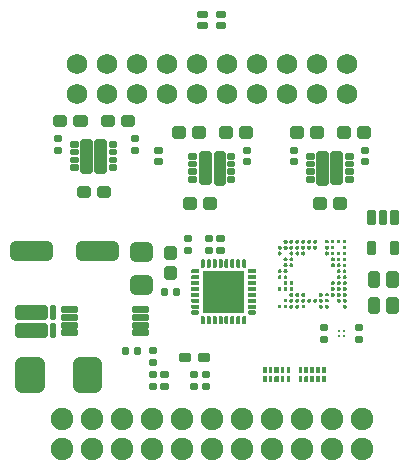
<source format=gbr>
G04 EAGLE Gerber RS-274X export*
G75*
%MOMM*%
%FSLAX34Y34*%
%LPD*%
%INSoldermask Top*%
%IPPOS*%
%AMOC8*
5,1,8,0,0,1.08239X$1,22.5*%
G01*
%ADD10C,0.348000*%
%ADD11C,0.901000*%
%ADD12C,0.605000*%
%ADD13C,1.300000*%
%ADD14C,0.448000*%
%ADD15C,0.675000*%
%ADD16C,0.301500*%
%ADD17C,0.301000*%
%ADD18C,0.263000*%
%ADD19C,0.318600*%
%ADD20C,0.569250*%
%ADD21C,0.607750*%
%ADD22C,0.950000*%
%ADD23C,1.805100*%
%ADD24C,1.750000*%
%ADD25C,0.297000*%

G36*
X26750Y102245D02*
X26750Y102245D01*
X26751Y102245D01*
X27060Y102294D01*
X27060Y102295D01*
X27061Y102295D01*
X27340Y102437D01*
X27340Y102438D01*
X27341Y102437D01*
X27563Y102659D01*
X27563Y102660D01*
X27706Y102939D01*
X27705Y102940D01*
X27706Y102940D01*
X27755Y103249D01*
X27755Y103250D01*
X27755Y136750D01*
X27755Y136751D01*
X27706Y137060D01*
X27705Y137060D01*
X27706Y137061D01*
X27563Y137340D01*
X27563Y137341D01*
X27341Y137563D01*
X27340Y137563D01*
X27061Y137706D01*
X27060Y137705D01*
X27060Y137706D01*
X26751Y137755D01*
X26750Y137755D01*
X-6750Y137755D01*
X-6751Y137755D01*
X-7060Y137706D01*
X-7060Y137705D01*
X-7061Y137706D01*
X-7340Y137563D01*
X-7341Y137563D01*
X-7563Y137341D01*
X-7563Y137340D01*
X-7706Y137061D01*
X-7705Y137060D01*
X-7706Y137060D01*
X-7755Y136751D01*
X-7755Y136750D01*
X-7755Y103250D01*
X-7755Y103249D01*
X-7706Y102940D01*
X-7705Y102940D01*
X-7706Y102939D01*
X-7563Y102660D01*
X-7563Y102659D01*
X-7341Y102437D01*
X-7340Y102437D01*
X-7061Y102295D01*
X-7060Y102295D01*
X-7060Y102294D01*
X-6751Y102245D01*
X-6750Y102245D01*
X26750Y102245D01*
X26750Y102245D01*
G37*
G36*
X-11500Y115795D02*
X-11500Y115795D01*
X-11499Y115795D01*
X-11190Y115844D01*
X-11190Y115845D01*
X-11189Y115845D01*
X-10910Y115987D01*
X-10910Y115988D01*
X-10909Y115987D01*
X-10687Y116209D01*
X-10687Y116210D01*
X-10545Y116489D01*
X-10545Y116490D01*
X-10544Y116490D01*
X-10495Y116799D01*
X-10495Y116800D01*
X-10495Y118200D01*
X-10495Y118201D01*
X-10544Y118510D01*
X-10545Y118510D01*
X-10545Y118511D01*
X-10687Y118790D01*
X-10688Y118790D01*
X-10687Y118791D01*
X-10909Y119013D01*
X-10910Y119013D01*
X-11189Y119156D01*
X-11190Y119155D01*
X-11190Y119156D01*
X-11499Y119205D01*
X-11500Y119205D01*
X-16500Y119205D01*
X-16501Y119205D01*
X-16810Y119156D01*
X-16810Y119155D01*
X-16811Y119156D01*
X-17090Y119013D01*
X-17091Y119013D01*
X-17313Y118791D01*
X-17313Y118790D01*
X-17456Y118511D01*
X-17455Y118510D01*
X-17456Y118510D01*
X-17505Y118201D01*
X-17505Y118200D01*
X-17505Y116800D01*
X-17505Y116799D01*
X-17456Y116490D01*
X-17455Y116490D01*
X-17456Y116489D01*
X-17313Y116210D01*
X-17313Y116209D01*
X-17091Y115987D01*
X-17090Y115987D01*
X-16811Y115845D01*
X-16810Y115845D01*
X-16810Y115844D01*
X-16501Y115795D01*
X-16500Y115795D01*
X-11500Y115795D01*
X-11500Y115795D01*
G37*
G36*
X-11500Y110795D02*
X-11500Y110795D01*
X-11499Y110795D01*
X-11190Y110844D01*
X-11190Y110845D01*
X-11189Y110845D01*
X-10910Y110987D01*
X-10910Y110988D01*
X-10909Y110987D01*
X-10687Y111209D01*
X-10687Y111210D01*
X-10545Y111489D01*
X-10545Y111490D01*
X-10544Y111490D01*
X-10495Y111799D01*
X-10495Y111800D01*
X-10495Y113200D01*
X-10495Y113201D01*
X-10544Y113510D01*
X-10545Y113510D01*
X-10545Y113511D01*
X-10687Y113790D01*
X-10688Y113790D01*
X-10687Y113791D01*
X-10909Y114013D01*
X-10910Y114013D01*
X-11189Y114156D01*
X-11190Y114155D01*
X-11190Y114156D01*
X-11499Y114205D01*
X-11500Y114205D01*
X-16500Y114205D01*
X-16501Y114205D01*
X-16810Y114156D01*
X-16810Y114155D01*
X-16811Y114156D01*
X-17090Y114013D01*
X-17091Y114013D01*
X-17313Y113791D01*
X-17313Y113790D01*
X-17456Y113511D01*
X-17455Y113510D01*
X-17456Y113510D01*
X-17505Y113201D01*
X-17505Y113200D01*
X-17505Y111800D01*
X-17505Y111799D01*
X-17456Y111490D01*
X-17455Y111490D01*
X-17456Y111489D01*
X-17313Y111210D01*
X-17313Y111209D01*
X-17091Y110987D01*
X-17090Y110987D01*
X-16811Y110845D01*
X-16810Y110845D01*
X-16810Y110844D01*
X-16501Y110795D01*
X-16500Y110795D01*
X-11500Y110795D01*
X-11500Y110795D01*
G37*
G36*
X-11500Y120795D02*
X-11500Y120795D01*
X-11499Y120795D01*
X-11190Y120844D01*
X-11190Y120845D01*
X-11189Y120845D01*
X-10910Y120987D01*
X-10910Y120988D01*
X-10909Y120987D01*
X-10687Y121209D01*
X-10687Y121210D01*
X-10545Y121489D01*
X-10545Y121490D01*
X-10544Y121490D01*
X-10495Y121799D01*
X-10495Y121800D01*
X-10495Y123200D01*
X-10495Y123201D01*
X-10544Y123510D01*
X-10545Y123510D01*
X-10545Y123511D01*
X-10687Y123790D01*
X-10688Y123790D01*
X-10687Y123791D01*
X-10909Y124013D01*
X-10910Y124013D01*
X-11189Y124156D01*
X-11190Y124155D01*
X-11190Y124156D01*
X-11499Y124205D01*
X-11500Y124205D01*
X-16500Y124205D01*
X-16501Y124205D01*
X-16810Y124156D01*
X-16810Y124155D01*
X-16811Y124156D01*
X-17090Y124013D01*
X-17091Y124013D01*
X-17313Y123791D01*
X-17313Y123790D01*
X-17456Y123511D01*
X-17455Y123510D01*
X-17456Y123510D01*
X-17505Y123201D01*
X-17505Y123200D01*
X-17505Y121800D01*
X-17505Y121799D01*
X-17456Y121490D01*
X-17455Y121490D01*
X-17456Y121489D01*
X-17313Y121210D01*
X-17313Y121209D01*
X-17091Y120987D01*
X-17090Y120987D01*
X-16811Y120845D01*
X-16810Y120845D01*
X-16810Y120844D01*
X-16501Y120795D01*
X-16500Y120795D01*
X-11500Y120795D01*
X-11500Y120795D01*
G37*
G36*
X-11500Y125795D02*
X-11500Y125795D01*
X-11499Y125795D01*
X-11190Y125844D01*
X-11190Y125845D01*
X-11189Y125845D01*
X-10910Y125987D01*
X-10910Y125988D01*
X-10909Y125987D01*
X-10687Y126209D01*
X-10687Y126210D01*
X-10545Y126489D01*
X-10545Y126490D01*
X-10544Y126490D01*
X-10495Y126799D01*
X-10495Y126800D01*
X-10495Y128200D01*
X-10495Y128201D01*
X-10544Y128510D01*
X-10545Y128510D01*
X-10545Y128511D01*
X-10687Y128790D01*
X-10688Y128790D01*
X-10687Y128791D01*
X-10909Y129013D01*
X-10910Y129013D01*
X-11189Y129156D01*
X-11190Y129155D01*
X-11190Y129156D01*
X-11499Y129205D01*
X-11500Y129205D01*
X-16500Y129205D01*
X-16501Y129205D01*
X-16810Y129156D01*
X-16810Y129155D01*
X-16811Y129156D01*
X-17090Y129013D01*
X-17091Y129013D01*
X-17313Y128791D01*
X-17313Y128790D01*
X-17456Y128511D01*
X-17455Y128510D01*
X-17456Y128510D01*
X-17505Y128201D01*
X-17505Y128200D01*
X-17505Y126800D01*
X-17505Y126799D01*
X-17456Y126490D01*
X-17455Y126490D01*
X-17456Y126489D01*
X-17313Y126210D01*
X-17313Y126209D01*
X-17091Y125987D01*
X-17090Y125987D01*
X-16811Y125845D01*
X-16810Y125845D01*
X-16810Y125844D01*
X-16501Y125795D01*
X-16500Y125795D01*
X-11500Y125795D01*
X-11500Y125795D01*
G37*
G36*
X-11500Y105795D02*
X-11500Y105795D01*
X-11499Y105795D01*
X-11190Y105844D01*
X-11190Y105845D01*
X-11189Y105845D01*
X-10910Y105987D01*
X-10910Y105988D01*
X-10909Y105987D01*
X-10687Y106209D01*
X-10687Y106210D01*
X-10545Y106489D01*
X-10545Y106490D01*
X-10544Y106490D01*
X-10495Y106799D01*
X-10495Y106800D01*
X-10495Y108200D01*
X-10495Y108201D01*
X-10544Y108510D01*
X-10545Y108510D01*
X-10545Y108511D01*
X-10687Y108790D01*
X-10688Y108790D01*
X-10687Y108791D01*
X-10909Y109013D01*
X-10910Y109013D01*
X-11189Y109156D01*
X-11190Y109155D01*
X-11190Y109156D01*
X-11499Y109205D01*
X-11500Y109205D01*
X-16500Y109205D01*
X-16501Y109205D01*
X-16810Y109156D01*
X-16810Y109155D01*
X-16811Y109156D01*
X-17090Y109013D01*
X-17091Y109013D01*
X-17313Y108791D01*
X-17313Y108790D01*
X-17456Y108511D01*
X-17455Y108510D01*
X-17456Y108510D01*
X-17505Y108201D01*
X-17505Y108200D01*
X-17505Y106800D01*
X-17505Y106799D01*
X-17456Y106490D01*
X-17455Y106490D01*
X-17456Y106489D01*
X-17313Y106210D01*
X-17313Y106209D01*
X-17091Y105987D01*
X-17090Y105987D01*
X-16811Y105845D01*
X-16810Y105845D01*
X-16810Y105844D01*
X-16501Y105795D01*
X-16500Y105795D01*
X-11500Y105795D01*
X-11500Y105795D01*
G37*
G36*
X-11500Y100795D02*
X-11500Y100795D01*
X-11499Y100795D01*
X-11190Y100844D01*
X-11190Y100845D01*
X-11189Y100845D01*
X-10910Y100987D01*
X-10910Y100988D01*
X-10909Y100987D01*
X-10687Y101209D01*
X-10687Y101210D01*
X-10545Y101489D01*
X-10545Y101490D01*
X-10544Y101490D01*
X-10495Y101799D01*
X-10495Y101800D01*
X-10495Y103200D01*
X-10495Y103201D01*
X-10544Y103510D01*
X-10545Y103510D01*
X-10545Y103511D01*
X-10687Y103790D01*
X-10688Y103790D01*
X-10687Y103791D01*
X-10909Y104013D01*
X-10910Y104013D01*
X-11189Y104156D01*
X-11190Y104155D01*
X-11190Y104156D01*
X-11499Y104205D01*
X-11500Y104205D01*
X-16500Y104205D01*
X-16501Y104205D01*
X-16810Y104156D01*
X-16810Y104155D01*
X-16811Y104156D01*
X-17090Y104013D01*
X-17091Y104013D01*
X-17313Y103791D01*
X-17313Y103790D01*
X-17456Y103511D01*
X-17455Y103510D01*
X-17456Y103510D01*
X-17505Y103201D01*
X-17505Y103200D01*
X-17505Y101800D01*
X-17505Y101799D01*
X-17456Y101490D01*
X-17455Y101490D01*
X-17456Y101489D01*
X-17313Y101210D01*
X-17313Y101209D01*
X-17091Y100987D01*
X-17090Y100987D01*
X-16811Y100845D01*
X-16810Y100845D01*
X-16810Y100844D01*
X-16501Y100795D01*
X-16500Y100795D01*
X-11500Y100795D01*
X-11500Y100795D01*
G37*
G36*
X-11500Y130795D02*
X-11500Y130795D01*
X-11499Y130795D01*
X-11190Y130844D01*
X-11190Y130845D01*
X-11189Y130845D01*
X-10910Y130987D01*
X-10910Y130988D01*
X-10909Y130987D01*
X-10687Y131209D01*
X-10687Y131210D01*
X-10545Y131489D01*
X-10545Y131490D01*
X-10544Y131490D01*
X-10495Y131799D01*
X-10495Y131800D01*
X-10495Y133200D01*
X-10495Y133201D01*
X-10544Y133510D01*
X-10545Y133510D01*
X-10545Y133511D01*
X-10687Y133790D01*
X-10688Y133790D01*
X-10687Y133791D01*
X-10909Y134013D01*
X-10910Y134013D01*
X-11189Y134156D01*
X-11190Y134155D01*
X-11190Y134156D01*
X-11499Y134205D01*
X-11500Y134205D01*
X-16500Y134205D01*
X-16501Y134205D01*
X-16810Y134156D01*
X-16810Y134155D01*
X-16811Y134156D01*
X-17090Y134013D01*
X-17091Y134013D01*
X-17313Y133791D01*
X-17313Y133790D01*
X-17456Y133511D01*
X-17455Y133510D01*
X-17456Y133510D01*
X-17505Y133201D01*
X-17505Y133200D01*
X-17505Y131800D01*
X-17505Y131799D01*
X-17456Y131490D01*
X-17455Y131490D01*
X-17456Y131489D01*
X-17313Y131210D01*
X-17313Y131209D01*
X-17091Y130987D01*
X-17090Y130987D01*
X-16811Y130845D01*
X-16810Y130845D01*
X-16810Y130844D01*
X-16501Y130795D01*
X-16500Y130795D01*
X-11500Y130795D01*
X-11500Y130795D01*
G37*
G36*
X-11500Y135795D02*
X-11500Y135795D01*
X-11499Y135795D01*
X-11190Y135844D01*
X-11190Y135845D01*
X-11189Y135845D01*
X-10910Y135987D01*
X-10910Y135988D01*
X-10909Y135987D01*
X-10687Y136209D01*
X-10687Y136210D01*
X-10545Y136489D01*
X-10545Y136490D01*
X-10544Y136490D01*
X-10495Y136799D01*
X-10495Y136800D01*
X-10495Y138200D01*
X-10495Y138201D01*
X-10544Y138510D01*
X-10545Y138510D01*
X-10545Y138511D01*
X-10687Y138790D01*
X-10688Y138790D01*
X-10687Y138791D01*
X-10909Y139013D01*
X-10910Y139013D01*
X-11189Y139156D01*
X-11190Y139155D01*
X-11190Y139156D01*
X-11499Y139205D01*
X-11500Y139205D01*
X-16500Y139205D01*
X-16501Y139205D01*
X-16810Y139156D01*
X-16810Y139155D01*
X-16811Y139156D01*
X-17090Y139013D01*
X-17091Y139013D01*
X-17313Y138791D01*
X-17313Y138790D01*
X-17456Y138511D01*
X-17455Y138510D01*
X-17456Y138510D01*
X-17505Y138201D01*
X-17505Y138200D01*
X-17505Y136800D01*
X-17505Y136799D01*
X-17456Y136490D01*
X-17455Y136490D01*
X-17456Y136489D01*
X-17313Y136210D01*
X-17313Y136209D01*
X-17091Y135987D01*
X-17090Y135987D01*
X-16811Y135845D01*
X-16810Y135845D01*
X-16810Y135844D01*
X-16501Y135795D01*
X-16500Y135795D01*
X-11500Y135795D01*
X-11500Y135795D01*
G37*
G36*
X36500Y130795D02*
X36500Y130795D01*
X36501Y130795D01*
X36810Y130844D01*
X36810Y130845D01*
X36811Y130845D01*
X37090Y130987D01*
X37090Y130988D01*
X37091Y130987D01*
X37313Y131209D01*
X37313Y131210D01*
X37456Y131489D01*
X37455Y131490D01*
X37456Y131490D01*
X37505Y131799D01*
X37505Y131800D01*
X37505Y133200D01*
X37505Y133201D01*
X37456Y133510D01*
X37455Y133510D01*
X37456Y133511D01*
X37313Y133790D01*
X37313Y133791D01*
X37091Y134013D01*
X37090Y134013D01*
X36811Y134156D01*
X36810Y134155D01*
X36810Y134156D01*
X36501Y134205D01*
X36500Y134205D01*
X31500Y134205D01*
X31499Y134205D01*
X31190Y134156D01*
X31190Y134155D01*
X31189Y134156D01*
X30910Y134013D01*
X30909Y134013D01*
X30687Y133791D01*
X30687Y133790D01*
X30545Y133511D01*
X30545Y133510D01*
X30544Y133510D01*
X30495Y133201D01*
X30495Y133200D01*
X30495Y131800D01*
X30495Y131799D01*
X30544Y131490D01*
X30545Y131490D01*
X30545Y131489D01*
X30687Y131210D01*
X30688Y131210D01*
X30687Y131209D01*
X30909Y130987D01*
X30910Y130987D01*
X31189Y130845D01*
X31190Y130845D01*
X31190Y130844D01*
X31499Y130795D01*
X31500Y130795D01*
X36500Y130795D01*
X36500Y130795D01*
G37*
G36*
X36500Y100795D02*
X36500Y100795D01*
X36501Y100795D01*
X36810Y100844D01*
X36810Y100845D01*
X36811Y100845D01*
X37090Y100987D01*
X37090Y100988D01*
X37091Y100987D01*
X37313Y101209D01*
X37313Y101210D01*
X37456Y101489D01*
X37455Y101490D01*
X37456Y101490D01*
X37505Y101799D01*
X37505Y101800D01*
X37505Y103200D01*
X37505Y103201D01*
X37456Y103510D01*
X37455Y103510D01*
X37456Y103511D01*
X37313Y103790D01*
X37313Y103791D01*
X37091Y104013D01*
X37090Y104013D01*
X36811Y104156D01*
X36810Y104155D01*
X36810Y104156D01*
X36501Y104205D01*
X36500Y104205D01*
X31500Y104205D01*
X31499Y104205D01*
X31190Y104156D01*
X31190Y104155D01*
X31189Y104156D01*
X30910Y104013D01*
X30909Y104013D01*
X30687Y103791D01*
X30687Y103790D01*
X30545Y103511D01*
X30545Y103510D01*
X30544Y103510D01*
X30495Y103201D01*
X30495Y103200D01*
X30495Y101800D01*
X30495Y101799D01*
X30544Y101490D01*
X30545Y101490D01*
X30545Y101489D01*
X30687Y101210D01*
X30688Y101210D01*
X30687Y101209D01*
X30909Y100987D01*
X30910Y100987D01*
X31189Y100845D01*
X31190Y100845D01*
X31190Y100844D01*
X31499Y100795D01*
X31500Y100795D01*
X36500Y100795D01*
X36500Y100795D01*
G37*
G36*
X36500Y125795D02*
X36500Y125795D01*
X36501Y125795D01*
X36810Y125844D01*
X36810Y125845D01*
X36811Y125845D01*
X37090Y125987D01*
X37090Y125988D01*
X37091Y125987D01*
X37313Y126209D01*
X37313Y126210D01*
X37456Y126489D01*
X37455Y126490D01*
X37456Y126490D01*
X37505Y126799D01*
X37505Y126800D01*
X37505Y128200D01*
X37505Y128201D01*
X37456Y128510D01*
X37455Y128510D01*
X37456Y128511D01*
X37313Y128790D01*
X37313Y128791D01*
X37091Y129013D01*
X37090Y129013D01*
X36811Y129156D01*
X36810Y129155D01*
X36810Y129156D01*
X36501Y129205D01*
X36500Y129205D01*
X31500Y129205D01*
X31499Y129205D01*
X31190Y129156D01*
X31190Y129155D01*
X31189Y129156D01*
X30910Y129013D01*
X30909Y129013D01*
X30687Y128791D01*
X30687Y128790D01*
X30545Y128511D01*
X30545Y128510D01*
X30544Y128510D01*
X30495Y128201D01*
X30495Y128200D01*
X30495Y126800D01*
X30495Y126799D01*
X30544Y126490D01*
X30545Y126490D01*
X30545Y126489D01*
X30687Y126210D01*
X30688Y126210D01*
X30687Y126209D01*
X30909Y125987D01*
X30910Y125987D01*
X31189Y125845D01*
X31190Y125845D01*
X31190Y125844D01*
X31499Y125795D01*
X31500Y125795D01*
X36500Y125795D01*
X36500Y125795D01*
G37*
G36*
X36500Y110795D02*
X36500Y110795D01*
X36501Y110795D01*
X36810Y110844D01*
X36810Y110845D01*
X36811Y110845D01*
X37090Y110987D01*
X37090Y110988D01*
X37091Y110987D01*
X37313Y111209D01*
X37313Y111210D01*
X37456Y111489D01*
X37455Y111490D01*
X37456Y111490D01*
X37505Y111799D01*
X37505Y111800D01*
X37505Y113200D01*
X37505Y113201D01*
X37456Y113510D01*
X37455Y113510D01*
X37456Y113511D01*
X37313Y113790D01*
X37313Y113791D01*
X37091Y114013D01*
X37090Y114013D01*
X36811Y114156D01*
X36810Y114155D01*
X36810Y114156D01*
X36501Y114205D01*
X36500Y114205D01*
X31500Y114205D01*
X31499Y114205D01*
X31190Y114156D01*
X31190Y114155D01*
X31189Y114156D01*
X30910Y114013D01*
X30909Y114013D01*
X30687Y113791D01*
X30687Y113790D01*
X30545Y113511D01*
X30545Y113510D01*
X30544Y113510D01*
X30495Y113201D01*
X30495Y113200D01*
X30495Y111800D01*
X30495Y111799D01*
X30544Y111490D01*
X30545Y111490D01*
X30545Y111489D01*
X30687Y111210D01*
X30688Y111210D01*
X30687Y111209D01*
X30909Y110987D01*
X30910Y110987D01*
X31189Y110845D01*
X31190Y110845D01*
X31190Y110844D01*
X31499Y110795D01*
X31500Y110795D01*
X36500Y110795D01*
X36500Y110795D01*
G37*
G36*
X36500Y115795D02*
X36500Y115795D01*
X36501Y115795D01*
X36810Y115844D01*
X36810Y115845D01*
X36811Y115845D01*
X37090Y115987D01*
X37090Y115988D01*
X37091Y115987D01*
X37313Y116209D01*
X37313Y116210D01*
X37456Y116489D01*
X37455Y116490D01*
X37456Y116490D01*
X37505Y116799D01*
X37505Y116800D01*
X37505Y118200D01*
X37505Y118201D01*
X37456Y118510D01*
X37455Y118510D01*
X37456Y118511D01*
X37313Y118790D01*
X37313Y118791D01*
X37091Y119013D01*
X37090Y119013D01*
X36811Y119156D01*
X36810Y119155D01*
X36810Y119156D01*
X36501Y119205D01*
X36500Y119205D01*
X31500Y119205D01*
X31499Y119205D01*
X31190Y119156D01*
X31190Y119155D01*
X31189Y119156D01*
X30910Y119013D01*
X30909Y119013D01*
X30687Y118791D01*
X30687Y118790D01*
X30545Y118511D01*
X30545Y118510D01*
X30544Y118510D01*
X30495Y118201D01*
X30495Y118200D01*
X30495Y116800D01*
X30495Y116799D01*
X30544Y116490D01*
X30545Y116490D01*
X30545Y116489D01*
X30687Y116210D01*
X30688Y116210D01*
X30687Y116209D01*
X30909Y115987D01*
X30910Y115987D01*
X31189Y115845D01*
X31190Y115845D01*
X31190Y115844D01*
X31499Y115795D01*
X31500Y115795D01*
X36500Y115795D01*
X36500Y115795D01*
G37*
G36*
X36500Y135795D02*
X36500Y135795D01*
X36501Y135795D01*
X36810Y135844D01*
X36810Y135845D01*
X36811Y135845D01*
X37090Y135987D01*
X37090Y135988D01*
X37091Y135987D01*
X37313Y136209D01*
X37313Y136210D01*
X37456Y136489D01*
X37455Y136490D01*
X37456Y136490D01*
X37505Y136799D01*
X37505Y136800D01*
X37505Y138200D01*
X37505Y138201D01*
X37456Y138510D01*
X37455Y138510D01*
X37456Y138511D01*
X37313Y138790D01*
X37313Y138791D01*
X37091Y139013D01*
X37090Y139013D01*
X36811Y139156D01*
X36810Y139155D01*
X36810Y139156D01*
X36501Y139205D01*
X36500Y139205D01*
X31500Y139205D01*
X31499Y139205D01*
X31190Y139156D01*
X31190Y139155D01*
X31189Y139156D01*
X30910Y139013D01*
X30909Y139013D01*
X30687Y138791D01*
X30687Y138790D01*
X30545Y138511D01*
X30545Y138510D01*
X30544Y138510D01*
X30495Y138201D01*
X30495Y138200D01*
X30495Y136800D01*
X30495Y136799D01*
X30544Y136490D01*
X30545Y136490D01*
X30545Y136489D01*
X30687Y136210D01*
X30688Y136210D01*
X30687Y136209D01*
X30909Y135987D01*
X30910Y135987D01*
X31189Y135845D01*
X31190Y135845D01*
X31190Y135844D01*
X31499Y135795D01*
X31500Y135795D01*
X36500Y135795D01*
X36500Y135795D01*
G37*
G36*
X36500Y120795D02*
X36500Y120795D01*
X36501Y120795D01*
X36810Y120844D01*
X36810Y120845D01*
X36811Y120845D01*
X37090Y120987D01*
X37090Y120988D01*
X37091Y120987D01*
X37313Y121209D01*
X37313Y121210D01*
X37456Y121489D01*
X37455Y121490D01*
X37456Y121490D01*
X37505Y121799D01*
X37505Y121800D01*
X37505Y123200D01*
X37505Y123201D01*
X37456Y123510D01*
X37455Y123510D01*
X37456Y123511D01*
X37313Y123790D01*
X37313Y123791D01*
X37091Y124013D01*
X37090Y124013D01*
X36811Y124156D01*
X36810Y124155D01*
X36810Y124156D01*
X36501Y124205D01*
X36500Y124205D01*
X31500Y124205D01*
X31499Y124205D01*
X31190Y124156D01*
X31190Y124155D01*
X31189Y124156D01*
X30910Y124013D01*
X30909Y124013D01*
X30687Y123791D01*
X30687Y123790D01*
X30545Y123511D01*
X30545Y123510D01*
X30544Y123510D01*
X30495Y123201D01*
X30495Y123200D01*
X30495Y121800D01*
X30495Y121799D01*
X30544Y121490D01*
X30545Y121490D01*
X30545Y121489D01*
X30687Y121210D01*
X30688Y121210D01*
X30687Y121209D01*
X30909Y120987D01*
X30910Y120987D01*
X31189Y120845D01*
X31190Y120845D01*
X31190Y120844D01*
X31499Y120795D01*
X31500Y120795D01*
X36500Y120795D01*
X36500Y120795D01*
G37*
G36*
X36500Y105795D02*
X36500Y105795D01*
X36501Y105795D01*
X36810Y105844D01*
X36810Y105845D01*
X36811Y105845D01*
X37090Y105987D01*
X37090Y105988D01*
X37091Y105987D01*
X37313Y106209D01*
X37313Y106210D01*
X37456Y106489D01*
X37455Y106490D01*
X37456Y106490D01*
X37505Y106799D01*
X37505Y106800D01*
X37505Y108200D01*
X37505Y108201D01*
X37456Y108510D01*
X37455Y108510D01*
X37456Y108511D01*
X37313Y108790D01*
X37313Y108791D01*
X37091Y109013D01*
X37090Y109013D01*
X36811Y109156D01*
X36810Y109155D01*
X36810Y109156D01*
X36501Y109205D01*
X36500Y109205D01*
X31500Y109205D01*
X31499Y109205D01*
X31190Y109156D01*
X31190Y109155D01*
X31189Y109156D01*
X30910Y109013D01*
X30909Y109013D01*
X30687Y108791D01*
X30687Y108790D01*
X30545Y108511D01*
X30545Y108510D01*
X30544Y108510D01*
X30495Y108201D01*
X30495Y108200D01*
X30495Y106800D01*
X30495Y106799D01*
X30544Y106490D01*
X30545Y106490D01*
X30545Y106489D01*
X30687Y106210D01*
X30688Y106210D01*
X30687Y106209D01*
X30909Y105987D01*
X30910Y105987D01*
X31189Y105845D01*
X31190Y105845D01*
X31190Y105844D01*
X31499Y105795D01*
X31500Y105795D01*
X36500Y105795D01*
X36500Y105795D01*
G37*
G36*
X18200Y92495D02*
X18200Y92495D01*
X18201Y92495D01*
X18510Y92544D01*
X18510Y92545D01*
X18511Y92545D01*
X18790Y92687D01*
X18790Y92688D01*
X18791Y92687D01*
X19013Y92909D01*
X19013Y92910D01*
X19156Y93189D01*
X19155Y93190D01*
X19156Y93190D01*
X19205Y93499D01*
X19205Y93500D01*
X19205Y98500D01*
X19205Y98501D01*
X19156Y98810D01*
X19155Y98810D01*
X19156Y98811D01*
X19013Y99090D01*
X19013Y99091D01*
X18791Y99313D01*
X18790Y99313D01*
X18511Y99456D01*
X18510Y99455D01*
X18510Y99456D01*
X18201Y99505D01*
X18200Y99505D01*
X16800Y99505D01*
X16799Y99505D01*
X16490Y99456D01*
X16490Y99455D01*
X16489Y99456D01*
X16210Y99313D01*
X16209Y99313D01*
X15987Y99091D01*
X15987Y99090D01*
X15845Y98811D01*
X15845Y98810D01*
X15844Y98810D01*
X15795Y98501D01*
X15795Y98500D01*
X15795Y93500D01*
X15795Y93499D01*
X15844Y93190D01*
X15845Y93190D01*
X15845Y93189D01*
X15987Y92910D01*
X15988Y92910D01*
X15987Y92909D01*
X16209Y92687D01*
X16210Y92687D01*
X16489Y92545D01*
X16490Y92545D01*
X16490Y92544D01*
X16799Y92495D01*
X16800Y92495D01*
X18200Y92495D01*
X18200Y92495D01*
G37*
G36*
X-6800Y92495D02*
X-6800Y92495D01*
X-6799Y92495D01*
X-6490Y92544D01*
X-6490Y92545D01*
X-6489Y92545D01*
X-6210Y92687D01*
X-6210Y92688D01*
X-6209Y92687D01*
X-5987Y92909D01*
X-5987Y92910D01*
X-5845Y93189D01*
X-5845Y93190D01*
X-5844Y93190D01*
X-5795Y93499D01*
X-5795Y93500D01*
X-5795Y98500D01*
X-5795Y98501D01*
X-5844Y98810D01*
X-5845Y98810D01*
X-5845Y98811D01*
X-5987Y99090D01*
X-5988Y99090D01*
X-5987Y99091D01*
X-6209Y99313D01*
X-6210Y99313D01*
X-6489Y99456D01*
X-6490Y99455D01*
X-6490Y99456D01*
X-6799Y99505D01*
X-6800Y99505D01*
X-8200Y99505D01*
X-8201Y99505D01*
X-8510Y99456D01*
X-8510Y99455D01*
X-8511Y99456D01*
X-8790Y99313D01*
X-8791Y99313D01*
X-9013Y99091D01*
X-9013Y99090D01*
X-9156Y98811D01*
X-9155Y98810D01*
X-9156Y98810D01*
X-9205Y98501D01*
X-9205Y98500D01*
X-9205Y93500D01*
X-9205Y93499D01*
X-9156Y93190D01*
X-9155Y93190D01*
X-9156Y93189D01*
X-9013Y92910D01*
X-9013Y92909D01*
X-8791Y92687D01*
X-8790Y92687D01*
X-8511Y92545D01*
X-8510Y92545D01*
X-8510Y92544D01*
X-8201Y92495D01*
X-8200Y92495D01*
X-6800Y92495D01*
X-6800Y92495D01*
G37*
G36*
X28200Y92495D02*
X28200Y92495D01*
X28201Y92495D01*
X28510Y92544D01*
X28510Y92545D01*
X28511Y92545D01*
X28790Y92687D01*
X28790Y92688D01*
X28791Y92687D01*
X29013Y92909D01*
X29013Y92910D01*
X29156Y93189D01*
X29155Y93190D01*
X29156Y93190D01*
X29205Y93499D01*
X29205Y93500D01*
X29205Y98500D01*
X29205Y98501D01*
X29156Y98810D01*
X29155Y98810D01*
X29156Y98811D01*
X29013Y99090D01*
X29013Y99091D01*
X28791Y99313D01*
X28790Y99313D01*
X28511Y99456D01*
X28510Y99455D01*
X28510Y99456D01*
X28201Y99505D01*
X28200Y99505D01*
X26800Y99505D01*
X26799Y99505D01*
X26490Y99456D01*
X26490Y99455D01*
X26489Y99456D01*
X26210Y99313D01*
X26209Y99313D01*
X25987Y99091D01*
X25987Y99090D01*
X25845Y98811D01*
X25845Y98810D01*
X25844Y98810D01*
X25795Y98501D01*
X25795Y98500D01*
X25795Y93500D01*
X25795Y93499D01*
X25844Y93190D01*
X25845Y93190D01*
X25845Y93189D01*
X25987Y92910D01*
X25988Y92910D01*
X25987Y92909D01*
X26209Y92687D01*
X26210Y92687D01*
X26489Y92545D01*
X26490Y92545D01*
X26490Y92544D01*
X26799Y92495D01*
X26800Y92495D01*
X28200Y92495D01*
X28200Y92495D01*
G37*
G36*
X13200Y140495D02*
X13200Y140495D01*
X13201Y140495D01*
X13510Y140544D01*
X13510Y140545D01*
X13511Y140545D01*
X13790Y140687D01*
X13790Y140688D01*
X13791Y140687D01*
X14013Y140909D01*
X14013Y140910D01*
X14156Y141189D01*
X14155Y141190D01*
X14156Y141190D01*
X14205Y141499D01*
X14205Y141500D01*
X14205Y146500D01*
X14205Y146501D01*
X14156Y146810D01*
X14155Y146810D01*
X14156Y146811D01*
X14013Y147090D01*
X14013Y147091D01*
X13791Y147313D01*
X13790Y147313D01*
X13511Y147456D01*
X13510Y147455D01*
X13510Y147456D01*
X13201Y147505D01*
X13200Y147505D01*
X11800Y147505D01*
X11799Y147505D01*
X11490Y147456D01*
X11490Y147455D01*
X11489Y147456D01*
X11210Y147313D01*
X11209Y147313D01*
X10987Y147091D01*
X10987Y147090D01*
X10845Y146811D01*
X10845Y146810D01*
X10844Y146810D01*
X10795Y146501D01*
X10795Y146500D01*
X10795Y141500D01*
X10795Y141499D01*
X10844Y141190D01*
X10845Y141190D01*
X10845Y141189D01*
X10987Y140910D01*
X10988Y140910D01*
X10987Y140909D01*
X11209Y140687D01*
X11210Y140687D01*
X11489Y140545D01*
X11490Y140545D01*
X11490Y140544D01*
X11799Y140495D01*
X11800Y140495D01*
X13200Y140495D01*
X13200Y140495D01*
G37*
G36*
X-6800Y140495D02*
X-6800Y140495D01*
X-6799Y140495D01*
X-6490Y140544D01*
X-6490Y140545D01*
X-6489Y140545D01*
X-6210Y140687D01*
X-6210Y140688D01*
X-6209Y140687D01*
X-5987Y140909D01*
X-5987Y140910D01*
X-5845Y141189D01*
X-5845Y141190D01*
X-5844Y141190D01*
X-5795Y141499D01*
X-5795Y141500D01*
X-5795Y146500D01*
X-5795Y146501D01*
X-5844Y146810D01*
X-5845Y146810D01*
X-5845Y146811D01*
X-5987Y147090D01*
X-5988Y147090D01*
X-5987Y147091D01*
X-6209Y147313D01*
X-6210Y147313D01*
X-6489Y147456D01*
X-6490Y147455D01*
X-6490Y147456D01*
X-6799Y147505D01*
X-6800Y147505D01*
X-8200Y147505D01*
X-8201Y147505D01*
X-8510Y147456D01*
X-8510Y147455D01*
X-8511Y147456D01*
X-8790Y147313D01*
X-8791Y147313D01*
X-9013Y147091D01*
X-9013Y147090D01*
X-9156Y146811D01*
X-9155Y146810D01*
X-9156Y146810D01*
X-9205Y146501D01*
X-9205Y146500D01*
X-9205Y141500D01*
X-9205Y141499D01*
X-9156Y141190D01*
X-9155Y141190D01*
X-9156Y141189D01*
X-9013Y140910D01*
X-9013Y140909D01*
X-8791Y140687D01*
X-8790Y140687D01*
X-8511Y140545D01*
X-8510Y140545D01*
X-8510Y140544D01*
X-8201Y140495D01*
X-8200Y140495D01*
X-6800Y140495D01*
X-6800Y140495D01*
G37*
G36*
X8200Y140495D02*
X8200Y140495D01*
X8201Y140495D01*
X8510Y140544D01*
X8510Y140545D01*
X8511Y140545D01*
X8790Y140687D01*
X8790Y140688D01*
X8791Y140687D01*
X9013Y140909D01*
X9013Y140910D01*
X9156Y141189D01*
X9155Y141190D01*
X9156Y141190D01*
X9205Y141499D01*
X9205Y141500D01*
X9205Y146500D01*
X9205Y146501D01*
X9156Y146810D01*
X9155Y146810D01*
X9156Y146811D01*
X9013Y147090D01*
X9013Y147091D01*
X8791Y147313D01*
X8790Y147313D01*
X8511Y147456D01*
X8510Y147455D01*
X8510Y147456D01*
X8201Y147505D01*
X8200Y147505D01*
X6800Y147505D01*
X6799Y147505D01*
X6490Y147456D01*
X6490Y147455D01*
X6489Y147456D01*
X6210Y147313D01*
X6209Y147313D01*
X5987Y147091D01*
X5987Y147090D01*
X5845Y146811D01*
X5845Y146810D01*
X5844Y146810D01*
X5795Y146501D01*
X5795Y146500D01*
X5795Y141500D01*
X5795Y141499D01*
X5844Y141190D01*
X5845Y141190D01*
X5845Y141189D01*
X5987Y140910D01*
X5988Y140910D01*
X5987Y140909D01*
X6209Y140687D01*
X6210Y140687D01*
X6489Y140545D01*
X6490Y140545D01*
X6490Y140544D01*
X6799Y140495D01*
X6800Y140495D01*
X8200Y140495D01*
X8200Y140495D01*
G37*
G36*
X28200Y140495D02*
X28200Y140495D01*
X28201Y140495D01*
X28510Y140544D01*
X28510Y140545D01*
X28511Y140545D01*
X28790Y140687D01*
X28790Y140688D01*
X28791Y140687D01*
X29013Y140909D01*
X29013Y140910D01*
X29156Y141189D01*
X29155Y141190D01*
X29156Y141190D01*
X29205Y141499D01*
X29205Y141500D01*
X29205Y146500D01*
X29205Y146501D01*
X29156Y146810D01*
X29155Y146810D01*
X29156Y146811D01*
X29013Y147090D01*
X29013Y147091D01*
X28791Y147313D01*
X28790Y147313D01*
X28511Y147456D01*
X28510Y147455D01*
X28510Y147456D01*
X28201Y147505D01*
X28200Y147505D01*
X26800Y147505D01*
X26799Y147505D01*
X26490Y147456D01*
X26490Y147455D01*
X26489Y147456D01*
X26210Y147313D01*
X26209Y147313D01*
X25987Y147091D01*
X25987Y147090D01*
X25845Y146811D01*
X25845Y146810D01*
X25844Y146810D01*
X25795Y146501D01*
X25795Y146500D01*
X25795Y141500D01*
X25795Y141499D01*
X25844Y141190D01*
X25845Y141190D01*
X25845Y141189D01*
X25987Y140910D01*
X25988Y140910D01*
X25987Y140909D01*
X26209Y140687D01*
X26210Y140687D01*
X26489Y140545D01*
X26490Y140545D01*
X26490Y140544D01*
X26799Y140495D01*
X26800Y140495D01*
X28200Y140495D01*
X28200Y140495D01*
G37*
G36*
X3200Y92495D02*
X3200Y92495D01*
X3201Y92495D01*
X3510Y92544D01*
X3510Y92545D01*
X3511Y92545D01*
X3790Y92687D01*
X3790Y92688D01*
X3791Y92687D01*
X4013Y92909D01*
X4013Y92910D01*
X4156Y93189D01*
X4155Y93190D01*
X4156Y93190D01*
X4205Y93499D01*
X4205Y93500D01*
X4205Y98500D01*
X4205Y98501D01*
X4156Y98810D01*
X4155Y98810D01*
X4156Y98811D01*
X4013Y99090D01*
X4013Y99091D01*
X3791Y99313D01*
X3790Y99313D01*
X3511Y99456D01*
X3510Y99455D01*
X3510Y99456D01*
X3201Y99505D01*
X3200Y99505D01*
X1800Y99505D01*
X1799Y99505D01*
X1490Y99456D01*
X1490Y99455D01*
X1489Y99456D01*
X1210Y99313D01*
X1209Y99313D01*
X987Y99091D01*
X987Y99090D01*
X845Y98811D01*
X845Y98810D01*
X844Y98810D01*
X795Y98501D01*
X795Y98500D01*
X795Y93500D01*
X795Y93499D01*
X844Y93190D01*
X845Y93190D01*
X845Y93189D01*
X987Y92910D01*
X988Y92910D01*
X987Y92909D01*
X1209Y92687D01*
X1210Y92687D01*
X1489Y92545D01*
X1490Y92545D01*
X1490Y92544D01*
X1799Y92495D01*
X1800Y92495D01*
X3200Y92495D01*
X3200Y92495D01*
G37*
G36*
X13200Y92495D02*
X13200Y92495D01*
X13201Y92495D01*
X13510Y92544D01*
X13510Y92545D01*
X13511Y92545D01*
X13790Y92687D01*
X13790Y92688D01*
X13791Y92687D01*
X14013Y92909D01*
X14013Y92910D01*
X14156Y93189D01*
X14155Y93190D01*
X14156Y93190D01*
X14205Y93499D01*
X14205Y93500D01*
X14205Y98500D01*
X14205Y98501D01*
X14156Y98810D01*
X14155Y98810D01*
X14156Y98811D01*
X14013Y99090D01*
X14013Y99091D01*
X13791Y99313D01*
X13790Y99313D01*
X13511Y99456D01*
X13510Y99455D01*
X13510Y99456D01*
X13201Y99505D01*
X13200Y99505D01*
X11800Y99505D01*
X11799Y99505D01*
X11490Y99456D01*
X11490Y99455D01*
X11489Y99456D01*
X11210Y99313D01*
X11209Y99313D01*
X10987Y99091D01*
X10987Y99090D01*
X10845Y98811D01*
X10845Y98810D01*
X10844Y98810D01*
X10795Y98501D01*
X10795Y98500D01*
X10795Y93500D01*
X10795Y93499D01*
X10844Y93190D01*
X10845Y93190D01*
X10845Y93189D01*
X10987Y92910D01*
X10988Y92910D01*
X10987Y92909D01*
X11209Y92687D01*
X11210Y92687D01*
X11489Y92545D01*
X11490Y92545D01*
X11490Y92544D01*
X11799Y92495D01*
X11800Y92495D01*
X13200Y92495D01*
X13200Y92495D01*
G37*
G36*
X23200Y92495D02*
X23200Y92495D01*
X23201Y92495D01*
X23510Y92544D01*
X23510Y92545D01*
X23511Y92545D01*
X23790Y92687D01*
X23790Y92688D01*
X23791Y92687D01*
X24013Y92909D01*
X24013Y92910D01*
X24156Y93189D01*
X24155Y93190D01*
X24156Y93190D01*
X24205Y93499D01*
X24205Y93500D01*
X24205Y98500D01*
X24205Y98501D01*
X24156Y98810D01*
X24155Y98810D01*
X24156Y98811D01*
X24013Y99090D01*
X24013Y99091D01*
X23791Y99313D01*
X23790Y99313D01*
X23511Y99456D01*
X23510Y99455D01*
X23510Y99456D01*
X23201Y99505D01*
X23200Y99505D01*
X21800Y99505D01*
X21799Y99505D01*
X21490Y99456D01*
X21490Y99455D01*
X21489Y99456D01*
X21210Y99313D01*
X21209Y99313D01*
X20987Y99091D01*
X20987Y99090D01*
X20845Y98811D01*
X20845Y98810D01*
X20844Y98810D01*
X20795Y98501D01*
X20795Y98500D01*
X20795Y93500D01*
X20795Y93499D01*
X20844Y93190D01*
X20845Y93190D01*
X20845Y93189D01*
X20987Y92910D01*
X20988Y92910D01*
X20987Y92909D01*
X21209Y92687D01*
X21210Y92687D01*
X21489Y92545D01*
X21490Y92545D01*
X21490Y92544D01*
X21799Y92495D01*
X21800Y92495D01*
X23200Y92495D01*
X23200Y92495D01*
G37*
G36*
X23200Y140495D02*
X23200Y140495D01*
X23201Y140495D01*
X23510Y140544D01*
X23510Y140545D01*
X23511Y140545D01*
X23790Y140687D01*
X23790Y140688D01*
X23791Y140687D01*
X24013Y140909D01*
X24013Y140910D01*
X24156Y141189D01*
X24155Y141190D01*
X24156Y141190D01*
X24205Y141499D01*
X24205Y141500D01*
X24205Y146500D01*
X24205Y146501D01*
X24156Y146810D01*
X24155Y146810D01*
X24156Y146811D01*
X24013Y147090D01*
X24013Y147091D01*
X23791Y147313D01*
X23790Y147313D01*
X23511Y147456D01*
X23510Y147455D01*
X23510Y147456D01*
X23201Y147505D01*
X23200Y147505D01*
X21800Y147505D01*
X21799Y147505D01*
X21490Y147456D01*
X21490Y147455D01*
X21489Y147456D01*
X21210Y147313D01*
X21209Y147313D01*
X20987Y147091D01*
X20987Y147090D01*
X20845Y146811D01*
X20845Y146810D01*
X20844Y146810D01*
X20795Y146501D01*
X20795Y146500D01*
X20795Y141500D01*
X20795Y141499D01*
X20844Y141190D01*
X20845Y141190D01*
X20845Y141189D01*
X20987Y140910D01*
X20988Y140910D01*
X20987Y140909D01*
X21209Y140687D01*
X21210Y140687D01*
X21489Y140545D01*
X21490Y140545D01*
X21490Y140544D01*
X21799Y140495D01*
X21800Y140495D01*
X23200Y140495D01*
X23200Y140495D01*
G37*
G36*
X18200Y140495D02*
X18200Y140495D01*
X18201Y140495D01*
X18510Y140544D01*
X18510Y140545D01*
X18511Y140545D01*
X18790Y140687D01*
X18790Y140688D01*
X18791Y140687D01*
X19013Y140909D01*
X19013Y140910D01*
X19156Y141189D01*
X19155Y141190D01*
X19156Y141190D01*
X19205Y141499D01*
X19205Y141500D01*
X19205Y146500D01*
X19205Y146501D01*
X19156Y146810D01*
X19155Y146810D01*
X19156Y146811D01*
X19013Y147090D01*
X19013Y147091D01*
X18791Y147313D01*
X18790Y147313D01*
X18511Y147456D01*
X18510Y147455D01*
X18510Y147456D01*
X18201Y147505D01*
X18200Y147505D01*
X16800Y147505D01*
X16799Y147505D01*
X16490Y147456D01*
X16490Y147455D01*
X16489Y147456D01*
X16210Y147313D01*
X16209Y147313D01*
X15987Y147091D01*
X15987Y147090D01*
X15845Y146811D01*
X15845Y146810D01*
X15844Y146810D01*
X15795Y146501D01*
X15795Y146500D01*
X15795Y141500D01*
X15795Y141499D01*
X15844Y141190D01*
X15845Y141190D01*
X15845Y141189D01*
X15987Y140910D01*
X15988Y140910D01*
X15987Y140909D01*
X16209Y140687D01*
X16210Y140687D01*
X16489Y140545D01*
X16490Y140545D01*
X16490Y140544D01*
X16799Y140495D01*
X16800Y140495D01*
X18200Y140495D01*
X18200Y140495D01*
G37*
G36*
X3200Y140495D02*
X3200Y140495D01*
X3201Y140495D01*
X3510Y140544D01*
X3510Y140545D01*
X3511Y140545D01*
X3790Y140687D01*
X3790Y140688D01*
X3791Y140687D01*
X4013Y140909D01*
X4013Y140910D01*
X4156Y141189D01*
X4155Y141190D01*
X4156Y141190D01*
X4205Y141499D01*
X4205Y141500D01*
X4205Y146500D01*
X4205Y146501D01*
X4156Y146810D01*
X4155Y146810D01*
X4156Y146811D01*
X4013Y147090D01*
X4013Y147091D01*
X3791Y147313D01*
X3790Y147313D01*
X3511Y147456D01*
X3510Y147455D01*
X3510Y147456D01*
X3201Y147505D01*
X3200Y147505D01*
X1800Y147505D01*
X1799Y147505D01*
X1490Y147456D01*
X1490Y147455D01*
X1489Y147456D01*
X1210Y147313D01*
X1209Y147313D01*
X987Y147091D01*
X987Y147090D01*
X845Y146811D01*
X845Y146810D01*
X844Y146810D01*
X795Y146501D01*
X795Y146500D01*
X795Y141500D01*
X795Y141499D01*
X844Y141190D01*
X845Y141190D01*
X845Y141189D01*
X987Y140910D01*
X988Y140910D01*
X987Y140909D01*
X1209Y140687D01*
X1210Y140687D01*
X1489Y140545D01*
X1490Y140545D01*
X1490Y140544D01*
X1799Y140495D01*
X1800Y140495D01*
X3200Y140495D01*
X3200Y140495D01*
G37*
G36*
X-1800Y140495D02*
X-1800Y140495D01*
X-1799Y140495D01*
X-1490Y140544D01*
X-1490Y140545D01*
X-1489Y140545D01*
X-1210Y140687D01*
X-1210Y140688D01*
X-1209Y140687D01*
X-987Y140909D01*
X-987Y140910D01*
X-845Y141189D01*
X-845Y141190D01*
X-844Y141190D01*
X-795Y141499D01*
X-795Y141500D01*
X-795Y146500D01*
X-795Y146501D01*
X-844Y146810D01*
X-845Y146810D01*
X-845Y146811D01*
X-987Y147090D01*
X-988Y147090D01*
X-987Y147091D01*
X-1209Y147313D01*
X-1210Y147313D01*
X-1489Y147456D01*
X-1490Y147455D01*
X-1490Y147456D01*
X-1799Y147505D01*
X-1800Y147505D01*
X-3200Y147505D01*
X-3201Y147505D01*
X-3510Y147456D01*
X-3510Y147455D01*
X-3511Y147456D01*
X-3790Y147313D01*
X-3791Y147313D01*
X-4013Y147091D01*
X-4013Y147090D01*
X-4156Y146811D01*
X-4155Y146810D01*
X-4156Y146810D01*
X-4205Y146501D01*
X-4205Y146500D01*
X-4205Y141500D01*
X-4205Y141499D01*
X-4156Y141190D01*
X-4155Y141190D01*
X-4156Y141189D01*
X-4013Y140910D01*
X-4013Y140909D01*
X-3791Y140687D01*
X-3790Y140687D01*
X-3511Y140545D01*
X-3510Y140545D01*
X-3510Y140544D01*
X-3201Y140495D01*
X-3200Y140495D01*
X-1800Y140495D01*
X-1800Y140495D01*
G37*
G36*
X8200Y92495D02*
X8200Y92495D01*
X8201Y92495D01*
X8510Y92544D01*
X8510Y92545D01*
X8511Y92545D01*
X8790Y92687D01*
X8790Y92688D01*
X8791Y92687D01*
X9013Y92909D01*
X9013Y92910D01*
X9156Y93189D01*
X9155Y93190D01*
X9156Y93190D01*
X9205Y93499D01*
X9205Y93500D01*
X9205Y98500D01*
X9205Y98501D01*
X9156Y98810D01*
X9155Y98810D01*
X9156Y98811D01*
X9013Y99090D01*
X9013Y99091D01*
X8791Y99313D01*
X8790Y99313D01*
X8511Y99456D01*
X8510Y99455D01*
X8510Y99456D01*
X8201Y99505D01*
X8200Y99505D01*
X6800Y99505D01*
X6799Y99505D01*
X6490Y99456D01*
X6490Y99455D01*
X6489Y99456D01*
X6210Y99313D01*
X6209Y99313D01*
X5987Y99091D01*
X5987Y99090D01*
X5845Y98811D01*
X5845Y98810D01*
X5844Y98810D01*
X5795Y98501D01*
X5795Y98500D01*
X5795Y93500D01*
X5795Y93499D01*
X5844Y93190D01*
X5845Y93190D01*
X5845Y93189D01*
X5987Y92910D01*
X5988Y92910D01*
X5987Y92909D01*
X6209Y92687D01*
X6210Y92687D01*
X6489Y92545D01*
X6490Y92545D01*
X6490Y92544D01*
X6799Y92495D01*
X6800Y92495D01*
X8200Y92495D01*
X8200Y92495D01*
G37*
G36*
X-1800Y92495D02*
X-1800Y92495D01*
X-1799Y92495D01*
X-1490Y92544D01*
X-1490Y92545D01*
X-1489Y92545D01*
X-1210Y92687D01*
X-1210Y92688D01*
X-1209Y92687D01*
X-987Y92909D01*
X-987Y92910D01*
X-845Y93189D01*
X-845Y93190D01*
X-844Y93190D01*
X-795Y93499D01*
X-795Y93500D01*
X-795Y98500D01*
X-795Y98501D01*
X-844Y98810D01*
X-845Y98810D01*
X-845Y98811D01*
X-987Y99090D01*
X-988Y99090D01*
X-987Y99091D01*
X-1209Y99313D01*
X-1210Y99313D01*
X-1489Y99456D01*
X-1490Y99455D01*
X-1490Y99456D01*
X-1799Y99505D01*
X-1800Y99505D01*
X-3200Y99505D01*
X-3201Y99505D01*
X-3510Y99456D01*
X-3510Y99455D01*
X-3511Y99456D01*
X-3790Y99313D01*
X-3791Y99313D01*
X-4013Y99091D01*
X-4013Y99090D01*
X-4156Y98811D01*
X-4155Y98810D01*
X-4156Y98810D01*
X-4205Y98501D01*
X-4205Y98500D01*
X-4205Y93500D01*
X-4205Y93499D01*
X-4156Y93190D01*
X-4155Y93190D01*
X-4156Y93189D01*
X-4013Y92910D01*
X-4013Y92909D01*
X-3791Y92687D01*
X-3790Y92687D01*
X-3511Y92545D01*
X-3510Y92545D01*
X-3510Y92544D01*
X-3201Y92495D01*
X-3200Y92495D01*
X-1800Y92495D01*
X-1800Y92495D01*
G37*
G36*
X56250Y43295D02*
X56250Y43295D01*
X56251Y43295D01*
X56467Y43329D01*
X56468Y43330D01*
X56469Y43330D01*
X56664Y43429D01*
X56664Y43430D01*
X56665Y43430D01*
X56820Y43585D01*
X56820Y43586D01*
X56821Y43586D01*
X56920Y43781D01*
X56920Y43782D01*
X56921Y43783D01*
X56955Y43999D01*
X56955Y44000D01*
X56955Y48000D01*
X56955Y48001D01*
X56921Y48217D01*
X56920Y48218D01*
X56920Y48219D01*
X56821Y48414D01*
X56820Y48414D01*
X56820Y48415D01*
X56665Y48570D01*
X56664Y48570D01*
X56664Y48571D01*
X56469Y48670D01*
X56468Y48670D01*
X56467Y48671D01*
X56251Y48705D01*
X56250Y48705D01*
X53750Y48705D01*
X53749Y48705D01*
X53533Y48671D01*
X53532Y48670D01*
X53531Y48670D01*
X53336Y48571D01*
X53336Y48570D01*
X53335Y48570D01*
X53180Y48415D01*
X53180Y48414D01*
X53179Y48414D01*
X53080Y48219D01*
X53080Y48218D01*
X53079Y48217D01*
X53045Y48001D01*
X53045Y48000D01*
X53045Y44000D01*
X53045Y43999D01*
X53079Y43783D01*
X53080Y43782D01*
X53080Y43781D01*
X53179Y43586D01*
X53180Y43586D01*
X53180Y43585D01*
X53335Y43430D01*
X53336Y43430D01*
X53336Y43429D01*
X53531Y43330D01*
X53532Y43330D01*
X53533Y43329D01*
X53749Y43295D01*
X53750Y43295D01*
X56250Y43295D01*
X56250Y43295D01*
G37*
G36*
X86250Y51295D02*
X86250Y51295D01*
X86251Y51295D01*
X86467Y51329D01*
X86468Y51330D01*
X86469Y51330D01*
X86664Y51429D01*
X86664Y51430D01*
X86665Y51430D01*
X86820Y51585D01*
X86820Y51586D01*
X86821Y51586D01*
X86920Y51781D01*
X86920Y51782D01*
X86921Y51783D01*
X86955Y51999D01*
X86955Y52000D01*
X86955Y56000D01*
X86955Y56001D01*
X86921Y56217D01*
X86920Y56218D01*
X86920Y56219D01*
X86821Y56414D01*
X86820Y56414D01*
X86820Y56415D01*
X86665Y56570D01*
X86664Y56570D01*
X86664Y56571D01*
X86469Y56670D01*
X86468Y56670D01*
X86467Y56671D01*
X86251Y56705D01*
X86250Y56705D01*
X83750Y56705D01*
X83749Y56705D01*
X83533Y56671D01*
X83532Y56670D01*
X83531Y56670D01*
X83336Y56571D01*
X83336Y56570D01*
X83335Y56570D01*
X83180Y56415D01*
X83180Y56414D01*
X83179Y56414D01*
X83080Y56219D01*
X83080Y56218D01*
X83079Y56217D01*
X83045Y56001D01*
X83045Y56000D01*
X83045Y52000D01*
X83045Y51999D01*
X83079Y51783D01*
X83080Y51782D01*
X83080Y51781D01*
X83179Y51586D01*
X83180Y51586D01*
X83180Y51585D01*
X83335Y51430D01*
X83336Y51430D01*
X83336Y51429D01*
X83531Y51330D01*
X83532Y51330D01*
X83533Y51329D01*
X83749Y51295D01*
X83750Y51295D01*
X86250Y51295D01*
X86250Y51295D01*
G37*
G36*
X56250Y51295D02*
X56250Y51295D01*
X56251Y51295D01*
X56467Y51329D01*
X56468Y51330D01*
X56469Y51330D01*
X56664Y51429D01*
X56664Y51430D01*
X56665Y51430D01*
X56820Y51585D01*
X56820Y51586D01*
X56821Y51586D01*
X56920Y51781D01*
X56920Y51782D01*
X56921Y51783D01*
X56955Y51999D01*
X56955Y52000D01*
X56955Y56000D01*
X56955Y56001D01*
X56921Y56217D01*
X56920Y56218D01*
X56920Y56219D01*
X56821Y56414D01*
X56820Y56414D01*
X56820Y56415D01*
X56665Y56570D01*
X56664Y56570D01*
X56664Y56571D01*
X56469Y56670D01*
X56468Y56670D01*
X56467Y56671D01*
X56251Y56705D01*
X56250Y56705D01*
X53750Y56705D01*
X53749Y56705D01*
X53533Y56671D01*
X53532Y56670D01*
X53531Y56670D01*
X53336Y56571D01*
X53336Y56570D01*
X53335Y56570D01*
X53180Y56415D01*
X53180Y56414D01*
X53179Y56414D01*
X53080Y56219D01*
X53080Y56218D01*
X53079Y56217D01*
X53045Y56001D01*
X53045Y56000D01*
X53045Y52000D01*
X53045Y51999D01*
X53079Y51783D01*
X53080Y51782D01*
X53080Y51781D01*
X53179Y51586D01*
X53180Y51586D01*
X53180Y51585D01*
X53335Y51430D01*
X53336Y51430D01*
X53336Y51429D01*
X53531Y51330D01*
X53532Y51330D01*
X53533Y51329D01*
X53749Y51295D01*
X53750Y51295D01*
X56250Y51295D01*
X56250Y51295D01*
G37*
G36*
X86250Y43295D02*
X86250Y43295D01*
X86251Y43295D01*
X86467Y43329D01*
X86468Y43330D01*
X86469Y43330D01*
X86664Y43429D01*
X86664Y43430D01*
X86665Y43430D01*
X86820Y43585D01*
X86820Y43586D01*
X86821Y43586D01*
X86920Y43781D01*
X86920Y43782D01*
X86921Y43783D01*
X86955Y43999D01*
X86955Y44000D01*
X86955Y48000D01*
X86955Y48001D01*
X86921Y48217D01*
X86920Y48218D01*
X86920Y48219D01*
X86821Y48414D01*
X86820Y48414D01*
X86820Y48415D01*
X86665Y48570D01*
X86664Y48570D01*
X86664Y48571D01*
X86469Y48670D01*
X86468Y48670D01*
X86467Y48671D01*
X86251Y48705D01*
X86250Y48705D01*
X83750Y48705D01*
X83749Y48705D01*
X83533Y48671D01*
X83532Y48670D01*
X83531Y48670D01*
X83336Y48571D01*
X83336Y48570D01*
X83335Y48570D01*
X83180Y48415D01*
X83180Y48414D01*
X83179Y48414D01*
X83080Y48219D01*
X83080Y48218D01*
X83079Y48217D01*
X83045Y48001D01*
X83045Y48000D01*
X83045Y44000D01*
X83045Y43999D01*
X83079Y43783D01*
X83080Y43782D01*
X83080Y43781D01*
X83179Y43586D01*
X83180Y43586D01*
X83180Y43585D01*
X83335Y43430D01*
X83336Y43430D01*
X83336Y43429D01*
X83531Y43330D01*
X83532Y43330D01*
X83533Y43329D01*
X83749Y43295D01*
X83750Y43295D01*
X86250Y43295D01*
X86250Y43295D01*
G37*
G36*
X95951Y51296D02*
X95951Y51296D01*
X95952Y51295D01*
X96132Y51356D01*
X96133Y51356D01*
X96134Y51356D01*
X96287Y51469D01*
X96287Y51470D01*
X96288Y51470D01*
X96398Y51625D01*
X96398Y51626D01*
X96399Y51627D01*
X96456Y51808D01*
X96456Y51809D01*
X96457Y51810D01*
X96455Y52000D01*
X96455Y56000D01*
X96457Y56190D01*
X96456Y56191D01*
X96456Y56192D01*
X96399Y56373D01*
X96398Y56374D01*
X96398Y56375D01*
X96288Y56530D01*
X96287Y56530D01*
X96287Y56531D01*
X96134Y56644D01*
X96132Y56644D01*
X95952Y56705D01*
X95951Y56704D01*
X95950Y56705D01*
X94050Y56705D01*
X94049Y56704D01*
X94048Y56705D01*
X93868Y56644D01*
X93867Y56644D01*
X93713Y56531D01*
X93713Y56530D01*
X93712Y56530D01*
X93602Y56375D01*
X93602Y56374D01*
X93601Y56373D01*
X93544Y56192D01*
X93544Y56191D01*
X93544Y56190D01*
X93545Y56000D01*
X93545Y52000D01*
X93544Y51810D01*
X93544Y51809D01*
X93544Y51808D01*
X93601Y51627D01*
X93602Y51626D01*
X93602Y51625D01*
X93712Y51470D01*
X93713Y51470D01*
X93713Y51469D01*
X93867Y51356D01*
X93868Y51356D01*
X94048Y51295D01*
X94049Y51296D01*
X94050Y51295D01*
X95950Y51295D01*
X95951Y51296D01*
G37*
G36*
X75951Y51296D02*
X75951Y51296D01*
X75952Y51295D01*
X76132Y51356D01*
X76133Y51356D01*
X76134Y51356D01*
X76287Y51469D01*
X76287Y51470D01*
X76288Y51470D01*
X76398Y51625D01*
X76398Y51626D01*
X76399Y51627D01*
X76456Y51808D01*
X76456Y51809D01*
X76457Y51810D01*
X76455Y52000D01*
X76455Y56000D01*
X76457Y56190D01*
X76456Y56191D01*
X76456Y56192D01*
X76399Y56373D01*
X76398Y56374D01*
X76398Y56375D01*
X76288Y56530D01*
X76287Y56530D01*
X76287Y56531D01*
X76134Y56644D01*
X76132Y56644D01*
X75952Y56705D01*
X75951Y56704D01*
X75950Y56705D01*
X74050Y56705D01*
X74049Y56704D01*
X74048Y56705D01*
X73868Y56644D01*
X73867Y56644D01*
X73713Y56531D01*
X73713Y56530D01*
X73712Y56530D01*
X73602Y56375D01*
X73602Y56374D01*
X73601Y56373D01*
X73544Y56192D01*
X73544Y56191D01*
X73544Y56190D01*
X73545Y56000D01*
X73545Y52000D01*
X73544Y51810D01*
X73544Y51809D01*
X73544Y51808D01*
X73601Y51627D01*
X73602Y51626D01*
X73602Y51625D01*
X73712Y51470D01*
X73713Y51470D01*
X73713Y51469D01*
X73867Y51356D01*
X73868Y51356D01*
X74048Y51295D01*
X74049Y51296D01*
X74050Y51295D01*
X75950Y51295D01*
X75951Y51296D01*
G37*
G36*
X45951Y51296D02*
X45951Y51296D01*
X45952Y51295D01*
X46132Y51356D01*
X46133Y51356D01*
X46134Y51356D01*
X46287Y51469D01*
X46287Y51470D01*
X46288Y51470D01*
X46398Y51625D01*
X46398Y51626D01*
X46399Y51627D01*
X46456Y51808D01*
X46456Y51809D01*
X46457Y51810D01*
X46455Y52000D01*
X46455Y56000D01*
X46457Y56190D01*
X46456Y56191D01*
X46456Y56192D01*
X46399Y56373D01*
X46398Y56374D01*
X46398Y56375D01*
X46288Y56530D01*
X46287Y56530D01*
X46287Y56531D01*
X46134Y56644D01*
X46132Y56644D01*
X45952Y56705D01*
X45951Y56704D01*
X45950Y56705D01*
X44050Y56705D01*
X44049Y56704D01*
X44048Y56705D01*
X43868Y56644D01*
X43867Y56644D01*
X43713Y56531D01*
X43713Y56530D01*
X43712Y56530D01*
X43602Y56375D01*
X43602Y56374D01*
X43601Y56373D01*
X43544Y56192D01*
X43544Y56191D01*
X43544Y56190D01*
X43545Y56000D01*
X43545Y52000D01*
X43544Y51810D01*
X43544Y51809D01*
X43544Y51808D01*
X43601Y51627D01*
X43602Y51626D01*
X43602Y51625D01*
X43712Y51470D01*
X43713Y51470D01*
X43713Y51469D01*
X43867Y51356D01*
X43868Y51356D01*
X44048Y51295D01*
X44049Y51296D01*
X44050Y51295D01*
X45950Y51295D01*
X45951Y51296D01*
G37*
G36*
X65951Y51296D02*
X65951Y51296D01*
X65952Y51295D01*
X66132Y51356D01*
X66133Y51356D01*
X66134Y51356D01*
X66287Y51469D01*
X66287Y51470D01*
X66288Y51470D01*
X66398Y51625D01*
X66398Y51626D01*
X66399Y51627D01*
X66456Y51808D01*
X66456Y51809D01*
X66457Y51810D01*
X66455Y52000D01*
X66455Y56000D01*
X66457Y56190D01*
X66456Y56191D01*
X66456Y56192D01*
X66399Y56373D01*
X66398Y56374D01*
X66398Y56375D01*
X66288Y56530D01*
X66287Y56530D01*
X66287Y56531D01*
X66134Y56644D01*
X66132Y56644D01*
X65952Y56705D01*
X65951Y56704D01*
X65950Y56705D01*
X64050Y56705D01*
X64049Y56704D01*
X64048Y56705D01*
X63868Y56644D01*
X63867Y56644D01*
X63713Y56531D01*
X63713Y56530D01*
X63712Y56530D01*
X63602Y56375D01*
X63602Y56374D01*
X63601Y56373D01*
X63544Y56192D01*
X63544Y56191D01*
X63544Y56190D01*
X63545Y56000D01*
X63545Y52000D01*
X63544Y51810D01*
X63544Y51809D01*
X63544Y51808D01*
X63601Y51627D01*
X63602Y51626D01*
X63602Y51625D01*
X63712Y51470D01*
X63713Y51470D01*
X63713Y51469D01*
X63867Y51356D01*
X63868Y51356D01*
X64048Y51295D01*
X64049Y51296D01*
X64050Y51295D01*
X65950Y51295D01*
X65951Y51296D01*
G37*
G36*
X90951Y51296D02*
X90951Y51296D01*
X90952Y51295D01*
X91132Y51356D01*
X91133Y51356D01*
X91134Y51356D01*
X91287Y51469D01*
X91287Y51470D01*
X91288Y51470D01*
X91398Y51625D01*
X91398Y51626D01*
X91399Y51627D01*
X91456Y51808D01*
X91456Y51809D01*
X91457Y51810D01*
X91455Y52000D01*
X91455Y56000D01*
X91457Y56190D01*
X91456Y56191D01*
X91456Y56192D01*
X91399Y56373D01*
X91398Y56374D01*
X91398Y56375D01*
X91288Y56530D01*
X91287Y56530D01*
X91287Y56531D01*
X91134Y56644D01*
X91132Y56644D01*
X90952Y56705D01*
X90951Y56704D01*
X90950Y56705D01*
X89050Y56705D01*
X89049Y56704D01*
X89048Y56705D01*
X88868Y56644D01*
X88867Y56644D01*
X88713Y56531D01*
X88713Y56530D01*
X88712Y56530D01*
X88602Y56375D01*
X88602Y56374D01*
X88601Y56373D01*
X88544Y56192D01*
X88544Y56191D01*
X88544Y56190D01*
X88545Y56000D01*
X88545Y52000D01*
X88544Y51810D01*
X88544Y51809D01*
X88544Y51808D01*
X88601Y51627D01*
X88602Y51626D01*
X88602Y51625D01*
X88712Y51470D01*
X88713Y51470D01*
X88713Y51469D01*
X88867Y51356D01*
X88868Y51356D01*
X89048Y51295D01*
X89049Y51296D01*
X89050Y51295D01*
X90950Y51295D01*
X90951Y51296D01*
G37*
G36*
X80951Y51296D02*
X80951Y51296D01*
X80952Y51295D01*
X81132Y51356D01*
X81133Y51356D01*
X81134Y51356D01*
X81287Y51469D01*
X81287Y51470D01*
X81288Y51470D01*
X81398Y51625D01*
X81398Y51626D01*
X81399Y51627D01*
X81456Y51808D01*
X81456Y51809D01*
X81457Y51810D01*
X81455Y52000D01*
X81455Y56000D01*
X81457Y56190D01*
X81456Y56191D01*
X81456Y56192D01*
X81399Y56373D01*
X81398Y56374D01*
X81398Y56375D01*
X81288Y56530D01*
X81287Y56530D01*
X81287Y56531D01*
X81134Y56644D01*
X81132Y56644D01*
X80952Y56705D01*
X80951Y56704D01*
X80950Y56705D01*
X79050Y56705D01*
X79049Y56704D01*
X79048Y56705D01*
X78868Y56644D01*
X78867Y56644D01*
X78713Y56531D01*
X78713Y56530D01*
X78712Y56530D01*
X78602Y56375D01*
X78602Y56374D01*
X78601Y56373D01*
X78544Y56192D01*
X78544Y56191D01*
X78544Y56190D01*
X78545Y56000D01*
X78545Y52000D01*
X78544Y51810D01*
X78544Y51809D01*
X78544Y51808D01*
X78601Y51627D01*
X78602Y51626D01*
X78602Y51625D01*
X78712Y51470D01*
X78713Y51470D01*
X78713Y51469D01*
X78867Y51356D01*
X78868Y51356D01*
X79048Y51295D01*
X79049Y51296D01*
X79050Y51295D01*
X80950Y51295D01*
X80951Y51296D01*
G37*
G36*
X50951Y51296D02*
X50951Y51296D01*
X50952Y51295D01*
X51132Y51356D01*
X51133Y51356D01*
X51134Y51356D01*
X51287Y51469D01*
X51287Y51470D01*
X51288Y51470D01*
X51398Y51625D01*
X51398Y51626D01*
X51399Y51627D01*
X51456Y51808D01*
X51456Y51809D01*
X51457Y51810D01*
X51455Y52000D01*
X51455Y56000D01*
X51457Y56190D01*
X51456Y56191D01*
X51456Y56192D01*
X51399Y56373D01*
X51398Y56374D01*
X51398Y56375D01*
X51288Y56530D01*
X51287Y56530D01*
X51287Y56531D01*
X51134Y56644D01*
X51132Y56644D01*
X50952Y56705D01*
X50951Y56704D01*
X50950Y56705D01*
X49050Y56705D01*
X49049Y56704D01*
X49048Y56705D01*
X48868Y56644D01*
X48867Y56644D01*
X48713Y56531D01*
X48713Y56530D01*
X48712Y56530D01*
X48602Y56375D01*
X48602Y56374D01*
X48601Y56373D01*
X48544Y56192D01*
X48544Y56191D01*
X48544Y56190D01*
X48545Y56000D01*
X48545Y52000D01*
X48544Y51810D01*
X48544Y51809D01*
X48544Y51808D01*
X48601Y51627D01*
X48602Y51626D01*
X48602Y51625D01*
X48712Y51470D01*
X48713Y51470D01*
X48713Y51469D01*
X48867Y51356D01*
X48868Y51356D01*
X49048Y51295D01*
X49049Y51296D01*
X49050Y51295D01*
X50950Y51295D01*
X50951Y51296D01*
G37*
G36*
X65951Y43296D02*
X65951Y43296D01*
X65952Y43295D01*
X66132Y43356D01*
X66133Y43356D01*
X66134Y43356D01*
X66287Y43469D01*
X66287Y43470D01*
X66288Y43470D01*
X66398Y43625D01*
X66398Y43626D01*
X66399Y43627D01*
X66456Y43808D01*
X66456Y43809D01*
X66457Y43810D01*
X66455Y44000D01*
X66455Y48000D01*
X66457Y48190D01*
X66456Y48191D01*
X66456Y48192D01*
X66399Y48373D01*
X66398Y48374D01*
X66398Y48375D01*
X66288Y48530D01*
X66287Y48530D01*
X66287Y48531D01*
X66134Y48644D01*
X66132Y48644D01*
X65952Y48705D01*
X65951Y48704D01*
X65950Y48705D01*
X64050Y48705D01*
X64049Y48704D01*
X64048Y48705D01*
X63868Y48644D01*
X63867Y48644D01*
X63713Y48531D01*
X63713Y48530D01*
X63712Y48530D01*
X63602Y48375D01*
X63602Y48374D01*
X63601Y48373D01*
X63544Y48192D01*
X63544Y48191D01*
X63544Y48190D01*
X63545Y48000D01*
X63545Y44000D01*
X63544Y43810D01*
X63544Y43809D01*
X63544Y43808D01*
X63601Y43627D01*
X63602Y43626D01*
X63602Y43625D01*
X63712Y43470D01*
X63713Y43470D01*
X63713Y43469D01*
X63867Y43356D01*
X63868Y43356D01*
X64048Y43295D01*
X64049Y43296D01*
X64050Y43295D01*
X65950Y43295D01*
X65951Y43296D01*
G37*
G36*
X50951Y43296D02*
X50951Y43296D01*
X50952Y43295D01*
X51132Y43356D01*
X51133Y43356D01*
X51134Y43356D01*
X51287Y43469D01*
X51287Y43470D01*
X51288Y43470D01*
X51398Y43625D01*
X51398Y43626D01*
X51399Y43627D01*
X51456Y43808D01*
X51456Y43809D01*
X51457Y43810D01*
X51455Y44000D01*
X51455Y48000D01*
X51457Y48190D01*
X51456Y48191D01*
X51456Y48192D01*
X51399Y48373D01*
X51398Y48374D01*
X51398Y48375D01*
X51288Y48530D01*
X51287Y48530D01*
X51287Y48531D01*
X51134Y48644D01*
X51132Y48644D01*
X50952Y48705D01*
X50951Y48704D01*
X50950Y48705D01*
X49050Y48705D01*
X49049Y48704D01*
X49048Y48705D01*
X48868Y48644D01*
X48867Y48644D01*
X48713Y48531D01*
X48713Y48530D01*
X48712Y48530D01*
X48602Y48375D01*
X48602Y48374D01*
X48601Y48373D01*
X48544Y48192D01*
X48544Y48191D01*
X48544Y48190D01*
X48545Y48000D01*
X48545Y44000D01*
X48544Y43810D01*
X48544Y43809D01*
X48544Y43808D01*
X48601Y43627D01*
X48602Y43626D01*
X48602Y43625D01*
X48712Y43470D01*
X48713Y43470D01*
X48713Y43469D01*
X48867Y43356D01*
X48868Y43356D01*
X49048Y43295D01*
X49049Y43296D01*
X49050Y43295D01*
X50950Y43295D01*
X50951Y43296D01*
G37*
G36*
X90951Y43296D02*
X90951Y43296D01*
X90952Y43295D01*
X91132Y43356D01*
X91133Y43356D01*
X91134Y43356D01*
X91287Y43469D01*
X91287Y43470D01*
X91288Y43470D01*
X91398Y43625D01*
X91398Y43626D01*
X91399Y43627D01*
X91456Y43808D01*
X91456Y43809D01*
X91457Y43810D01*
X91455Y44000D01*
X91455Y48000D01*
X91457Y48190D01*
X91456Y48191D01*
X91456Y48192D01*
X91399Y48373D01*
X91398Y48374D01*
X91398Y48375D01*
X91288Y48530D01*
X91287Y48530D01*
X91287Y48531D01*
X91134Y48644D01*
X91132Y48644D01*
X90952Y48705D01*
X90951Y48704D01*
X90950Y48705D01*
X89050Y48705D01*
X89049Y48704D01*
X89048Y48705D01*
X88868Y48644D01*
X88867Y48644D01*
X88713Y48531D01*
X88713Y48530D01*
X88712Y48530D01*
X88602Y48375D01*
X88602Y48374D01*
X88601Y48373D01*
X88544Y48192D01*
X88544Y48191D01*
X88544Y48190D01*
X88545Y48000D01*
X88545Y44000D01*
X88544Y43810D01*
X88544Y43809D01*
X88544Y43808D01*
X88601Y43627D01*
X88602Y43626D01*
X88602Y43625D01*
X88712Y43470D01*
X88713Y43470D01*
X88713Y43469D01*
X88867Y43356D01*
X88868Y43356D01*
X89048Y43295D01*
X89049Y43296D01*
X89050Y43295D01*
X90950Y43295D01*
X90951Y43296D01*
G37*
G36*
X95951Y43296D02*
X95951Y43296D01*
X95952Y43295D01*
X96132Y43356D01*
X96133Y43356D01*
X96134Y43356D01*
X96287Y43469D01*
X96287Y43470D01*
X96288Y43470D01*
X96398Y43625D01*
X96398Y43626D01*
X96399Y43627D01*
X96456Y43808D01*
X96456Y43809D01*
X96457Y43810D01*
X96455Y44000D01*
X96455Y48000D01*
X96457Y48190D01*
X96456Y48191D01*
X96456Y48192D01*
X96399Y48373D01*
X96398Y48374D01*
X96398Y48375D01*
X96288Y48530D01*
X96287Y48530D01*
X96287Y48531D01*
X96134Y48644D01*
X96132Y48644D01*
X95952Y48705D01*
X95951Y48704D01*
X95950Y48705D01*
X94050Y48705D01*
X94049Y48704D01*
X94048Y48705D01*
X93868Y48644D01*
X93867Y48644D01*
X93713Y48531D01*
X93713Y48530D01*
X93712Y48530D01*
X93602Y48375D01*
X93602Y48374D01*
X93601Y48373D01*
X93544Y48192D01*
X93544Y48191D01*
X93544Y48190D01*
X93545Y48000D01*
X93545Y44000D01*
X93544Y43810D01*
X93544Y43809D01*
X93544Y43808D01*
X93601Y43627D01*
X93602Y43626D01*
X93602Y43625D01*
X93712Y43470D01*
X93713Y43470D01*
X93713Y43469D01*
X93867Y43356D01*
X93868Y43356D01*
X94048Y43295D01*
X94049Y43296D01*
X94050Y43295D01*
X95950Y43295D01*
X95951Y43296D01*
G37*
G36*
X60951Y43296D02*
X60951Y43296D01*
X60952Y43295D01*
X61132Y43356D01*
X61133Y43356D01*
X61134Y43356D01*
X61287Y43469D01*
X61287Y43470D01*
X61288Y43470D01*
X61398Y43625D01*
X61398Y43626D01*
X61399Y43627D01*
X61456Y43808D01*
X61456Y43809D01*
X61457Y43810D01*
X61455Y44000D01*
X61455Y48000D01*
X61457Y48190D01*
X61456Y48191D01*
X61456Y48192D01*
X61399Y48373D01*
X61398Y48374D01*
X61398Y48375D01*
X61288Y48530D01*
X61287Y48530D01*
X61287Y48531D01*
X61134Y48644D01*
X61132Y48644D01*
X60952Y48705D01*
X60951Y48704D01*
X60950Y48705D01*
X59050Y48705D01*
X59049Y48704D01*
X59048Y48705D01*
X58868Y48644D01*
X58867Y48644D01*
X58713Y48531D01*
X58713Y48530D01*
X58712Y48530D01*
X58602Y48375D01*
X58602Y48374D01*
X58601Y48373D01*
X58544Y48192D01*
X58544Y48191D01*
X58544Y48190D01*
X58545Y48000D01*
X58545Y44000D01*
X58544Y43810D01*
X58544Y43809D01*
X58544Y43808D01*
X58601Y43627D01*
X58602Y43626D01*
X58602Y43625D01*
X58712Y43470D01*
X58713Y43470D01*
X58713Y43469D01*
X58867Y43356D01*
X58868Y43356D01*
X59048Y43295D01*
X59049Y43296D01*
X59050Y43295D01*
X60950Y43295D01*
X60951Y43296D01*
G37*
G36*
X45951Y43296D02*
X45951Y43296D01*
X45952Y43295D01*
X46132Y43356D01*
X46133Y43356D01*
X46134Y43356D01*
X46287Y43469D01*
X46287Y43470D01*
X46288Y43470D01*
X46398Y43625D01*
X46398Y43626D01*
X46399Y43627D01*
X46456Y43808D01*
X46456Y43809D01*
X46457Y43810D01*
X46455Y44000D01*
X46455Y48000D01*
X46457Y48190D01*
X46456Y48191D01*
X46456Y48192D01*
X46399Y48373D01*
X46398Y48374D01*
X46398Y48375D01*
X46288Y48530D01*
X46287Y48530D01*
X46287Y48531D01*
X46134Y48644D01*
X46132Y48644D01*
X45952Y48705D01*
X45951Y48704D01*
X45950Y48705D01*
X44050Y48705D01*
X44049Y48704D01*
X44048Y48705D01*
X43868Y48644D01*
X43867Y48644D01*
X43713Y48531D01*
X43713Y48530D01*
X43712Y48530D01*
X43602Y48375D01*
X43602Y48374D01*
X43601Y48373D01*
X43544Y48192D01*
X43544Y48191D01*
X43544Y48190D01*
X43545Y48000D01*
X43545Y44000D01*
X43544Y43810D01*
X43544Y43809D01*
X43544Y43808D01*
X43601Y43627D01*
X43602Y43626D01*
X43602Y43625D01*
X43712Y43470D01*
X43713Y43470D01*
X43713Y43469D01*
X43867Y43356D01*
X43868Y43356D01*
X44048Y43295D01*
X44049Y43296D01*
X44050Y43295D01*
X45950Y43295D01*
X45951Y43296D01*
G37*
G36*
X75951Y43296D02*
X75951Y43296D01*
X75952Y43295D01*
X76132Y43356D01*
X76133Y43356D01*
X76134Y43356D01*
X76287Y43469D01*
X76287Y43470D01*
X76288Y43470D01*
X76398Y43625D01*
X76398Y43626D01*
X76399Y43627D01*
X76456Y43808D01*
X76456Y43809D01*
X76457Y43810D01*
X76455Y44000D01*
X76455Y48000D01*
X76457Y48190D01*
X76456Y48191D01*
X76456Y48192D01*
X76399Y48373D01*
X76398Y48374D01*
X76398Y48375D01*
X76288Y48530D01*
X76287Y48530D01*
X76287Y48531D01*
X76134Y48644D01*
X76132Y48644D01*
X75952Y48705D01*
X75951Y48704D01*
X75950Y48705D01*
X74050Y48705D01*
X74049Y48704D01*
X74048Y48705D01*
X73868Y48644D01*
X73867Y48644D01*
X73713Y48531D01*
X73713Y48530D01*
X73712Y48530D01*
X73602Y48375D01*
X73602Y48374D01*
X73601Y48373D01*
X73544Y48192D01*
X73544Y48191D01*
X73544Y48190D01*
X73545Y48000D01*
X73545Y44000D01*
X73544Y43810D01*
X73544Y43809D01*
X73544Y43808D01*
X73601Y43627D01*
X73602Y43626D01*
X73602Y43625D01*
X73712Y43470D01*
X73713Y43470D01*
X73713Y43469D01*
X73867Y43356D01*
X73868Y43356D01*
X74048Y43295D01*
X74049Y43296D01*
X74050Y43295D01*
X75950Y43295D01*
X75951Y43296D01*
G37*
G36*
X80951Y43296D02*
X80951Y43296D01*
X80952Y43295D01*
X81132Y43356D01*
X81133Y43356D01*
X81134Y43356D01*
X81287Y43469D01*
X81287Y43470D01*
X81288Y43470D01*
X81398Y43625D01*
X81398Y43626D01*
X81399Y43627D01*
X81456Y43808D01*
X81456Y43809D01*
X81457Y43810D01*
X81455Y44000D01*
X81455Y48000D01*
X81457Y48190D01*
X81456Y48191D01*
X81456Y48192D01*
X81399Y48373D01*
X81398Y48374D01*
X81398Y48375D01*
X81288Y48530D01*
X81287Y48530D01*
X81287Y48531D01*
X81134Y48644D01*
X81132Y48644D01*
X80952Y48705D01*
X80951Y48704D01*
X80950Y48705D01*
X79050Y48705D01*
X79049Y48704D01*
X79048Y48705D01*
X78868Y48644D01*
X78867Y48644D01*
X78713Y48531D01*
X78713Y48530D01*
X78712Y48530D01*
X78602Y48375D01*
X78602Y48374D01*
X78601Y48373D01*
X78544Y48192D01*
X78544Y48191D01*
X78544Y48190D01*
X78545Y48000D01*
X78545Y44000D01*
X78544Y43810D01*
X78544Y43809D01*
X78544Y43808D01*
X78601Y43627D01*
X78602Y43626D01*
X78602Y43625D01*
X78712Y43470D01*
X78713Y43470D01*
X78713Y43469D01*
X78867Y43356D01*
X78868Y43356D01*
X79048Y43295D01*
X79049Y43296D01*
X79050Y43295D01*
X80950Y43295D01*
X80951Y43296D01*
G37*
G36*
X60951Y51296D02*
X60951Y51296D01*
X60952Y51295D01*
X61132Y51356D01*
X61133Y51356D01*
X61134Y51356D01*
X61287Y51469D01*
X61287Y51470D01*
X61288Y51470D01*
X61398Y51625D01*
X61398Y51626D01*
X61399Y51627D01*
X61456Y51808D01*
X61456Y51809D01*
X61457Y51810D01*
X61455Y52000D01*
X61455Y56000D01*
X61457Y56190D01*
X61456Y56191D01*
X61456Y56192D01*
X61399Y56373D01*
X61398Y56374D01*
X61398Y56375D01*
X61288Y56530D01*
X61287Y56530D01*
X61287Y56531D01*
X61134Y56644D01*
X61132Y56644D01*
X60952Y56705D01*
X60951Y56704D01*
X60950Y56705D01*
X59050Y56705D01*
X59049Y56704D01*
X59048Y56705D01*
X58868Y56644D01*
X58867Y56644D01*
X58713Y56531D01*
X58713Y56530D01*
X58712Y56530D01*
X58602Y56375D01*
X58602Y56374D01*
X58601Y56373D01*
X58544Y56192D01*
X58544Y56191D01*
X58544Y56190D01*
X58545Y56000D01*
X58545Y52000D01*
X58544Y51810D01*
X58544Y51809D01*
X58544Y51808D01*
X58601Y51627D01*
X58602Y51626D01*
X58602Y51625D01*
X58712Y51470D01*
X58713Y51470D01*
X58713Y51469D01*
X58867Y51356D01*
X58868Y51356D01*
X59048Y51295D01*
X59049Y51296D01*
X59050Y51295D01*
X60950Y51295D01*
X60951Y51296D01*
G37*
G36*
X102954Y140805D02*
X102954Y140805D01*
X102955Y140805D01*
X103377Y140980D01*
X103377Y140981D01*
X103378Y140981D01*
X103740Y141259D01*
X103741Y141259D01*
X103741Y141260D01*
X104020Y141622D01*
X104019Y141623D01*
X104020Y141623D01*
X104195Y142045D01*
X104195Y142046D01*
X104201Y142091D01*
X104202Y142096D01*
X104202Y142101D01*
X104203Y142101D01*
X104202Y142101D01*
X104203Y142106D01*
X104204Y142111D01*
X104210Y142160D01*
X104210Y142161D01*
X104211Y142165D01*
X104212Y142170D01*
X104212Y142175D01*
X104213Y142180D01*
X104214Y142185D01*
X104220Y142235D01*
X104221Y142240D01*
X104221Y142245D01*
X104222Y142250D01*
X104223Y142255D01*
X104229Y142305D01*
X104230Y142310D01*
X104231Y142314D01*
X104231Y142315D01*
X104231Y142319D01*
X104231Y142320D01*
X104232Y142324D01*
X104233Y142329D01*
X104239Y142379D01*
X104240Y142384D01*
X104240Y142389D01*
X104241Y142394D01*
X104242Y142399D01*
X104248Y142449D01*
X104249Y142454D01*
X104250Y142459D01*
X104250Y142464D01*
X104251Y142469D01*
X104252Y142473D01*
X104252Y142474D01*
X104255Y142499D01*
X104254Y142500D01*
X104255Y142501D01*
X104195Y142954D01*
X104195Y142955D01*
X104020Y143377D01*
X104019Y143377D01*
X104020Y143378D01*
X103741Y143740D01*
X103741Y143741D01*
X103740Y143741D01*
X103378Y144020D01*
X103377Y144019D01*
X103377Y144020D01*
X102955Y144195D01*
X102954Y144195D01*
X102501Y144255D01*
X102500Y144254D01*
X102499Y144255D01*
X102046Y144195D01*
X102045Y144195D01*
X101623Y144020D01*
X101623Y144019D01*
X101622Y144020D01*
X101260Y143741D01*
X101259Y143741D01*
X101259Y143740D01*
X100981Y143378D01*
X100981Y143377D01*
X100980Y143377D01*
X100805Y142955D01*
X100805Y142954D01*
X100802Y142932D01*
X100801Y142927D01*
X100801Y142922D01*
X100800Y142917D01*
X100799Y142912D01*
X100799Y142907D01*
X100792Y142857D01*
X100791Y142852D01*
X100791Y142847D01*
X100790Y142842D01*
X100789Y142838D01*
X100789Y142837D01*
X100783Y142788D01*
X100782Y142783D01*
X100782Y142778D01*
X100781Y142773D01*
X100780Y142768D01*
X100780Y142763D01*
X100773Y142713D01*
X100772Y142708D01*
X100772Y142703D01*
X100771Y142698D01*
X100770Y142693D01*
X100764Y142644D01*
X100763Y142639D01*
X100763Y142634D01*
X100762Y142629D01*
X100761Y142624D01*
X100761Y142619D01*
X100754Y142569D01*
X100753Y142564D01*
X100753Y142559D01*
X100752Y142554D01*
X100751Y142549D01*
X100745Y142501D01*
X100746Y142500D01*
X100745Y142500D01*
X100745Y142499D01*
X100805Y142046D01*
X100805Y142045D01*
X100980Y141623D01*
X100981Y141623D01*
X100981Y141622D01*
X101259Y141260D01*
X101259Y141259D01*
X101260Y141259D01*
X101622Y140981D01*
X101623Y140981D01*
X101623Y140980D01*
X102045Y140805D01*
X102046Y140805D01*
X102499Y140745D01*
X102500Y140746D01*
X102501Y140745D01*
X102954Y140805D01*
G37*
G36*
X107954Y140805D02*
X107954Y140805D01*
X107955Y140805D01*
X108377Y140980D01*
X108377Y140981D01*
X108378Y140981D01*
X108740Y141259D01*
X108741Y141259D01*
X108741Y141260D01*
X109020Y141622D01*
X109019Y141623D01*
X109020Y141623D01*
X109195Y142045D01*
X109195Y142046D01*
X109201Y142091D01*
X109202Y142096D01*
X109202Y142101D01*
X109203Y142101D01*
X109202Y142101D01*
X109203Y142106D01*
X109204Y142111D01*
X109210Y142160D01*
X109210Y142161D01*
X109211Y142165D01*
X109212Y142170D01*
X109212Y142175D01*
X109213Y142180D01*
X109214Y142185D01*
X109220Y142235D01*
X109221Y142240D01*
X109221Y142245D01*
X109222Y142250D01*
X109223Y142255D01*
X109229Y142305D01*
X109230Y142310D01*
X109231Y142314D01*
X109231Y142315D01*
X109231Y142319D01*
X109231Y142320D01*
X109232Y142324D01*
X109233Y142329D01*
X109239Y142379D01*
X109240Y142384D01*
X109240Y142389D01*
X109241Y142394D01*
X109242Y142399D01*
X109248Y142449D01*
X109249Y142454D01*
X109250Y142459D01*
X109250Y142464D01*
X109251Y142469D01*
X109252Y142473D01*
X109252Y142474D01*
X109255Y142499D01*
X109254Y142500D01*
X109255Y142501D01*
X109195Y142954D01*
X109195Y142955D01*
X109020Y143377D01*
X109019Y143377D01*
X109020Y143378D01*
X108741Y143740D01*
X108741Y143741D01*
X108740Y143741D01*
X108378Y144020D01*
X108377Y144019D01*
X108377Y144020D01*
X107955Y144195D01*
X107954Y144195D01*
X107501Y144255D01*
X107500Y144254D01*
X107499Y144255D01*
X107046Y144195D01*
X107045Y144195D01*
X106623Y144020D01*
X106623Y144019D01*
X106622Y144020D01*
X106260Y143741D01*
X106259Y143741D01*
X106259Y143740D01*
X105981Y143378D01*
X105981Y143377D01*
X105980Y143377D01*
X105805Y142955D01*
X105805Y142954D01*
X105802Y142932D01*
X105801Y142927D01*
X105801Y142922D01*
X105800Y142917D01*
X105799Y142912D01*
X105799Y142907D01*
X105792Y142857D01*
X105791Y142852D01*
X105791Y142847D01*
X105790Y142842D01*
X105789Y142838D01*
X105789Y142837D01*
X105783Y142788D01*
X105782Y142783D01*
X105782Y142778D01*
X105781Y142773D01*
X105780Y142768D01*
X105780Y142763D01*
X105773Y142713D01*
X105772Y142708D01*
X105772Y142703D01*
X105771Y142698D01*
X105770Y142693D01*
X105764Y142644D01*
X105763Y142639D01*
X105763Y142634D01*
X105762Y142629D01*
X105761Y142624D01*
X105761Y142619D01*
X105754Y142569D01*
X105753Y142564D01*
X105753Y142559D01*
X105752Y142554D01*
X105751Y142549D01*
X105745Y142501D01*
X105746Y142500D01*
X105745Y142500D01*
X105745Y142499D01*
X105805Y142046D01*
X105805Y142045D01*
X105980Y141623D01*
X105981Y141623D01*
X105981Y141622D01*
X106259Y141260D01*
X106259Y141259D01*
X106260Y141259D01*
X106622Y140981D01*
X106623Y140981D01*
X106623Y140980D01*
X107045Y140805D01*
X107046Y140805D01*
X107499Y140745D01*
X107500Y140746D01*
X107501Y140745D01*
X107954Y140805D01*
G37*
G36*
X62954Y140805D02*
X62954Y140805D01*
X62955Y140805D01*
X63377Y140980D01*
X63377Y140981D01*
X63378Y140981D01*
X63740Y141259D01*
X63741Y141259D01*
X63741Y141260D01*
X64020Y141622D01*
X64019Y141623D01*
X64020Y141623D01*
X64195Y142045D01*
X64195Y142046D01*
X64201Y142091D01*
X64202Y142096D01*
X64202Y142101D01*
X64203Y142101D01*
X64202Y142101D01*
X64203Y142106D01*
X64204Y142111D01*
X64210Y142160D01*
X64210Y142161D01*
X64211Y142165D01*
X64212Y142170D01*
X64212Y142175D01*
X64213Y142180D01*
X64214Y142185D01*
X64220Y142235D01*
X64221Y142240D01*
X64221Y142245D01*
X64222Y142250D01*
X64223Y142255D01*
X64229Y142305D01*
X64230Y142310D01*
X64231Y142314D01*
X64231Y142315D01*
X64231Y142319D01*
X64231Y142320D01*
X64232Y142324D01*
X64233Y142329D01*
X64239Y142379D01*
X64240Y142384D01*
X64240Y142389D01*
X64241Y142394D01*
X64242Y142399D01*
X64248Y142449D01*
X64249Y142454D01*
X64250Y142459D01*
X64250Y142464D01*
X64251Y142469D01*
X64252Y142473D01*
X64252Y142474D01*
X64255Y142499D01*
X64254Y142500D01*
X64255Y142501D01*
X64195Y142954D01*
X64195Y142955D01*
X64020Y143377D01*
X64019Y143377D01*
X64020Y143378D01*
X63741Y143740D01*
X63741Y143741D01*
X63740Y143741D01*
X63378Y144020D01*
X63377Y144019D01*
X63377Y144020D01*
X62955Y144195D01*
X62954Y144195D01*
X62501Y144255D01*
X62500Y144254D01*
X62499Y144255D01*
X62046Y144195D01*
X62045Y144195D01*
X61623Y144020D01*
X61623Y144019D01*
X61622Y144020D01*
X61260Y143741D01*
X61259Y143741D01*
X61259Y143740D01*
X60981Y143378D01*
X60981Y143377D01*
X60980Y143377D01*
X60805Y142955D01*
X60805Y142954D01*
X60802Y142932D01*
X60801Y142927D01*
X60801Y142922D01*
X60800Y142917D01*
X60799Y142912D01*
X60799Y142907D01*
X60792Y142857D01*
X60791Y142852D01*
X60791Y142847D01*
X60790Y142842D01*
X60789Y142838D01*
X60789Y142837D01*
X60783Y142788D01*
X60782Y142783D01*
X60782Y142778D01*
X60781Y142773D01*
X60780Y142768D01*
X60780Y142763D01*
X60773Y142713D01*
X60772Y142708D01*
X60772Y142703D01*
X60771Y142698D01*
X60770Y142693D01*
X60764Y142644D01*
X60763Y142639D01*
X60763Y142634D01*
X60762Y142629D01*
X60761Y142624D01*
X60761Y142619D01*
X60754Y142569D01*
X60753Y142564D01*
X60753Y142559D01*
X60752Y142554D01*
X60751Y142549D01*
X60745Y142501D01*
X60746Y142500D01*
X60745Y142500D01*
X60745Y142499D01*
X60805Y142046D01*
X60805Y142045D01*
X60980Y141623D01*
X60981Y141623D01*
X60981Y141622D01*
X61259Y141260D01*
X61259Y141259D01*
X61260Y141259D01*
X61622Y140981D01*
X61623Y140981D01*
X61623Y140980D01*
X62045Y140805D01*
X62046Y140805D01*
X62499Y140745D01*
X62500Y140746D01*
X62501Y140745D01*
X62954Y140805D01*
G37*
G36*
X67954Y140805D02*
X67954Y140805D01*
X67955Y140805D01*
X68377Y140980D01*
X68377Y140981D01*
X68378Y140981D01*
X68740Y141259D01*
X68741Y141259D01*
X68741Y141260D01*
X69020Y141622D01*
X69019Y141623D01*
X69020Y141623D01*
X69195Y142045D01*
X69195Y142046D01*
X69201Y142091D01*
X69202Y142096D01*
X69202Y142101D01*
X69203Y142101D01*
X69202Y142101D01*
X69203Y142106D01*
X69204Y142111D01*
X69210Y142160D01*
X69210Y142161D01*
X69211Y142165D01*
X69212Y142170D01*
X69212Y142175D01*
X69213Y142180D01*
X69214Y142185D01*
X69220Y142235D01*
X69221Y142240D01*
X69221Y142245D01*
X69222Y142250D01*
X69223Y142255D01*
X69229Y142305D01*
X69230Y142310D01*
X69231Y142314D01*
X69231Y142315D01*
X69231Y142319D01*
X69231Y142320D01*
X69232Y142324D01*
X69233Y142329D01*
X69239Y142379D01*
X69240Y142384D01*
X69240Y142389D01*
X69241Y142394D01*
X69242Y142399D01*
X69248Y142449D01*
X69249Y142454D01*
X69250Y142459D01*
X69250Y142464D01*
X69251Y142469D01*
X69252Y142473D01*
X69252Y142474D01*
X69255Y142499D01*
X69254Y142500D01*
X69255Y142501D01*
X69195Y142954D01*
X69195Y142955D01*
X69020Y143377D01*
X69019Y143377D01*
X69020Y143378D01*
X68741Y143740D01*
X68741Y143741D01*
X68740Y143741D01*
X68378Y144020D01*
X68377Y144019D01*
X68377Y144020D01*
X67955Y144195D01*
X67954Y144195D01*
X67501Y144255D01*
X67500Y144254D01*
X67499Y144255D01*
X67046Y144195D01*
X67045Y144195D01*
X66623Y144020D01*
X66623Y144019D01*
X66622Y144020D01*
X66260Y143741D01*
X66259Y143741D01*
X66259Y143740D01*
X65981Y143378D01*
X65981Y143377D01*
X65980Y143377D01*
X65805Y142955D01*
X65805Y142954D01*
X65802Y142932D01*
X65801Y142927D01*
X65801Y142922D01*
X65800Y142917D01*
X65799Y142912D01*
X65799Y142907D01*
X65792Y142857D01*
X65791Y142852D01*
X65791Y142847D01*
X65790Y142842D01*
X65789Y142838D01*
X65789Y142837D01*
X65783Y142788D01*
X65782Y142783D01*
X65782Y142778D01*
X65781Y142773D01*
X65780Y142768D01*
X65780Y142763D01*
X65773Y142713D01*
X65772Y142708D01*
X65772Y142703D01*
X65771Y142698D01*
X65770Y142693D01*
X65764Y142644D01*
X65763Y142639D01*
X65763Y142634D01*
X65762Y142629D01*
X65761Y142624D01*
X65761Y142619D01*
X65754Y142569D01*
X65753Y142564D01*
X65753Y142559D01*
X65752Y142554D01*
X65751Y142549D01*
X65745Y142501D01*
X65746Y142500D01*
X65745Y142500D01*
X65745Y142499D01*
X65805Y142046D01*
X65805Y142045D01*
X65980Y141623D01*
X65981Y141623D01*
X65981Y141622D01*
X66259Y141260D01*
X66259Y141259D01*
X66260Y141259D01*
X66622Y140981D01*
X66623Y140981D01*
X66623Y140980D01*
X67045Y140805D01*
X67046Y140805D01*
X67499Y140745D01*
X67500Y140746D01*
X67501Y140745D01*
X67954Y140805D01*
G37*
G36*
X62954Y135805D02*
X62954Y135805D01*
X62955Y135805D01*
X63377Y135980D01*
X63377Y135981D01*
X63378Y135981D01*
X63740Y136259D01*
X63741Y136259D01*
X63741Y136260D01*
X64020Y136622D01*
X64019Y136623D01*
X64020Y136623D01*
X64195Y137045D01*
X64195Y137046D01*
X64201Y137091D01*
X64202Y137096D01*
X64202Y137101D01*
X64203Y137101D01*
X64202Y137101D01*
X64203Y137106D01*
X64204Y137111D01*
X64210Y137160D01*
X64210Y137161D01*
X64211Y137165D01*
X64212Y137170D01*
X64212Y137175D01*
X64213Y137180D01*
X64214Y137185D01*
X64220Y137235D01*
X64221Y137240D01*
X64221Y137245D01*
X64222Y137250D01*
X64223Y137255D01*
X64229Y137305D01*
X64230Y137310D01*
X64231Y137314D01*
X64231Y137315D01*
X64231Y137319D01*
X64231Y137320D01*
X64232Y137324D01*
X64233Y137329D01*
X64239Y137379D01*
X64240Y137384D01*
X64240Y137389D01*
X64241Y137394D01*
X64242Y137399D01*
X64248Y137449D01*
X64249Y137454D01*
X64250Y137459D01*
X64250Y137464D01*
X64251Y137469D01*
X64252Y137473D01*
X64252Y137474D01*
X64255Y137499D01*
X64254Y137500D01*
X64255Y137501D01*
X64195Y137954D01*
X64195Y137955D01*
X64020Y138377D01*
X64019Y138377D01*
X64020Y138378D01*
X63741Y138740D01*
X63741Y138741D01*
X63740Y138741D01*
X63378Y139020D01*
X63377Y139019D01*
X63377Y139020D01*
X62955Y139195D01*
X62954Y139195D01*
X62501Y139255D01*
X62500Y139254D01*
X62499Y139255D01*
X62046Y139195D01*
X62045Y139195D01*
X61623Y139020D01*
X61623Y139019D01*
X61622Y139020D01*
X61260Y138741D01*
X61259Y138741D01*
X61259Y138740D01*
X60981Y138378D01*
X60981Y138377D01*
X60980Y138377D01*
X60805Y137955D01*
X60805Y137954D01*
X60802Y137932D01*
X60801Y137927D01*
X60801Y137922D01*
X60800Y137917D01*
X60799Y137912D01*
X60799Y137907D01*
X60792Y137857D01*
X60791Y137852D01*
X60791Y137847D01*
X60790Y137842D01*
X60789Y137838D01*
X60789Y137837D01*
X60783Y137788D01*
X60782Y137783D01*
X60782Y137778D01*
X60781Y137773D01*
X60780Y137768D01*
X60780Y137763D01*
X60773Y137713D01*
X60772Y137708D01*
X60772Y137703D01*
X60771Y137698D01*
X60770Y137693D01*
X60764Y137644D01*
X60763Y137639D01*
X60763Y137634D01*
X60762Y137629D01*
X60761Y137624D01*
X60761Y137619D01*
X60754Y137569D01*
X60753Y137564D01*
X60753Y137559D01*
X60752Y137554D01*
X60751Y137549D01*
X60745Y137501D01*
X60746Y137500D01*
X60745Y137500D01*
X60745Y137499D01*
X60805Y137046D01*
X60805Y137045D01*
X60980Y136623D01*
X60981Y136623D01*
X60981Y136622D01*
X61259Y136260D01*
X61259Y136259D01*
X61260Y136259D01*
X61622Y135981D01*
X61623Y135981D01*
X61623Y135980D01*
X62045Y135805D01*
X62046Y135805D01*
X62499Y135745D01*
X62500Y135746D01*
X62501Y135745D01*
X62954Y135805D01*
G37*
G36*
X57954Y135805D02*
X57954Y135805D01*
X57955Y135805D01*
X58377Y135980D01*
X58377Y135981D01*
X58378Y135981D01*
X58740Y136259D01*
X58741Y136259D01*
X58741Y136260D01*
X59020Y136622D01*
X59019Y136623D01*
X59020Y136623D01*
X59195Y137045D01*
X59195Y137046D01*
X59201Y137091D01*
X59202Y137096D01*
X59202Y137101D01*
X59203Y137101D01*
X59202Y137101D01*
X59203Y137106D01*
X59204Y137111D01*
X59210Y137160D01*
X59210Y137161D01*
X59211Y137165D01*
X59212Y137170D01*
X59212Y137175D01*
X59213Y137180D01*
X59214Y137185D01*
X59220Y137235D01*
X59221Y137240D01*
X59221Y137245D01*
X59222Y137250D01*
X59223Y137255D01*
X59229Y137305D01*
X59230Y137310D01*
X59231Y137314D01*
X59231Y137315D01*
X59231Y137319D01*
X59231Y137320D01*
X59232Y137324D01*
X59233Y137329D01*
X59239Y137379D01*
X59240Y137384D01*
X59240Y137389D01*
X59241Y137394D01*
X59242Y137399D01*
X59248Y137449D01*
X59249Y137454D01*
X59250Y137459D01*
X59250Y137464D01*
X59251Y137469D01*
X59252Y137473D01*
X59252Y137474D01*
X59255Y137499D01*
X59254Y137500D01*
X59255Y137501D01*
X59195Y137954D01*
X59195Y137955D01*
X59020Y138377D01*
X59019Y138377D01*
X59020Y138378D01*
X58741Y138740D01*
X58741Y138741D01*
X58740Y138741D01*
X58378Y139020D01*
X58377Y139019D01*
X58377Y139020D01*
X57955Y139195D01*
X57954Y139195D01*
X57501Y139255D01*
X57500Y139254D01*
X57499Y139255D01*
X57046Y139195D01*
X57045Y139195D01*
X56623Y139020D01*
X56623Y139019D01*
X56622Y139020D01*
X56260Y138741D01*
X56259Y138741D01*
X56259Y138740D01*
X55981Y138378D01*
X55981Y138377D01*
X55980Y138377D01*
X55805Y137955D01*
X55805Y137954D01*
X55802Y137932D01*
X55801Y137927D01*
X55801Y137922D01*
X55800Y137917D01*
X55799Y137912D01*
X55799Y137907D01*
X55792Y137857D01*
X55791Y137852D01*
X55791Y137847D01*
X55790Y137842D01*
X55789Y137838D01*
X55789Y137837D01*
X55783Y137788D01*
X55782Y137783D01*
X55782Y137778D01*
X55781Y137773D01*
X55780Y137768D01*
X55780Y137763D01*
X55773Y137713D01*
X55772Y137708D01*
X55772Y137703D01*
X55771Y137698D01*
X55770Y137693D01*
X55764Y137644D01*
X55763Y137639D01*
X55763Y137634D01*
X55762Y137629D01*
X55761Y137624D01*
X55761Y137619D01*
X55754Y137569D01*
X55753Y137564D01*
X55753Y137559D01*
X55752Y137554D01*
X55751Y137549D01*
X55745Y137501D01*
X55746Y137500D01*
X55745Y137500D01*
X55745Y137499D01*
X55805Y137046D01*
X55805Y137045D01*
X55980Y136623D01*
X55981Y136623D01*
X55981Y136622D01*
X56259Y136260D01*
X56259Y136259D01*
X56260Y136259D01*
X56622Y135981D01*
X56623Y135981D01*
X56623Y135980D01*
X57045Y135805D01*
X57046Y135805D01*
X57499Y135745D01*
X57500Y135746D01*
X57501Y135745D01*
X57954Y135805D01*
G37*
G36*
X107954Y135805D02*
X107954Y135805D01*
X107955Y135805D01*
X108377Y135980D01*
X108377Y135981D01*
X108378Y135981D01*
X108740Y136259D01*
X108741Y136259D01*
X108741Y136260D01*
X109020Y136622D01*
X109019Y136623D01*
X109020Y136623D01*
X109195Y137045D01*
X109195Y137046D01*
X109201Y137091D01*
X109202Y137096D01*
X109202Y137101D01*
X109203Y137101D01*
X109202Y137101D01*
X109203Y137106D01*
X109204Y137111D01*
X109210Y137160D01*
X109210Y137161D01*
X109211Y137165D01*
X109212Y137170D01*
X109212Y137175D01*
X109213Y137180D01*
X109214Y137185D01*
X109220Y137235D01*
X109221Y137240D01*
X109221Y137245D01*
X109222Y137250D01*
X109223Y137255D01*
X109229Y137305D01*
X109230Y137310D01*
X109231Y137314D01*
X109231Y137315D01*
X109231Y137319D01*
X109231Y137320D01*
X109232Y137324D01*
X109233Y137329D01*
X109239Y137379D01*
X109240Y137384D01*
X109240Y137389D01*
X109241Y137394D01*
X109242Y137399D01*
X109248Y137449D01*
X109249Y137454D01*
X109250Y137459D01*
X109250Y137464D01*
X109251Y137469D01*
X109252Y137473D01*
X109252Y137474D01*
X109255Y137499D01*
X109254Y137500D01*
X109255Y137501D01*
X109195Y137954D01*
X109195Y137955D01*
X109020Y138377D01*
X109019Y138377D01*
X109020Y138378D01*
X108741Y138740D01*
X108741Y138741D01*
X108740Y138741D01*
X108378Y139020D01*
X108377Y139019D01*
X108377Y139020D01*
X107955Y139195D01*
X107954Y139195D01*
X107501Y139255D01*
X107500Y139254D01*
X107499Y139255D01*
X107046Y139195D01*
X107045Y139195D01*
X106623Y139020D01*
X106623Y139019D01*
X106622Y139020D01*
X106260Y138741D01*
X106259Y138741D01*
X106259Y138740D01*
X105981Y138378D01*
X105981Y138377D01*
X105980Y138377D01*
X105805Y137955D01*
X105805Y137954D01*
X105802Y137932D01*
X105801Y137927D01*
X105801Y137922D01*
X105800Y137917D01*
X105799Y137912D01*
X105799Y137907D01*
X105792Y137857D01*
X105791Y137852D01*
X105791Y137847D01*
X105790Y137842D01*
X105789Y137838D01*
X105789Y137837D01*
X105783Y137788D01*
X105782Y137783D01*
X105782Y137778D01*
X105781Y137773D01*
X105780Y137768D01*
X105780Y137763D01*
X105773Y137713D01*
X105772Y137708D01*
X105772Y137703D01*
X105771Y137698D01*
X105770Y137693D01*
X105764Y137644D01*
X105763Y137639D01*
X105763Y137634D01*
X105762Y137629D01*
X105761Y137624D01*
X105761Y137619D01*
X105754Y137569D01*
X105753Y137564D01*
X105753Y137559D01*
X105752Y137554D01*
X105751Y137549D01*
X105745Y137501D01*
X105746Y137500D01*
X105745Y137500D01*
X105745Y137499D01*
X105805Y137046D01*
X105805Y137045D01*
X105980Y136623D01*
X105981Y136623D01*
X105981Y136622D01*
X106259Y136260D01*
X106259Y136259D01*
X106260Y136259D01*
X106622Y135981D01*
X106623Y135981D01*
X106623Y135980D01*
X107045Y135805D01*
X107046Y135805D01*
X107499Y135745D01*
X107500Y135746D01*
X107501Y135745D01*
X107954Y135805D01*
G37*
G36*
X107954Y120805D02*
X107954Y120805D01*
X107955Y120805D01*
X108377Y120980D01*
X108377Y120981D01*
X108378Y120981D01*
X108740Y121259D01*
X108741Y121259D01*
X108741Y121260D01*
X109020Y121622D01*
X109019Y121623D01*
X109020Y121623D01*
X109195Y122045D01*
X109195Y122046D01*
X109201Y122091D01*
X109202Y122096D01*
X109202Y122101D01*
X109203Y122101D01*
X109202Y122101D01*
X109203Y122106D01*
X109204Y122111D01*
X109210Y122160D01*
X109210Y122161D01*
X109211Y122165D01*
X109212Y122170D01*
X109212Y122175D01*
X109213Y122180D01*
X109214Y122185D01*
X109220Y122235D01*
X109221Y122240D01*
X109221Y122245D01*
X109222Y122250D01*
X109223Y122255D01*
X109229Y122305D01*
X109230Y122310D01*
X109231Y122314D01*
X109231Y122315D01*
X109231Y122319D01*
X109231Y122320D01*
X109232Y122324D01*
X109233Y122329D01*
X109239Y122379D01*
X109240Y122384D01*
X109240Y122389D01*
X109241Y122394D01*
X109242Y122399D01*
X109248Y122449D01*
X109249Y122454D01*
X109250Y122459D01*
X109250Y122464D01*
X109251Y122469D01*
X109252Y122473D01*
X109252Y122474D01*
X109255Y122499D01*
X109254Y122500D01*
X109255Y122501D01*
X109195Y122954D01*
X109195Y122955D01*
X109020Y123377D01*
X109019Y123377D01*
X109020Y123378D01*
X108741Y123740D01*
X108741Y123741D01*
X108740Y123741D01*
X108378Y124020D01*
X108377Y124019D01*
X108377Y124020D01*
X107955Y124195D01*
X107954Y124195D01*
X107501Y124255D01*
X107500Y124254D01*
X107499Y124255D01*
X107046Y124195D01*
X107045Y124195D01*
X106623Y124020D01*
X106623Y124019D01*
X106622Y124020D01*
X106260Y123741D01*
X106259Y123741D01*
X106259Y123740D01*
X105981Y123378D01*
X105981Y123377D01*
X105980Y123377D01*
X105805Y122955D01*
X105805Y122954D01*
X105802Y122932D01*
X105801Y122927D01*
X105801Y122922D01*
X105800Y122917D01*
X105799Y122912D01*
X105799Y122907D01*
X105792Y122857D01*
X105791Y122852D01*
X105791Y122847D01*
X105790Y122842D01*
X105789Y122838D01*
X105789Y122837D01*
X105783Y122788D01*
X105782Y122783D01*
X105782Y122778D01*
X105781Y122773D01*
X105780Y122768D01*
X105780Y122763D01*
X105773Y122713D01*
X105772Y122708D01*
X105772Y122703D01*
X105771Y122698D01*
X105770Y122693D01*
X105764Y122644D01*
X105763Y122639D01*
X105763Y122634D01*
X105762Y122629D01*
X105761Y122624D01*
X105761Y122619D01*
X105754Y122569D01*
X105753Y122564D01*
X105753Y122559D01*
X105752Y122554D01*
X105751Y122549D01*
X105745Y122501D01*
X105746Y122500D01*
X105745Y122500D01*
X105745Y122499D01*
X105805Y122046D01*
X105805Y122045D01*
X105980Y121623D01*
X105981Y121623D01*
X105981Y121622D01*
X106259Y121260D01*
X106259Y121259D01*
X106260Y121259D01*
X106622Y120981D01*
X106623Y120981D01*
X106623Y120980D01*
X107045Y120805D01*
X107046Y120805D01*
X107499Y120745D01*
X107500Y120746D01*
X107501Y120745D01*
X107954Y120805D01*
G37*
G36*
X107954Y130805D02*
X107954Y130805D01*
X107955Y130805D01*
X108377Y130980D01*
X108377Y130981D01*
X108378Y130981D01*
X108740Y131259D01*
X108741Y131259D01*
X108741Y131260D01*
X109020Y131622D01*
X109019Y131623D01*
X109020Y131623D01*
X109195Y132045D01*
X109195Y132046D01*
X109201Y132091D01*
X109202Y132096D01*
X109202Y132101D01*
X109203Y132101D01*
X109202Y132101D01*
X109203Y132106D01*
X109204Y132111D01*
X109210Y132160D01*
X109210Y132161D01*
X109211Y132165D01*
X109212Y132170D01*
X109212Y132175D01*
X109213Y132180D01*
X109214Y132185D01*
X109220Y132235D01*
X109221Y132240D01*
X109221Y132245D01*
X109222Y132250D01*
X109223Y132255D01*
X109229Y132305D01*
X109230Y132310D01*
X109231Y132314D01*
X109231Y132315D01*
X109231Y132319D01*
X109231Y132320D01*
X109232Y132324D01*
X109233Y132329D01*
X109239Y132379D01*
X109240Y132384D01*
X109240Y132389D01*
X109241Y132394D01*
X109242Y132399D01*
X109248Y132449D01*
X109249Y132454D01*
X109250Y132459D01*
X109250Y132464D01*
X109251Y132469D01*
X109252Y132473D01*
X109252Y132474D01*
X109255Y132499D01*
X109254Y132500D01*
X109255Y132501D01*
X109195Y132954D01*
X109195Y132955D01*
X109020Y133377D01*
X109019Y133377D01*
X109020Y133378D01*
X108741Y133740D01*
X108741Y133741D01*
X108740Y133741D01*
X108378Y134020D01*
X108377Y134019D01*
X108377Y134020D01*
X107955Y134195D01*
X107954Y134195D01*
X107501Y134255D01*
X107500Y134254D01*
X107499Y134255D01*
X107046Y134195D01*
X107045Y134195D01*
X106623Y134020D01*
X106623Y134019D01*
X106622Y134020D01*
X106260Y133741D01*
X106259Y133741D01*
X106259Y133740D01*
X105981Y133378D01*
X105981Y133377D01*
X105980Y133377D01*
X105805Y132955D01*
X105805Y132954D01*
X105802Y132932D01*
X105801Y132927D01*
X105801Y132922D01*
X105800Y132917D01*
X105799Y132912D01*
X105799Y132907D01*
X105792Y132857D01*
X105791Y132852D01*
X105791Y132847D01*
X105790Y132842D01*
X105789Y132838D01*
X105789Y132837D01*
X105783Y132788D01*
X105782Y132783D01*
X105782Y132778D01*
X105781Y132773D01*
X105780Y132768D01*
X105780Y132763D01*
X105773Y132713D01*
X105772Y132708D01*
X105772Y132703D01*
X105771Y132698D01*
X105770Y132693D01*
X105764Y132644D01*
X105763Y132639D01*
X105763Y132634D01*
X105762Y132629D01*
X105761Y132624D01*
X105761Y132619D01*
X105754Y132569D01*
X105753Y132564D01*
X105753Y132559D01*
X105752Y132554D01*
X105751Y132549D01*
X105745Y132501D01*
X105746Y132500D01*
X105745Y132500D01*
X105745Y132499D01*
X105805Y132046D01*
X105805Y132045D01*
X105980Y131623D01*
X105981Y131623D01*
X105981Y131622D01*
X106259Y131260D01*
X106259Y131259D01*
X106260Y131259D01*
X106622Y130981D01*
X106623Y130981D01*
X106623Y130980D01*
X107045Y130805D01*
X107046Y130805D01*
X107499Y130745D01*
X107500Y130746D01*
X107501Y130745D01*
X107954Y130805D01*
G37*
G36*
X112954Y130805D02*
X112954Y130805D01*
X112955Y130805D01*
X113377Y130980D01*
X113377Y130981D01*
X113378Y130981D01*
X113740Y131259D01*
X113741Y131259D01*
X113741Y131260D01*
X114020Y131622D01*
X114019Y131623D01*
X114020Y131623D01*
X114195Y132045D01*
X114195Y132046D01*
X114201Y132091D01*
X114202Y132096D01*
X114202Y132101D01*
X114203Y132101D01*
X114202Y132101D01*
X114203Y132106D01*
X114204Y132111D01*
X114210Y132160D01*
X114210Y132161D01*
X114211Y132165D01*
X114212Y132170D01*
X114212Y132175D01*
X114213Y132180D01*
X114214Y132185D01*
X114220Y132235D01*
X114221Y132240D01*
X114221Y132245D01*
X114222Y132250D01*
X114223Y132255D01*
X114229Y132305D01*
X114230Y132310D01*
X114231Y132314D01*
X114231Y132315D01*
X114231Y132319D01*
X114231Y132320D01*
X114232Y132324D01*
X114233Y132329D01*
X114239Y132379D01*
X114240Y132384D01*
X114240Y132389D01*
X114241Y132394D01*
X114242Y132399D01*
X114248Y132449D01*
X114249Y132454D01*
X114250Y132459D01*
X114250Y132464D01*
X114251Y132469D01*
X114252Y132473D01*
X114252Y132474D01*
X114255Y132499D01*
X114254Y132500D01*
X114255Y132501D01*
X114195Y132954D01*
X114195Y132955D01*
X114020Y133377D01*
X114019Y133377D01*
X114020Y133378D01*
X113741Y133740D01*
X113741Y133741D01*
X113740Y133741D01*
X113378Y134020D01*
X113377Y134019D01*
X113377Y134020D01*
X112955Y134195D01*
X112954Y134195D01*
X112501Y134255D01*
X112500Y134254D01*
X112499Y134255D01*
X112046Y134195D01*
X112045Y134195D01*
X111623Y134020D01*
X111623Y134019D01*
X111622Y134020D01*
X111260Y133741D01*
X111259Y133741D01*
X111259Y133740D01*
X110981Y133378D01*
X110981Y133377D01*
X110980Y133377D01*
X110805Y132955D01*
X110805Y132954D01*
X110802Y132932D01*
X110801Y132927D01*
X110801Y132922D01*
X110800Y132917D01*
X110799Y132912D01*
X110799Y132907D01*
X110792Y132857D01*
X110791Y132852D01*
X110791Y132847D01*
X110790Y132842D01*
X110789Y132838D01*
X110789Y132837D01*
X110783Y132788D01*
X110782Y132783D01*
X110782Y132778D01*
X110781Y132773D01*
X110780Y132768D01*
X110780Y132763D01*
X110773Y132713D01*
X110772Y132708D01*
X110772Y132703D01*
X110771Y132698D01*
X110770Y132693D01*
X110764Y132644D01*
X110763Y132639D01*
X110763Y132634D01*
X110762Y132629D01*
X110761Y132624D01*
X110761Y132619D01*
X110754Y132569D01*
X110753Y132564D01*
X110753Y132559D01*
X110752Y132554D01*
X110751Y132549D01*
X110745Y132501D01*
X110746Y132500D01*
X110745Y132500D01*
X110745Y132499D01*
X110805Y132046D01*
X110805Y132045D01*
X110980Y131623D01*
X110981Y131623D01*
X110981Y131622D01*
X111259Y131260D01*
X111259Y131259D01*
X111260Y131259D01*
X111622Y130981D01*
X111623Y130981D01*
X111623Y130980D01*
X112045Y130805D01*
X112046Y130805D01*
X112499Y130745D01*
X112500Y130746D01*
X112501Y130745D01*
X112954Y130805D01*
G37*
G36*
X102954Y125805D02*
X102954Y125805D01*
X102955Y125805D01*
X103377Y125980D01*
X103377Y125981D01*
X103378Y125981D01*
X103740Y126259D01*
X103741Y126259D01*
X103741Y126260D01*
X104020Y126622D01*
X104019Y126623D01*
X104020Y126623D01*
X104195Y127045D01*
X104195Y127046D01*
X104201Y127091D01*
X104202Y127096D01*
X104202Y127101D01*
X104203Y127101D01*
X104202Y127101D01*
X104203Y127106D01*
X104204Y127111D01*
X104210Y127160D01*
X104210Y127161D01*
X104211Y127165D01*
X104212Y127170D01*
X104212Y127175D01*
X104213Y127180D01*
X104214Y127185D01*
X104220Y127235D01*
X104221Y127240D01*
X104221Y127245D01*
X104222Y127250D01*
X104223Y127255D01*
X104229Y127305D01*
X104230Y127310D01*
X104231Y127314D01*
X104231Y127315D01*
X104231Y127319D01*
X104231Y127320D01*
X104232Y127324D01*
X104233Y127329D01*
X104239Y127379D01*
X104240Y127384D01*
X104240Y127389D01*
X104241Y127394D01*
X104242Y127399D01*
X104248Y127449D01*
X104249Y127454D01*
X104250Y127459D01*
X104250Y127464D01*
X104251Y127469D01*
X104252Y127473D01*
X104252Y127474D01*
X104255Y127499D01*
X104254Y127500D01*
X104255Y127501D01*
X104195Y127954D01*
X104195Y127955D01*
X104020Y128377D01*
X104019Y128377D01*
X104020Y128378D01*
X103741Y128740D01*
X103741Y128741D01*
X103740Y128741D01*
X103378Y129020D01*
X103377Y129019D01*
X103377Y129020D01*
X102955Y129195D01*
X102954Y129195D01*
X102501Y129255D01*
X102500Y129254D01*
X102499Y129255D01*
X102046Y129195D01*
X102045Y129195D01*
X101623Y129020D01*
X101623Y129019D01*
X101622Y129020D01*
X101260Y128741D01*
X101259Y128741D01*
X101259Y128740D01*
X100981Y128378D01*
X100981Y128377D01*
X100980Y128377D01*
X100805Y127955D01*
X100805Y127954D01*
X100802Y127932D01*
X100801Y127927D01*
X100801Y127922D01*
X100800Y127917D01*
X100799Y127912D01*
X100799Y127907D01*
X100792Y127857D01*
X100791Y127852D01*
X100791Y127847D01*
X100790Y127842D01*
X100789Y127838D01*
X100789Y127837D01*
X100783Y127788D01*
X100782Y127783D01*
X100782Y127778D01*
X100781Y127773D01*
X100780Y127768D01*
X100780Y127763D01*
X100773Y127713D01*
X100772Y127708D01*
X100772Y127703D01*
X100771Y127698D01*
X100770Y127693D01*
X100764Y127644D01*
X100763Y127639D01*
X100763Y127634D01*
X100762Y127629D01*
X100761Y127624D01*
X100761Y127619D01*
X100754Y127569D01*
X100753Y127564D01*
X100753Y127559D01*
X100752Y127554D01*
X100751Y127549D01*
X100745Y127501D01*
X100746Y127500D01*
X100745Y127500D01*
X100745Y127499D01*
X100805Y127046D01*
X100805Y127045D01*
X100980Y126623D01*
X100981Y126623D01*
X100981Y126622D01*
X101259Y126260D01*
X101259Y126259D01*
X101260Y126259D01*
X101622Y125981D01*
X101623Y125981D01*
X101623Y125980D01*
X102045Y125805D01*
X102046Y125805D01*
X102499Y125745D01*
X102500Y125746D01*
X102501Y125745D01*
X102954Y125805D01*
G37*
G36*
X112954Y125805D02*
X112954Y125805D01*
X112955Y125805D01*
X113377Y125980D01*
X113377Y125981D01*
X113378Y125981D01*
X113740Y126259D01*
X113741Y126259D01*
X113741Y126260D01*
X114020Y126622D01*
X114019Y126623D01*
X114020Y126623D01*
X114195Y127045D01*
X114195Y127046D01*
X114201Y127091D01*
X114202Y127096D01*
X114202Y127101D01*
X114203Y127101D01*
X114202Y127101D01*
X114203Y127106D01*
X114204Y127111D01*
X114210Y127160D01*
X114210Y127161D01*
X114211Y127165D01*
X114212Y127170D01*
X114212Y127175D01*
X114213Y127180D01*
X114214Y127185D01*
X114220Y127235D01*
X114221Y127240D01*
X114221Y127245D01*
X114222Y127250D01*
X114223Y127255D01*
X114229Y127305D01*
X114230Y127310D01*
X114231Y127314D01*
X114231Y127315D01*
X114231Y127319D01*
X114231Y127320D01*
X114232Y127324D01*
X114233Y127329D01*
X114239Y127379D01*
X114240Y127384D01*
X114240Y127389D01*
X114241Y127394D01*
X114242Y127399D01*
X114248Y127449D01*
X114249Y127454D01*
X114250Y127459D01*
X114250Y127464D01*
X114251Y127469D01*
X114252Y127473D01*
X114252Y127474D01*
X114255Y127499D01*
X114254Y127500D01*
X114255Y127501D01*
X114195Y127954D01*
X114195Y127955D01*
X114020Y128377D01*
X114019Y128377D01*
X114020Y128378D01*
X113741Y128740D01*
X113741Y128741D01*
X113740Y128741D01*
X113378Y129020D01*
X113377Y129019D01*
X113377Y129020D01*
X112955Y129195D01*
X112954Y129195D01*
X112501Y129255D01*
X112500Y129254D01*
X112499Y129255D01*
X112046Y129195D01*
X112045Y129195D01*
X111623Y129020D01*
X111623Y129019D01*
X111622Y129020D01*
X111260Y128741D01*
X111259Y128741D01*
X111259Y128740D01*
X110981Y128378D01*
X110981Y128377D01*
X110980Y128377D01*
X110805Y127955D01*
X110805Y127954D01*
X110802Y127932D01*
X110801Y127927D01*
X110801Y127922D01*
X110800Y127917D01*
X110799Y127912D01*
X110799Y127907D01*
X110792Y127857D01*
X110791Y127852D01*
X110791Y127847D01*
X110790Y127842D01*
X110789Y127838D01*
X110789Y127837D01*
X110783Y127788D01*
X110782Y127783D01*
X110782Y127778D01*
X110781Y127773D01*
X110780Y127768D01*
X110780Y127763D01*
X110773Y127713D01*
X110772Y127708D01*
X110772Y127703D01*
X110771Y127698D01*
X110770Y127693D01*
X110764Y127644D01*
X110763Y127639D01*
X110763Y127634D01*
X110762Y127629D01*
X110761Y127624D01*
X110761Y127619D01*
X110754Y127569D01*
X110753Y127564D01*
X110753Y127559D01*
X110752Y127554D01*
X110751Y127549D01*
X110745Y127501D01*
X110746Y127500D01*
X110745Y127500D01*
X110745Y127499D01*
X110805Y127046D01*
X110805Y127045D01*
X110980Y126623D01*
X110981Y126623D01*
X110981Y126622D01*
X111259Y126260D01*
X111259Y126259D01*
X111260Y126259D01*
X111622Y125981D01*
X111623Y125981D01*
X111623Y125980D01*
X112045Y125805D01*
X112046Y125805D01*
X112499Y125745D01*
X112500Y125746D01*
X112501Y125745D01*
X112954Y125805D01*
G37*
G36*
X107954Y125805D02*
X107954Y125805D01*
X107955Y125805D01*
X108377Y125980D01*
X108377Y125981D01*
X108378Y125981D01*
X108740Y126259D01*
X108741Y126259D01*
X108741Y126260D01*
X109020Y126622D01*
X109019Y126623D01*
X109020Y126623D01*
X109195Y127045D01*
X109195Y127046D01*
X109201Y127091D01*
X109202Y127096D01*
X109202Y127101D01*
X109203Y127101D01*
X109202Y127101D01*
X109203Y127106D01*
X109204Y127111D01*
X109210Y127160D01*
X109210Y127161D01*
X109211Y127165D01*
X109212Y127170D01*
X109212Y127175D01*
X109213Y127180D01*
X109214Y127185D01*
X109220Y127235D01*
X109221Y127240D01*
X109221Y127245D01*
X109222Y127250D01*
X109223Y127255D01*
X109229Y127305D01*
X109230Y127310D01*
X109231Y127314D01*
X109231Y127315D01*
X109231Y127319D01*
X109231Y127320D01*
X109232Y127324D01*
X109233Y127329D01*
X109239Y127379D01*
X109240Y127384D01*
X109240Y127389D01*
X109241Y127394D01*
X109242Y127399D01*
X109248Y127449D01*
X109249Y127454D01*
X109250Y127459D01*
X109250Y127464D01*
X109251Y127469D01*
X109252Y127473D01*
X109252Y127474D01*
X109255Y127499D01*
X109254Y127500D01*
X109255Y127501D01*
X109195Y127954D01*
X109195Y127955D01*
X109020Y128377D01*
X109019Y128377D01*
X109020Y128378D01*
X108741Y128740D01*
X108741Y128741D01*
X108740Y128741D01*
X108378Y129020D01*
X108377Y129019D01*
X108377Y129020D01*
X107955Y129195D01*
X107954Y129195D01*
X107501Y129255D01*
X107500Y129254D01*
X107499Y129255D01*
X107046Y129195D01*
X107045Y129195D01*
X106623Y129020D01*
X106623Y129019D01*
X106622Y129020D01*
X106260Y128741D01*
X106259Y128741D01*
X106259Y128740D01*
X105981Y128378D01*
X105981Y128377D01*
X105980Y128377D01*
X105805Y127955D01*
X105805Y127954D01*
X105802Y127932D01*
X105801Y127927D01*
X105801Y127922D01*
X105800Y127917D01*
X105799Y127912D01*
X105799Y127907D01*
X105792Y127857D01*
X105791Y127852D01*
X105791Y127847D01*
X105790Y127842D01*
X105789Y127838D01*
X105789Y127837D01*
X105783Y127788D01*
X105782Y127783D01*
X105782Y127778D01*
X105781Y127773D01*
X105780Y127768D01*
X105780Y127763D01*
X105773Y127713D01*
X105772Y127708D01*
X105772Y127703D01*
X105771Y127698D01*
X105770Y127693D01*
X105764Y127644D01*
X105763Y127639D01*
X105763Y127634D01*
X105762Y127629D01*
X105761Y127624D01*
X105761Y127619D01*
X105754Y127569D01*
X105753Y127564D01*
X105753Y127559D01*
X105752Y127554D01*
X105751Y127549D01*
X105745Y127501D01*
X105746Y127500D01*
X105745Y127500D01*
X105745Y127499D01*
X105805Y127046D01*
X105805Y127045D01*
X105980Y126623D01*
X105981Y126623D01*
X105981Y126622D01*
X106259Y126260D01*
X106259Y126259D01*
X106260Y126259D01*
X106622Y125981D01*
X106623Y125981D01*
X106623Y125980D01*
X107045Y125805D01*
X107046Y125805D01*
X107499Y125745D01*
X107500Y125746D01*
X107501Y125745D01*
X107954Y125805D01*
G37*
G36*
X112954Y120805D02*
X112954Y120805D01*
X112955Y120805D01*
X113377Y120980D01*
X113377Y120981D01*
X113378Y120981D01*
X113740Y121259D01*
X113741Y121259D01*
X113741Y121260D01*
X114020Y121622D01*
X114019Y121623D01*
X114020Y121623D01*
X114195Y122045D01*
X114195Y122046D01*
X114201Y122091D01*
X114202Y122096D01*
X114202Y122101D01*
X114203Y122101D01*
X114202Y122101D01*
X114203Y122106D01*
X114204Y122111D01*
X114210Y122160D01*
X114210Y122161D01*
X114211Y122165D01*
X114212Y122170D01*
X114212Y122175D01*
X114213Y122180D01*
X114214Y122185D01*
X114220Y122235D01*
X114221Y122240D01*
X114221Y122245D01*
X114222Y122250D01*
X114223Y122255D01*
X114229Y122305D01*
X114230Y122310D01*
X114231Y122314D01*
X114231Y122315D01*
X114231Y122319D01*
X114231Y122320D01*
X114232Y122324D01*
X114233Y122329D01*
X114239Y122379D01*
X114240Y122384D01*
X114240Y122389D01*
X114241Y122394D01*
X114242Y122399D01*
X114248Y122449D01*
X114249Y122454D01*
X114250Y122459D01*
X114250Y122464D01*
X114251Y122469D01*
X114252Y122473D01*
X114252Y122474D01*
X114255Y122499D01*
X114254Y122500D01*
X114255Y122501D01*
X114195Y122954D01*
X114195Y122955D01*
X114020Y123377D01*
X114019Y123377D01*
X114020Y123378D01*
X113741Y123740D01*
X113741Y123741D01*
X113740Y123741D01*
X113378Y124020D01*
X113377Y124019D01*
X113377Y124020D01*
X112955Y124195D01*
X112954Y124195D01*
X112501Y124255D01*
X112500Y124254D01*
X112499Y124255D01*
X112046Y124195D01*
X112045Y124195D01*
X111623Y124020D01*
X111623Y124019D01*
X111622Y124020D01*
X111260Y123741D01*
X111259Y123741D01*
X111259Y123740D01*
X110981Y123378D01*
X110981Y123377D01*
X110980Y123377D01*
X110805Y122955D01*
X110805Y122954D01*
X110802Y122932D01*
X110801Y122927D01*
X110801Y122922D01*
X110800Y122917D01*
X110799Y122912D01*
X110799Y122907D01*
X110792Y122857D01*
X110791Y122852D01*
X110791Y122847D01*
X110790Y122842D01*
X110789Y122838D01*
X110789Y122837D01*
X110783Y122788D01*
X110782Y122783D01*
X110782Y122778D01*
X110781Y122773D01*
X110780Y122768D01*
X110780Y122763D01*
X110773Y122713D01*
X110772Y122708D01*
X110772Y122703D01*
X110771Y122698D01*
X110770Y122693D01*
X110764Y122644D01*
X110763Y122639D01*
X110763Y122634D01*
X110762Y122629D01*
X110761Y122624D01*
X110761Y122619D01*
X110754Y122569D01*
X110753Y122564D01*
X110753Y122559D01*
X110752Y122554D01*
X110751Y122549D01*
X110745Y122501D01*
X110746Y122500D01*
X110745Y122500D01*
X110745Y122499D01*
X110805Y122046D01*
X110805Y122045D01*
X110980Y121623D01*
X110981Y121623D01*
X110981Y121622D01*
X111259Y121260D01*
X111259Y121259D01*
X111260Y121259D01*
X111622Y120981D01*
X111623Y120981D01*
X111623Y120980D01*
X112045Y120805D01*
X112046Y120805D01*
X112499Y120745D01*
X112500Y120746D01*
X112501Y120745D01*
X112954Y120805D01*
G37*
G36*
X102954Y120805D02*
X102954Y120805D01*
X102955Y120805D01*
X103377Y120980D01*
X103377Y120981D01*
X103378Y120981D01*
X103740Y121259D01*
X103741Y121259D01*
X103741Y121260D01*
X104020Y121622D01*
X104019Y121623D01*
X104020Y121623D01*
X104195Y122045D01*
X104195Y122046D01*
X104201Y122091D01*
X104202Y122096D01*
X104202Y122101D01*
X104203Y122101D01*
X104202Y122101D01*
X104203Y122106D01*
X104204Y122111D01*
X104210Y122160D01*
X104210Y122161D01*
X104211Y122165D01*
X104212Y122170D01*
X104212Y122175D01*
X104213Y122180D01*
X104214Y122185D01*
X104220Y122235D01*
X104221Y122240D01*
X104221Y122245D01*
X104222Y122250D01*
X104223Y122255D01*
X104229Y122305D01*
X104230Y122310D01*
X104231Y122314D01*
X104231Y122315D01*
X104231Y122319D01*
X104231Y122320D01*
X104232Y122324D01*
X104233Y122329D01*
X104239Y122379D01*
X104240Y122384D01*
X104240Y122389D01*
X104241Y122394D01*
X104242Y122399D01*
X104248Y122449D01*
X104249Y122454D01*
X104250Y122459D01*
X104250Y122464D01*
X104251Y122469D01*
X104252Y122473D01*
X104252Y122474D01*
X104255Y122499D01*
X104254Y122500D01*
X104255Y122501D01*
X104195Y122954D01*
X104195Y122955D01*
X104020Y123377D01*
X104019Y123377D01*
X104020Y123378D01*
X103741Y123740D01*
X103741Y123741D01*
X103740Y123741D01*
X103378Y124020D01*
X103377Y124019D01*
X103377Y124020D01*
X102955Y124195D01*
X102954Y124195D01*
X102501Y124255D01*
X102500Y124254D01*
X102499Y124255D01*
X102046Y124195D01*
X102045Y124195D01*
X101623Y124020D01*
X101623Y124019D01*
X101622Y124020D01*
X101260Y123741D01*
X101259Y123741D01*
X101259Y123740D01*
X100981Y123378D01*
X100981Y123377D01*
X100980Y123377D01*
X100805Y122955D01*
X100805Y122954D01*
X100802Y122932D01*
X100801Y122927D01*
X100801Y122922D01*
X100800Y122917D01*
X100799Y122912D01*
X100799Y122907D01*
X100792Y122857D01*
X100791Y122852D01*
X100791Y122847D01*
X100790Y122842D01*
X100789Y122838D01*
X100789Y122837D01*
X100783Y122788D01*
X100782Y122783D01*
X100782Y122778D01*
X100781Y122773D01*
X100780Y122768D01*
X100780Y122763D01*
X100773Y122713D01*
X100772Y122708D01*
X100772Y122703D01*
X100771Y122698D01*
X100770Y122693D01*
X100764Y122644D01*
X100763Y122639D01*
X100763Y122634D01*
X100762Y122629D01*
X100761Y122624D01*
X100761Y122619D01*
X100754Y122569D01*
X100753Y122564D01*
X100753Y122559D01*
X100752Y122554D01*
X100751Y122549D01*
X100745Y122501D01*
X100746Y122500D01*
X100745Y122500D01*
X100745Y122499D01*
X100805Y122046D01*
X100805Y122045D01*
X100980Y121623D01*
X100981Y121623D01*
X100981Y121622D01*
X101259Y121260D01*
X101259Y121259D01*
X101260Y121259D01*
X101622Y120981D01*
X101623Y120981D01*
X101623Y120980D01*
X102045Y120805D01*
X102046Y120805D01*
X102499Y120745D01*
X102500Y120746D01*
X102501Y120745D01*
X102954Y120805D01*
G37*
G36*
X77954Y160805D02*
X77954Y160805D01*
X77955Y160805D01*
X78377Y160980D01*
X78377Y160981D01*
X78378Y160981D01*
X78740Y161259D01*
X78741Y161259D01*
X78741Y161260D01*
X79020Y161622D01*
X79019Y161623D01*
X79020Y161623D01*
X79195Y162045D01*
X79195Y162046D01*
X79201Y162091D01*
X79202Y162096D01*
X79202Y162101D01*
X79203Y162101D01*
X79202Y162101D01*
X79203Y162106D01*
X79204Y162111D01*
X79210Y162160D01*
X79210Y162161D01*
X79211Y162165D01*
X79212Y162170D01*
X79212Y162175D01*
X79213Y162180D01*
X79214Y162185D01*
X79220Y162235D01*
X79221Y162240D01*
X79221Y162245D01*
X79222Y162250D01*
X79223Y162255D01*
X79229Y162305D01*
X79230Y162310D01*
X79231Y162314D01*
X79231Y162315D01*
X79231Y162319D01*
X79231Y162320D01*
X79232Y162324D01*
X79233Y162329D01*
X79239Y162379D01*
X79240Y162384D01*
X79240Y162389D01*
X79241Y162394D01*
X79242Y162399D01*
X79248Y162449D01*
X79249Y162454D01*
X79250Y162459D01*
X79250Y162464D01*
X79251Y162469D01*
X79252Y162473D01*
X79252Y162474D01*
X79255Y162499D01*
X79254Y162500D01*
X79255Y162501D01*
X79195Y162954D01*
X79195Y162955D01*
X79020Y163377D01*
X79019Y163377D01*
X79020Y163378D01*
X78741Y163740D01*
X78741Y163741D01*
X78740Y163741D01*
X78378Y164020D01*
X78377Y164019D01*
X78377Y164020D01*
X77955Y164195D01*
X77954Y164195D01*
X77501Y164255D01*
X77500Y164254D01*
X77499Y164255D01*
X77046Y164195D01*
X77045Y164195D01*
X76623Y164020D01*
X76623Y164019D01*
X76622Y164020D01*
X76260Y163741D01*
X76259Y163741D01*
X76259Y163740D01*
X75981Y163378D01*
X75981Y163377D01*
X75980Y163377D01*
X75805Y162955D01*
X75805Y162954D01*
X75802Y162932D01*
X75801Y162927D01*
X75801Y162922D01*
X75800Y162917D01*
X75799Y162912D01*
X75799Y162907D01*
X75792Y162857D01*
X75791Y162852D01*
X75791Y162847D01*
X75790Y162842D01*
X75789Y162838D01*
X75789Y162837D01*
X75783Y162788D01*
X75782Y162783D01*
X75782Y162778D01*
X75781Y162773D01*
X75780Y162768D01*
X75780Y162763D01*
X75773Y162713D01*
X75772Y162708D01*
X75772Y162703D01*
X75771Y162698D01*
X75770Y162693D01*
X75764Y162644D01*
X75763Y162639D01*
X75763Y162634D01*
X75762Y162629D01*
X75761Y162624D01*
X75761Y162619D01*
X75754Y162569D01*
X75753Y162564D01*
X75753Y162559D01*
X75752Y162554D01*
X75751Y162549D01*
X75745Y162501D01*
X75746Y162500D01*
X75745Y162500D01*
X75745Y162499D01*
X75805Y162046D01*
X75805Y162045D01*
X75980Y161623D01*
X75981Y161623D01*
X75981Y161622D01*
X76259Y161260D01*
X76259Y161259D01*
X76260Y161259D01*
X76622Y160981D01*
X76623Y160981D01*
X76623Y160980D01*
X77045Y160805D01*
X77046Y160805D01*
X77499Y160745D01*
X77500Y160746D01*
X77501Y160745D01*
X77954Y160805D01*
G37*
G36*
X107954Y115805D02*
X107954Y115805D01*
X107955Y115805D01*
X108377Y115980D01*
X108377Y115981D01*
X108378Y115981D01*
X108740Y116259D01*
X108741Y116259D01*
X108741Y116260D01*
X109020Y116622D01*
X109019Y116623D01*
X109020Y116623D01*
X109195Y117045D01*
X109195Y117046D01*
X109201Y117091D01*
X109202Y117096D01*
X109202Y117101D01*
X109203Y117101D01*
X109202Y117101D01*
X109203Y117106D01*
X109204Y117111D01*
X109210Y117160D01*
X109210Y117161D01*
X109211Y117165D01*
X109212Y117170D01*
X109212Y117175D01*
X109213Y117180D01*
X109214Y117185D01*
X109220Y117235D01*
X109221Y117240D01*
X109221Y117245D01*
X109222Y117250D01*
X109223Y117255D01*
X109229Y117305D01*
X109230Y117310D01*
X109231Y117314D01*
X109231Y117315D01*
X109231Y117319D01*
X109231Y117320D01*
X109232Y117324D01*
X109233Y117329D01*
X109239Y117379D01*
X109240Y117384D01*
X109240Y117389D01*
X109241Y117394D01*
X109242Y117399D01*
X109248Y117449D01*
X109249Y117454D01*
X109250Y117459D01*
X109250Y117464D01*
X109251Y117469D01*
X109252Y117473D01*
X109252Y117474D01*
X109255Y117499D01*
X109254Y117500D01*
X109255Y117501D01*
X109195Y117954D01*
X109195Y117955D01*
X109020Y118377D01*
X109019Y118377D01*
X109020Y118378D01*
X108741Y118740D01*
X108741Y118741D01*
X108740Y118741D01*
X108378Y119020D01*
X108377Y119019D01*
X108377Y119020D01*
X107955Y119195D01*
X107954Y119195D01*
X107501Y119255D01*
X107500Y119254D01*
X107499Y119255D01*
X107046Y119195D01*
X107045Y119195D01*
X106623Y119020D01*
X106623Y119019D01*
X106622Y119020D01*
X106260Y118741D01*
X106259Y118741D01*
X106259Y118740D01*
X105981Y118378D01*
X105981Y118377D01*
X105980Y118377D01*
X105805Y117955D01*
X105805Y117954D01*
X105802Y117932D01*
X105801Y117927D01*
X105801Y117922D01*
X105800Y117917D01*
X105799Y117912D01*
X105799Y117907D01*
X105792Y117857D01*
X105791Y117852D01*
X105791Y117847D01*
X105790Y117842D01*
X105789Y117838D01*
X105789Y117837D01*
X105783Y117788D01*
X105782Y117783D01*
X105782Y117778D01*
X105781Y117773D01*
X105780Y117768D01*
X105780Y117763D01*
X105773Y117713D01*
X105772Y117708D01*
X105772Y117703D01*
X105771Y117698D01*
X105770Y117693D01*
X105764Y117644D01*
X105763Y117639D01*
X105763Y117634D01*
X105762Y117629D01*
X105761Y117624D01*
X105761Y117619D01*
X105754Y117569D01*
X105753Y117564D01*
X105753Y117559D01*
X105752Y117554D01*
X105751Y117549D01*
X105745Y117501D01*
X105746Y117500D01*
X105745Y117500D01*
X105745Y117499D01*
X105805Y117046D01*
X105805Y117045D01*
X105980Y116623D01*
X105981Y116623D01*
X105981Y116622D01*
X106259Y116260D01*
X106259Y116259D01*
X106260Y116259D01*
X106622Y115981D01*
X106623Y115981D01*
X106623Y115980D01*
X107045Y115805D01*
X107046Y115805D01*
X107499Y115745D01*
X107500Y115746D01*
X107501Y115745D01*
X107954Y115805D01*
G37*
G36*
X72954Y115805D02*
X72954Y115805D01*
X72955Y115805D01*
X73377Y115980D01*
X73377Y115981D01*
X73378Y115981D01*
X73740Y116259D01*
X73741Y116259D01*
X73741Y116260D01*
X74020Y116622D01*
X74019Y116623D01*
X74020Y116623D01*
X74195Y117045D01*
X74195Y117046D01*
X74201Y117091D01*
X74202Y117096D01*
X74202Y117101D01*
X74203Y117101D01*
X74202Y117101D01*
X74203Y117106D01*
X74204Y117111D01*
X74210Y117160D01*
X74210Y117161D01*
X74211Y117165D01*
X74212Y117170D01*
X74212Y117175D01*
X74213Y117180D01*
X74214Y117185D01*
X74220Y117235D01*
X74221Y117240D01*
X74221Y117245D01*
X74222Y117250D01*
X74223Y117255D01*
X74229Y117305D01*
X74230Y117310D01*
X74231Y117314D01*
X74231Y117315D01*
X74231Y117319D01*
X74231Y117320D01*
X74232Y117324D01*
X74233Y117329D01*
X74239Y117379D01*
X74240Y117384D01*
X74240Y117389D01*
X74241Y117394D01*
X74242Y117399D01*
X74248Y117449D01*
X74249Y117454D01*
X74250Y117459D01*
X74250Y117464D01*
X74251Y117469D01*
X74252Y117473D01*
X74252Y117474D01*
X74255Y117499D01*
X74254Y117500D01*
X74255Y117501D01*
X74195Y117954D01*
X74195Y117955D01*
X74020Y118377D01*
X74019Y118377D01*
X74020Y118378D01*
X73741Y118740D01*
X73741Y118741D01*
X73740Y118741D01*
X73378Y119020D01*
X73377Y119019D01*
X73377Y119020D01*
X72955Y119195D01*
X72954Y119195D01*
X72501Y119255D01*
X72500Y119254D01*
X72499Y119255D01*
X72046Y119195D01*
X72045Y119195D01*
X71623Y119020D01*
X71623Y119019D01*
X71622Y119020D01*
X71260Y118741D01*
X71259Y118741D01*
X71259Y118740D01*
X70981Y118378D01*
X70981Y118377D01*
X70980Y118377D01*
X70805Y117955D01*
X70805Y117954D01*
X70802Y117932D01*
X70801Y117927D01*
X70801Y117922D01*
X70800Y117917D01*
X70799Y117912D01*
X70799Y117907D01*
X70792Y117857D01*
X70791Y117852D01*
X70791Y117847D01*
X70790Y117842D01*
X70789Y117838D01*
X70789Y117837D01*
X70783Y117788D01*
X70782Y117783D01*
X70782Y117778D01*
X70781Y117773D01*
X70780Y117768D01*
X70780Y117763D01*
X70773Y117713D01*
X70772Y117708D01*
X70772Y117703D01*
X70771Y117698D01*
X70770Y117693D01*
X70764Y117644D01*
X70763Y117639D01*
X70763Y117634D01*
X70762Y117629D01*
X70761Y117624D01*
X70761Y117619D01*
X70754Y117569D01*
X70753Y117564D01*
X70753Y117559D01*
X70752Y117554D01*
X70751Y117549D01*
X70745Y117501D01*
X70746Y117500D01*
X70745Y117500D01*
X70745Y117499D01*
X70805Y117046D01*
X70805Y117045D01*
X70980Y116623D01*
X70981Y116623D01*
X70981Y116622D01*
X71259Y116260D01*
X71259Y116259D01*
X71260Y116259D01*
X71622Y115981D01*
X71623Y115981D01*
X71623Y115980D01*
X72045Y115805D01*
X72046Y115805D01*
X72499Y115745D01*
X72500Y115746D01*
X72501Y115745D01*
X72954Y115805D01*
G37*
G36*
X67954Y115805D02*
X67954Y115805D01*
X67955Y115805D01*
X68377Y115980D01*
X68377Y115981D01*
X68378Y115981D01*
X68740Y116259D01*
X68741Y116259D01*
X68741Y116260D01*
X69020Y116622D01*
X69019Y116623D01*
X69020Y116623D01*
X69195Y117045D01*
X69195Y117046D01*
X69201Y117091D01*
X69202Y117096D01*
X69202Y117101D01*
X69203Y117101D01*
X69202Y117101D01*
X69203Y117106D01*
X69204Y117111D01*
X69210Y117160D01*
X69210Y117161D01*
X69211Y117165D01*
X69212Y117170D01*
X69212Y117175D01*
X69213Y117180D01*
X69214Y117185D01*
X69220Y117235D01*
X69221Y117240D01*
X69221Y117245D01*
X69222Y117250D01*
X69223Y117255D01*
X69229Y117305D01*
X69230Y117310D01*
X69231Y117314D01*
X69231Y117315D01*
X69231Y117319D01*
X69231Y117320D01*
X69232Y117324D01*
X69233Y117329D01*
X69239Y117379D01*
X69240Y117384D01*
X69240Y117389D01*
X69241Y117394D01*
X69242Y117399D01*
X69248Y117449D01*
X69249Y117454D01*
X69250Y117459D01*
X69250Y117464D01*
X69251Y117469D01*
X69252Y117473D01*
X69252Y117474D01*
X69255Y117499D01*
X69254Y117500D01*
X69255Y117501D01*
X69195Y117954D01*
X69195Y117955D01*
X69020Y118377D01*
X69019Y118377D01*
X69020Y118378D01*
X68741Y118740D01*
X68741Y118741D01*
X68740Y118741D01*
X68378Y119020D01*
X68377Y119019D01*
X68377Y119020D01*
X67955Y119195D01*
X67954Y119195D01*
X67501Y119255D01*
X67500Y119254D01*
X67499Y119255D01*
X67046Y119195D01*
X67045Y119195D01*
X66623Y119020D01*
X66623Y119019D01*
X66622Y119020D01*
X66260Y118741D01*
X66259Y118741D01*
X66259Y118740D01*
X65981Y118378D01*
X65981Y118377D01*
X65980Y118377D01*
X65805Y117955D01*
X65805Y117954D01*
X65802Y117932D01*
X65801Y117927D01*
X65801Y117922D01*
X65800Y117917D01*
X65799Y117912D01*
X65799Y117907D01*
X65792Y117857D01*
X65791Y117852D01*
X65791Y117847D01*
X65790Y117842D01*
X65789Y117838D01*
X65789Y117837D01*
X65783Y117788D01*
X65782Y117783D01*
X65782Y117778D01*
X65781Y117773D01*
X65780Y117768D01*
X65780Y117763D01*
X65773Y117713D01*
X65772Y117708D01*
X65772Y117703D01*
X65771Y117698D01*
X65770Y117693D01*
X65764Y117644D01*
X65763Y117639D01*
X65763Y117634D01*
X65762Y117629D01*
X65761Y117624D01*
X65761Y117619D01*
X65754Y117569D01*
X65753Y117564D01*
X65753Y117559D01*
X65752Y117554D01*
X65751Y117549D01*
X65745Y117501D01*
X65746Y117500D01*
X65745Y117500D01*
X65745Y117499D01*
X65805Y117046D01*
X65805Y117045D01*
X65980Y116623D01*
X65981Y116623D01*
X65981Y116622D01*
X66259Y116260D01*
X66259Y116259D01*
X66260Y116259D01*
X66622Y115981D01*
X66623Y115981D01*
X66623Y115980D01*
X67045Y115805D01*
X67046Y115805D01*
X67499Y115745D01*
X67500Y115746D01*
X67501Y115745D01*
X67954Y115805D01*
G37*
G36*
X77954Y115805D02*
X77954Y115805D01*
X77955Y115805D01*
X78377Y115980D01*
X78377Y115981D01*
X78378Y115981D01*
X78740Y116259D01*
X78741Y116259D01*
X78741Y116260D01*
X79020Y116622D01*
X79019Y116623D01*
X79020Y116623D01*
X79195Y117045D01*
X79195Y117046D01*
X79201Y117091D01*
X79202Y117096D01*
X79202Y117101D01*
X79203Y117101D01*
X79202Y117101D01*
X79203Y117106D01*
X79204Y117111D01*
X79210Y117160D01*
X79210Y117161D01*
X79211Y117165D01*
X79212Y117170D01*
X79212Y117175D01*
X79213Y117180D01*
X79214Y117185D01*
X79220Y117235D01*
X79221Y117240D01*
X79221Y117245D01*
X79222Y117250D01*
X79223Y117255D01*
X79229Y117305D01*
X79230Y117310D01*
X79231Y117314D01*
X79231Y117315D01*
X79231Y117319D01*
X79231Y117320D01*
X79232Y117324D01*
X79233Y117329D01*
X79239Y117379D01*
X79240Y117384D01*
X79240Y117389D01*
X79241Y117394D01*
X79242Y117399D01*
X79248Y117449D01*
X79249Y117454D01*
X79250Y117459D01*
X79250Y117464D01*
X79251Y117469D01*
X79252Y117473D01*
X79252Y117474D01*
X79255Y117499D01*
X79254Y117500D01*
X79255Y117501D01*
X79195Y117954D01*
X79195Y117955D01*
X79020Y118377D01*
X79019Y118377D01*
X79020Y118378D01*
X78741Y118740D01*
X78741Y118741D01*
X78740Y118741D01*
X78378Y119020D01*
X78377Y119019D01*
X78377Y119020D01*
X77955Y119195D01*
X77954Y119195D01*
X77501Y119255D01*
X77500Y119254D01*
X77499Y119255D01*
X77046Y119195D01*
X77045Y119195D01*
X76623Y119020D01*
X76623Y119019D01*
X76622Y119020D01*
X76260Y118741D01*
X76259Y118741D01*
X76259Y118740D01*
X75981Y118378D01*
X75981Y118377D01*
X75980Y118377D01*
X75805Y117955D01*
X75805Y117954D01*
X75802Y117932D01*
X75801Y117927D01*
X75801Y117922D01*
X75800Y117917D01*
X75799Y117912D01*
X75799Y117907D01*
X75792Y117857D01*
X75791Y117852D01*
X75791Y117847D01*
X75790Y117842D01*
X75789Y117838D01*
X75789Y117837D01*
X75783Y117788D01*
X75782Y117783D01*
X75782Y117778D01*
X75781Y117773D01*
X75780Y117768D01*
X75780Y117763D01*
X75773Y117713D01*
X75772Y117708D01*
X75772Y117703D01*
X75771Y117698D01*
X75770Y117693D01*
X75764Y117644D01*
X75763Y117639D01*
X75763Y117634D01*
X75762Y117629D01*
X75761Y117624D01*
X75761Y117619D01*
X75754Y117569D01*
X75753Y117564D01*
X75753Y117559D01*
X75752Y117554D01*
X75751Y117549D01*
X75745Y117501D01*
X75746Y117500D01*
X75745Y117500D01*
X75745Y117499D01*
X75805Y117046D01*
X75805Y117045D01*
X75980Y116623D01*
X75981Y116623D01*
X75981Y116622D01*
X76259Y116260D01*
X76259Y116259D01*
X76260Y116259D01*
X76622Y115981D01*
X76623Y115981D01*
X76623Y115980D01*
X77045Y115805D01*
X77046Y115805D01*
X77499Y115745D01*
X77500Y115746D01*
X77501Y115745D01*
X77954Y115805D01*
G37*
G36*
X102954Y115805D02*
X102954Y115805D01*
X102955Y115805D01*
X103377Y115980D01*
X103377Y115981D01*
X103378Y115981D01*
X103740Y116259D01*
X103741Y116259D01*
X103741Y116260D01*
X104020Y116622D01*
X104019Y116623D01*
X104020Y116623D01*
X104195Y117045D01*
X104195Y117046D01*
X104201Y117091D01*
X104202Y117096D01*
X104202Y117101D01*
X104203Y117101D01*
X104202Y117101D01*
X104203Y117106D01*
X104204Y117111D01*
X104210Y117160D01*
X104210Y117161D01*
X104211Y117165D01*
X104212Y117170D01*
X104212Y117175D01*
X104213Y117180D01*
X104214Y117185D01*
X104220Y117235D01*
X104221Y117240D01*
X104221Y117245D01*
X104222Y117250D01*
X104223Y117255D01*
X104229Y117305D01*
X104230Y117310D01*
X104231Y117314D01*
X104231Y117315D01*
X104231Y117319D01*
X104231Y117320D01*
X104232Y117324D01*
X104233Y117329D01*
X104239Y117379D01*
X104240Y117384D01*
X104240Y117389D01*
X104241Y117394D01*
X104242Y117399D01*
X104248Y117449D01*
X104249Y117454D01*
X104250Y117459D01*
X104250Y117464D01*
X104251Y117469D01*
X104252Y117473D01*
X104252Y117474D01*
X104255Y117499D01*
X104254Y117500D01*
X104255Y117501D01*
X104195Y117954D01*
X104195Y117955D01*
X104020Y118377D01*
X104019Y118377D01*
X104020Y118378D01*
X103741Y118740D01*
X103741Y118741D01*
X103740Y118741D01*
X103378Y119020D01*
X103377Y119019D01*
X103377Y119020D01*
X102955Y119195D01*
X102954Y119195D01*
X102501Y119255D01*
X102500Y119254D01*
X102499Y119255D01*
X102046Y119195D01*
X102045Y119195D01*
X101623Y119020D01*
X101623Y119019D01*
X101622Y119020D01*
X101260Y118741D01*
X101259Y118741D01*
X101259Y118740D01*
X100981Y118378D01*
X100981Y118377D01*
X100980Y118377D01*
X100805Y117955D01*
X100805Y117954D01*
X100802Y117932D01*
X100801Y117927D01*
X100801Y117922D01*
X100800Y117917D01*
X100799Y117912D01*
X100799Y117907D01*
X100792Y117857D01*
X100791Y117852D01*
X100791Y117847D01*
X100790Y117842D01*
X100789Y117838D01*
X100789Y117837D01*
X100783Y117788D01*
X100782Y117783D01*
X100782Y117778D01*
X100781Y117773D01*
X100780Y117768D01*
X100780Y117763D01*
X100773Y117713D01*
X100772Y117708D01*
X100772Y117703D01*
X100771Y117698D01*
X100770Y117693D01*
X100764Y117644D01*
X100763Y117639D01*
X100763Y117634D01*
X100762Y117629D01*
X100761Y117624D01*
X100761Y117619D01*
X100754Y117569D01*
X100753Y117564D01*
X100753Y117559D01*
X100752Y117554D01*
X100751Y117549D01*
X100745Y117501D01*
X100746Y117500D01*
X100745Y117500D01*
X100745Y117499D01*
X100805Y117046D01*
X100805Y117045D01*
X100980Y116623D01*
X100981Y116623D01*
X100981Y116622D01*
X101259Y116260D01*
X101259Y116259D01*
X101260Y116259D01*
X101622Y115981D01*
X101623Y115981D01*
X101623Y115980D01*
X102045Y115805D01*
X102046Y115805D01*
X102499Y115745D01*
X102500Y115746D01*
X102501Y115745D01*
X102954Y115805D01*
G37*
G36*
X92954Y115805D02*
X92954Y115805D01*
X92955Y115805D01*
X93377Y115980D01*
X93377Y115981D01*
X93378Y115981D01*
X93740Y116259D01*
X93741Y116259D01*
X93741Y116260D01*
X94020Y116622D01*
X94019Y116623D01*
X94020Y116623D01*
X94195Y117045D01*
X94195Y117046D01*
X94201Y117091D01*
X94202Y117096D01*
X94202Y117101D01*
X94203Y117101D01*
X94202Y117101D01*
X94203Y117106D01*
X94204Y117111D01*
X94210Y117160D01*
X94210Y117161D01*
X94211Y117165D01*
X94212Y117170D01*
X94212Y117175D01*
X94213Y117180D01*
X94214Y117185D01*
X94220Y117235D01*
X94221Y117240D01*
X94221Y117245D01*
X94222Y117250D01*
X94223Y117255D01*
X94229Y117305D01*
X94230Y117310D01*
X94231Y117314D01*
X94231Y117315D01*
X94231Y117319D01*
X94231Y117320D01*
X94232Y117324D01*
X94233Y117329D01*
X94239Y117379D01*
X94240Y117384D01*
X94240Y117389D01*
X94241Y117394D01*
X94242Y117399D01*
X94248Y117449D01*
X94249Y117454D01*
X94250Y117459D01*
X94250Y117464D01*
X94251Y117469D01*
X94252Y117473D01*
X94252Y117474D01*
X94255Y117499D01*
X94254Y117500D01*
X94255Y117501D01*
X94195Y117954D01*
X94195Y117955D01*
X94020Y118377D01*
X94019Y118377D01*
X94020Y118378D01*
X93741Y118740D01*
X93741Y118741D01*
X93740Y118741D01*
X93378Y119020D01*
X93377Y119019D01*
X93377Y119020D01*
X92955Y119195D01*
X92954Y119195D01*
X92501Y119255D01*
X92500Y119254D01*
X92499Y119255D01*
X92046Y119195D01*
X92045Y119195D01*
X91623Y119020D01*
X91623Y119019D01*
X91622Y119020D01*
X91260Y118741D01*
X91259Y118741D01*
X91259Y118740D01*
X90981Y118378D01*
X90981Y118377D01*
X90980Y118377D01*
X90805Y117955D01*
X90805Y117954D01*
X90802Y117932D01*
X90801Y117927D01*
X90801Y117922D01*
X90800Y117917D01*
X90799Y117912D01*
X90799Y117907D01*
X90792Y117857D01*
X90791Y117852D01*
X90791Y117847D01*
X90790Y117842D01*
X90789Y117838D01*
X90789Y117837D01*
X90783Y117788D01*
X90782Y117783D01*
X90782Y117778D01*
X90781Y117773D01*
X90780Y117768D01*
X90780Y117763D01*
X90773Y117713D01*
X90772Y117708D01*
X90772Y117703D01*
X90771Y117698D01*
X90770Y117693D01*
X90764Y117644D01*
X90763Y117639D01*
X90763Y117634D01*
X90762Y117629D01*
X90761Y117624D01*
X90761Y117619D01*
X90754Y117569D01*
X90753Y117564D01*
X90753Y117559D01*
X90752Y117554D01*
X90751Y117549D01*
X90745Y117501D01*
X90746Y117500D01*
X90745Y117500D01*
X90745Y117499D01*
X90805Y117046D01*
X90805Y117045D01*
X90980Y116623D01*
X90981Y116623D01*
X90981Y116622D01*
X91259Y116260D01*
X91259Y116259D01*
X91260Y116259D01*
X91622Y115981D01*
X91623Y115981D01*
X91623Y115980D01*
X92045Y115805D01*
X92046Y115805D01*
X92499Y115745D01*
X92500Y115746D01*
X92501Y115745D01*
X92954Y115805D01*
G37*
G36*
X112954Y115805D02*
X112954Y115805D01*
X112955Y115805D01*
X113377Y115980D01*
X113377Y115981D01*
X113378Y115981D01*
X113740Y116259D01*
X113741Y116259D01*
X113741Y116260D01*
X114020Y116622D01*
X114019Y116623D01*
X114020Y116623D01*
X114195Y117045D01*
X114195Y117046D01*
X114201Y117091D01*
X114202Y117096D01*
X114202Y117101D01*
X114203Y117101D01*
X114202Y117101D01*
X114203Y117106D01*
X114204Y117111D01*
X114210Y117160D01*
X114210Y117161D01*
X114211Y117165D01*
X114212Y117170D01*
X114212Y117175D01*
X114213Y117180D01*
X114214Y117185D01*
X114220Y117235D01*
X114221Y117240D01*
X114221Y117245D01*
X114222Y117250D01*
X114223Y117255D01*
X114229Y117305D01*
X114230Y117310D01*
X114231Y117314D01*
X114231Y117315D01*
X114231Y117319D01*
X114231Y117320D01*
X114232Y117324D01*
X114233Y117329D01*
X114239Y117379D01*
X114240Y117384D01*
X114240Y117389D01*
X114241Y117394D01*
X114242Y117399D01*
X114248Y117449D01*
X114249Y117454D01*
X114250Y117459D01*
X114250Y117464D01*
X114251Y117469D01*
X114252Y117473D01*
X114252Y117474D01*
X114255Y117499D01*
X114254Y117500D01*
X114255Y117501D01*
X114195Y117954D01*
X114195Y117955D01*
X114020Y118377D01*
X114019Y118377D01*
X114020Y118378D01*
X113741Y118740D01*
X113741Y118741D01*
X113740Y118741D01*
X113378Y119020D01*
X113377Y119019D01*
X113377Y119020D01*
X112955Y119195D01*
X112954Y119195D01*
X112501Y119255D01*
X112500Y119254D01*
X112499Y119255D01*
X112046Y119195D01*
X112045Y119195D01*
X111623Y119020D01*
X111623Y119019D01*
X111622Y119020D01*
X111260Y118741D01*
X111259Y118741D01*
X111259Y118740D01*
X110981Y118378D01*
X110981Y118377D01*
X110980Y118377D01*
X110805Y117955D01*
X110805Y117954D01*
X110802Y117932D01*
X110801Y117927D01*
X110801Y117922D01*
X110800Y117917D01*
X110799Y117912D01*
X110799Y117907D01*
X110792Y117857D01*
X110791Y117852D01*
X110791Y117847D01*
X110790Y117842D01*
X110789Y117838D01*
X110789Y117837D01*
X110783Y117788D01*
X110782Y117783D01*
X110782Y117778D01*
X110781Y117773D01*
X110780Y117768D01*
X110780Y117763D01*
X110773Y117713D01*
X110772Y117708D01*
X110772Y117703D01*
X110771Y117698D01*
X110770Y117693D01*
X110764Y117644D01*
X110763Y117639D01*
X110763Y117634D01*
X110762Y117629D01*
X110761Y117624D01*
X110761Y117619D01*
X110754Y117569D01*
X110753Y117564D01*
X110753Y117559D01*
X110752Y117554D01*
X110751Y117549D01*
X110745Y117501D01*
X110746Y117500D01*
X110745Y117500D01*
X110745Y117499D01*
X110805Y117046D01*
X110805Y117045D01*
X110980Y116623D01*
X110981Y116623D01*
X110981Y116622D01*
X111259Y116260D01*
X111259Y116259D01*
X111260Y116259D01*
X111622Y115981D01*
X111623Y115981D01*
X111623Y115980D01*
X112045Y115805D01*
X112046Y115805D01*
X112499Y115745D01*
X112500Y115746D01*
X112501Y115745D01*
X112954Y115805D01*
G37*
G36*
X92954Y110805D02*
X92954Y110805D01*
X92955Y110805D01*
X93377Y110980D01*
X93377Y110981D01*
X93378Y110981D01*
X93740Y111259D01*
X93741Y111259D01*
X93741Y111260D01*
X94020Y111622D01*
X94019Y111623D01*
X94020Y111623D01*
X94195Y112045D01*
X94195Y112046D01*
X94201Y112091D01*
X94202Y112096D01*
X94202Y112101D01*
X94203Y112101D01*
X94202Y112101D01*
X94203Y112106D01*
X94204Y112111D01*
X94210Y112160D01*
X94210Y112161D01*
X94211Y112165D01*
X94212Y112170D01*
X94212Y112175D01*
X94213Y112180D01*
X94214Y112185D01*
X94220Y112235D01*
X94221Y112240D01*
X94221Y112245D01*
X94222Y112250D01*
X94223Y112255D01*
X94229Y112305D01*
X94230Y112310D01*
X94231Y112314D01*
X94231Y112315D01*
X94231Y112319D01*
X94231Y112320D01*
X94232Y112324D01*
X94233Y112329D01*
X94239Y112379D01*
X94240Y112384D01*
X94240Y112389D01*
X94241Y112394D01*
X94242Y112399D01*
X94248Y112449D01*
X94249Y112454D01*
X94250Y112459D01*
X94250Y112464D01*
X94251Y112469D01*
X94252Y112473D01*
X94252Y112474D01*
X94255Y112499D01*
X94254Y112500D01*
X94255Y112501D01*
X94195Y112954D01*
X94195Y112955D01*
X94020Y113377D01*
X94019Y113377D01*
X94020Y113378D01*
X93741Y113740D01*
X93741Y113741D01*
X93740Y113741D01*
X93378Y114020D01*
X93377Y114019D01*
X93377Y114020D01*
X92955Y114195D01*
X92954Y114195D01*
X92501Y114255D01*
X92500Y114254D01*
X92499Y114255D01*
X92046Y114195D01*
X92045Y114195D01*
X91623Y114020D01*
X91623Y114019D01*
X91622Y114020D01*
X91260Y113741D01*
X91259Y113741D01*
X91259Y113740D01*
X90981Y113378D01*
X90981Y113377D01*
X90980Y113377D01*
X90805Y112955D01*
X90805Y112954D01*
X90802Y112932D01*
X90801Y112927D01*
X90801Y112922D01*
X90800Y112917D01*
X90799Y112912D01*
X90799Y112907D01*
X90792Y112857D01*
X90791Y112852D01*
X90791Y112847D01*
X90790Y112842D01*
X90789Y112838D01*
X90789Y112837D01*
X90783Y112788D01*
X90782Y112783D01*
X90782Y112778D01*
X90781Y112773D01*
X90780Y112768D01*
X90780Y112763D01*
X90773Y112713D01*
X90772Y112708D01*
X90772Y112703D01*
X90771Y112698D01*
X90770Y112693D01*
X90764Y112644D01*
X90763Y112639D01*
X90763Y112634D01*
X90762Y112629D01*
X90761Y112624D01*
X90761Y112619D01*
X90754Y112569D01*
X90753Y112564D01*
X90753Y112559D01*
X90752Y112554D01*
X90751Y112549D01*
X90745Y112501D01*
X90746Y112500D01*
X90745Y112500D01*
X90745Y112499D01*
X90805Y112046D01*
X90805Y112045D01*
X90980Y111623D01*
X90981Y111623D01*
X90981Y111622D01*
X91259Y111260D01*
X91259Y111259D01*
X91260Y111259D01*
X91622Y110981D01*
X91623Y110981D01*
X91623Y110980D01*
X92045Y110805D01*
X92046Y110805D01*
X92499Y110745D01*
X92500Y110746D01*
X92501Y110745D01*
X92954Y110805D01*
G37*
G36*
X87954Y110805D02*
X87954Y110805D01*
X87955Y110805D01*
X88377Y110980D01*
X88377Y110981D01*
X88378Y110981D01*
X88740Y111259D01*
X88741Y111259D01*
X88741Y111260D01*
X89020Y111622D01*
X89019Y111623D01*
X89020Y111623D01*
X89195Y112045D01*
X89195Y112046D01*
X89201Y112091D01*
X89202Y112096D01*
X89202Y112101D01*
X89203Y112101D01*
X89202Y112101D01*
X89203Y112106D01*
X89204Y112111D01*
X89210Y112160D01*
X89210Y112161D01*
X89211Y112165D01*
X89212Y112170D01*
X89212Y112175D01*
X89213Y112180D01*
X89214Y112185D01*
X89220Y112235D01*
X89221Y112240D01*
X89221Y112245D01*
X89222Y112250D01*
X89223Y112255D01*
X89229Y112305D01*
X89230Y112310D01*
X89231Y112314D01*
X89231Y112315D01*
X89231Y112319D01*
X89231Y112320D01*
X89232Y112324D01*
X89233Y112329D01*
X89239Y112379D01*
X89240Y112384D01*
X89240Y112389D01*
X89241Y112394D01*
X89242Y112399D01*
X89248Y112449D01*
X89249Y112454D01*
X89250Y112459D01*
X89250Y112464D01*
X89251Y112469D01*
X89252Y112473D01*
X89252Y112474D01*
X89255Y112499D01*
X89254Y112500D01*
X89255Y112501D01*
X89195Y112954D01*
X89195Y112955D01*
X89020Y113377D01*
X89019Y113377D01*
X89020Y113378D01*
X88741Y113740D01*
X88741Y113741D01*
X88740Y113741D01*
X88378Y114020D01*
X88377Y114019D01*
X88377Y114020D01*
X87955Y114195D01*
X87954Y114195D01*
X87501Y114255D01*
X87500Y114254D01*
X87499Y114255D01*
X87046Y114195D01*
X87045Y114195D01*
X86623Y114020D01*
X86623Y114019D01*
X86622Y114020D01*
X86260Y113741D01*
X86259Y113741D01*
X86259Y113740D01*
X85981Y113378D01*
X85981Y113377D01*
X85980Y113377D01*
X85805Y112955D01*
X85805Y112954D01*
X85802Y112932D01*
X85801Y112927D01*
X85801Y112922D01*
X85800Y112917D01*
X85799Y112912D01*
X85799Y112907D01*
X85792Y112857D01*
X85791Y112852D01*
X85791Y112847D01*
X85790Y112842D01*
X85789Y112838D01*
X85789Y112837D01*
X85783Y112788D01*
X85782Y112783D01*
X85782Y112778D01*
X85781Y112773D01*
X85780Y112768D01*
X85780Y112763D01*
X85773Y112713D01*
X85772Y112708D01*
X85772Y112703D01*
X85771Y112698D01*
X85770Y112693D01*
X85764Y112644D01*
X85763Y112639D01*
X85763Y112634D01*
X85762Y112629D01*
X85761Y112624D01*
X85761Y112619D01*
X85754Y112569D01*
X85753Y112564D01*
X85753Y112559D01*
X85752Y112554D01*
X85751Y112549D01*
X85745Y112501D01*
X85746Y112500D01*
X85745Y112500D01*
X85745Y112499D01*
X85805Y112046D01*
X85805Y112045D01*
X85980Y111623D01*
X85981Y111623D01*
X85981Y111622D01*
X86259Y111260D01*
X86259Y111259D01*
X86260Y111259D01*
X86622Y110981D01*
X86623Y110981D01*
X86623Y110980D01*
X87045Y110805D01*
X87046Y110805D01*
X87499Y110745D01*
X87500Y110746D01*
X87501Y110745D01*
X87954Y110805D01*
G37*
G36*
X107954Y110805D02*
X107954Y110805D01*
X107955Y110805D01*
X108377Y110980D01*
X108377Y110981D01*
X108378Y110981D01*
X108740Y111259D01*
X108741Y111259D01*
X108741Y111260D01*
X109020Y111622D01*
X109019Y111623D01*
X109020Y111623D01*
X109195Y112045D01*
X109195Y112046D01*
X109201Y112091D01*
X109202Y112096D01*
X109202Y112101D01*
X109203Y112101D01*
X109202Y112101D01*
X109203Y112106D01*
X109204Y112111D01*
X109210Y112160D01*
X109210Y112161D01*
X109211Y112165D01*
X109212Y112170D01*
X109212Y112175D01*
X109213Y112180D01*
X109214Y112185D01*
X109220Y112235D01*
X109221Y112240D01*
X109221Y112245D01*
X109222Y112250D01*
X109223Y112255D01*
X109229Y112305D01*
X109230Y112310D01*
X109231Y112314D01*
X109231Y112315D01*
X109231Y112319D01*
X109231Y112320D01*
X109232Y112324D01*
X109233Y112329D01*
X109239Y112379D01*
X109240Y112384D01*
X109240Y112389D01*
X109241Y112394D01*
X109242Y112399D01*
X109248Y112449D01*
X109249Y112454D01*
X109250Y112459D01*
X109250Y112464D01*
X109251Y112469D01*
X109252Y112473D01*
X109252Y112474D01*
X109255Y112499D01*
X109254Y112500D01*
X109255Y112501D01*
X109195Y112954D01*
X109195Y112955D01*
X109020Y113377D01*
X109019Y113377D01*
X109020Y113378D01*
X108741Y113740D01*
X108741Y113741D01*
X108740Y113741D01*
X108378Y114020D01*
X108377Y114019D01*
X108377Y114020D01*
X107955Y114195D01*
X107954Y114195D01*
X107501Y114255D01*
X107500Y114254D01*
X107499Y114255D01*
X107046Y114195D01*
X107045Y114195D01*
X106623Y114020D01*
X106623Y114019D01*
X106622Y114020D01*
X106260Y113741D01*
X106259Y113741D01*
X106259Y113740D01*
X105981Y113378D01*
X105981Y113377D01*
X105980Y113377D01*
X105805Y112955D01*
X105805Y112954D01*
X105802Y112932D01*
X105801Y112927D01*
X105801Y112922D01*
X105800Y112917D01*
X105799Y112912D01*
X105799Y112907D01*
X105792Y112857D01*
X105791Y112852D01*
X105791Y112847D01*
X105790Y112842D01*
X105789Y112838D01*
X105789Y112837D01*
X105783Y112788D01*
X105782Y112783D01*
X105782Y112778D01*
X105781Y112773D01*
X105780Y112768D01*
X105780Y112763D01*
X105773Y112713D01*
X105772Y112708D01*
X105772Y112703D01*
X105771Y112698D01*
X105770Y112693D01*
X105764Y112644D01*
X105763Y112639D01*
X105763Y112634D01*
X105762Y112629D01*
X105761Y112624D01*
X105761Y112619D01*
X105754Y112569D01*
X105753Y112564D01*
X105753Y112559D01*
X105752Y112554D01*
X105751Y112549D01*
X105745Y112501D01*
X105746Y112500D01*
X105745Y112500D01*
X105745Y112499D01*
X105805Y112046D01*
X105805Y112045D01*
X105980Y111623D01*
X105981Y111623D01*
X105981Y111622D01*
X106259Y111260D01*
X106259Y111259D01*
X106260Y111259D01*
X106622Y110981D01*
X106623Y110981D01*
X106623Y110980D01*
X107045Y110805D01*
X107046Y110805D01*
X107499Y110745D01*
X107500Y110746D01*
X107501Y110745D01*
X107954Y110805D01*
G37*
G36*
X72954Y110805D02*
X72954Y110805D01*
X72955Y110805D01*
X73377Y110980D01*
X73377Y110981D01*
X73378Y110981D01*
X73740Y111259D01*
X73741Y111259D01*
X73741Y111260D01*
X74020Y111622D01*
X74019Y111623D01*
X74020Y111623D01*
X74195Y112045D01*
X74195Y112046D01*
X74201Y112091D01*
X74202Y112096D01*
X74202Y112101D01*
X74203Y112101D01*
X74202Y112101D01*
X74203Y112106D01*
X74204Y112111D01*
X74210Y112160D01*
X74210Y112161D01*
X74211Y112165D01*
X74212Y112170D01*
X74212Y112175D01*
X74213Y112180D01*
X74214Y112185D01*
X74220Y112235D01*
X74221Y112240D01*
X74221Y112245D01*
X74222Y112250D01*
X74223Y112255D01*
X74229Y112305D01*
X74230Y112310D01*
X74231Y112314D01*
X74231Y112315D01*
X74231Y112319D01*
X74231Y112320D01*
X74232Y112324D01*
X74233Y112329D01*
X74239Y112379D01*
X74240Y112384D01*
X74240Y112389D01*
X74241Y112394D01*
X74242Y112399D01*
X74248Y112449D01*
X74249Y112454D01*
X74250Y112459D01*
X74250Y112464D01*
X74251Y112469D01*
X74252Y112473D01*
X74252Y112474D01*
X74255Y112499D01*
X74254Y112500D01*
X74255Y112501D01*
X74195Y112954D01*
X74195Y112955D01*
X74020Y113377D01*
X74019Y113377D01*
X74020Y113378D01*
X73741Y113740D01*
X73741Y113741D01*
X73740Y113741D01*
X73378Y114020D01*
X73377Y114019D01*
X73377Y114020D01*
X72955Y114195D01*
X72954Y114195D01*
X72501Y114255D01*
X72500Y114254D01*
X72499Y114255D01*
X72046Y114195D01*
X72045Y114195D01*
X71623Y114020D01*
X71623Y114019D01*
X71622Y114020D01*
X71260Y113741D01*
X71259Y113741D01*
X71259Y113740D01*
X70981Y113378D01*
X70981Y113377D01*
X70980Y113377D01*
X70805Y112955D01*
X70805Y112954D01*
X70802Y112932D01*
X70801Y112927D01*
X70801Y112922D01*
X70800Y112917D01*
X70799Y112912D01*
X70799Y112907D01*
X70792Y112857D01*
X70791Y112852D01*
X70791Y112847D01*
X70790Y112842D01*
X70789Y112838D01*
X70789Y112837D01*
X70783Y112788D01*
X70782Y112783D01*
X70782Y112778D01*
X70781Y112773D01*
X70780Y112768D01*
X70780Y112763D01*
X70773Y112713D01*
X70772Y112708D01*
X70772Y112703D01*
X70771Y112698D01*
X70770Y112693D01*
X70764Y112644D01*
X70763Y112639D01*
X70763Y112634D01*
X70762Y112629D01*
X70761Y112624D01*
X70761Y112619D01*
X70754Y112569D01*
X70753Y112564D01*
X70753Y112559D01*
X70752Y112554D01*
X70751Y112549D01*
X70745Y112501D01*
X70746Y112500D01*
X70745Y112500D01*
X70745Y112499D01*
X70805Y112046D01*
X70805Y112045D01*
X70980Y111623D01*
X70981Y111623D01*
X70981Y111622D01*
X71259Y111260D01*
X71259Y111259D01*
X71260Y111259D01*
X71622Y110981D01*
X71623Y110981D01*
X71623Y110980D01*
X72045Y110805D01*
X72046Y110805D01*
X72499Y110745D01*
X72500Y110746D01*
X72501Y110745D01*
X72954Y110805D01*
G37*
G36*
X112954Y110805D02*
X112954Y110805D01*
X112955Y110805D01*
X113377Y110980D01*
X113377Y110981D01*
X113378Y110981D01*
X113740Y111259D01*
X113741Y111259D01*
X113741Y111260D01*
X114020Y111622D01*
X114019Y111623D01*
X114020Y111623D01*
X114195Y112045D01*
X114195Y112046D01*
X114201Y112091D01*
X114202Y112096D01*
X114202Y112101D01*
X114203Y112101D01*
X114202Y112101D01*
X114203Y112106D01*
X114204Y112111D01*
X114210Y112160D01*
X114210Y112161D01*
X114211Y112165D01*
X114212Y112170D01*
X114212Y112175D01*
X114213Y112180D01*
X114214Y112185D01*
X114220Y112235D01*
X114221Y112240D01*
X114221Y112245D01*
X114222Y112250D01*
X114223Y112255D01*
X114229Y112305D01*
X114230Y112310D01*
X114231Y112314D01*
X114231Y112315D01*
X114231Y112319D01*
X114231Y112320D01*
X114232Y112324D01*
X114233Y112329D01*
X114239Y112379D01*
X114240Y112384D01*
X114240Y112389D01*
X114241Y112394D01*
X114242Y112399D01*
X114248Y112449D01*
X114249Y112454D01*
X114250Y112459D01*
X114250Y112464D01*
X114251Y112469D01*
X114252Y112473D01*
X114252Y112474D01*
X114255Y112499D01*
X114254Y112500D01*
X114255Y112501D01*
X114195Y112954D01*
X114195Y112955D01*
X114020Y113377D01*
X114019Y113377D01*
X114020Y113378D01*
X113741Y113740D01*
X113741Y113741D01*
X113740Y113741D01*
X113378Y114020D01*
X113377Y114019D01*
X113377Y114020D01*
X112955Y114195D01*
X112954Y114195D01*
X112501Y114255D01*
X112500Y114254D01*
X112499Y114255D01*
X112046Y114195D01*
X112045Y114195D01*
X111623Y114020D01*
X111623Y114019D01*
X111622Y114020D01*
X111260Y113741D01*
X111259Y113741D01*
X111259Y113740D01*
X110981Y113378D01*
X110981Y113377D01*
X110980Y113377D01*
X110805Y112955D01*
X110805Y112954D01*
X110802Y112932D01*
X110801Y112927D01*
X110801Y112922D01*
X110800Y112917D01*
X110799Y112912D01*
X110799Y112907D01*
X110792Y112857D01*
X110791Y112852D01*
X110791Y112847D01*
X110790Y112842D01*
X110789Y112838D01*
X110789Y112837D01*
X110783Y112788D01*
X110782Y112783D01*
X110782Y112778D01*
X110781Y112773D01*
X110780Y112768D01*
X110780Y112763D01*
X110773Y112713D01*
X110772Y112708D01*
X110772Y112703D01*
X110771Y112698D01*
X110770Y112693D01*
X110764Y112644D01*
X110763Y112639D01*
X110763Y112634D01*
X110762Y112629D01*
X110761Y112624D01*
X110761Y112619D01*
X110754Y112569D01*
X110753Y112564D01*
X110753Y112559D01*
X110752Y112554D01*
X110751Y112549D01*
X110745Y112501D01*
X110746Y112500D01*
X110745Y112500D01*
X110745Y112499D01*
X110805Y112046D01*
X110805Y112045D01*
X110980Y111623D01*
X110981Y111623D01*
X110981Y111622D01*
X111259Y111260D01*
X111259Y111259D01*
X111260Y111259D01*
X111622Y110981D01*
X111623Y110981D01*
X111623Y110980D01*
X112045Y110805D01*
X112046Y110805D01*
X112499Y110745D01*
X112500Y110746D01*
X112501Y110745D01*
X112954Y110805D01*
G37*
G36*
X82954Y110805D02*
X82954Y110805D01*
X82955Y110805D01*
X83377Y110980D01*
X83377Y110981D01*
X83378Y110981D01*
X83740Y111259D01*
X83741Y111259D01*
X83741Y111260D01*
X84020Y111622D01*
X84019Y111623D01*
X84020Y111623D01*
X84195Y112045D01*
X84195Y112046D01*
X84201Y112091D01*
X84202Y112096D01*
X84202Y112101D01*
X84203Y112101D01*
X84202Y112101D01*
X84203Y112106D01*
X84204Y112111D01*
X84210Y112160D01*
X84210Y112161D01*
X84211Y112165D01*
X84212Y112170D01*
X84212Y112175D01*
X84213Y112180D01*
X84214Y112185D01*
X84220Y112235D01*
X84221Y112240D01*
X84221Y112245D01*
X84222Y112250D01*
X84223Y112255D01*
X84229Y112305D01*
X84230Y112310D01*
X84231Y112314D01*
X84231Y112315D01*
X84231Y112319D01*
X84231Y112320D01*
X84232Y112324D01*
X84233Y112329D01*
X84239Y112379D01*
X84240Y112384D01*
X84240Y112389D01*
X84241Y112394D01*
X84242Y112399D01*
X84248Y112449D01*
X84249Y112454D01*
X84250Y112459D01*
X84250Y112464D01*
X84251Y112469D01*
X84252Y112473D01*
X84252Y112474D01*
X84255Y112499D01*
X84254Y112500D01*
X84255Y112501D01*
X84195Y112954D01*
X84195Y112955D01*
X84020Y113377D01*
X84019Y113377D01*
X84020Y113378D01*
X83741Y113740D01*
X83741Y113741D01*
X83740Y113741D01*
X83378Y114020D01*
X83377Y114019D01*
X83377Y114020D01*
X82955Y114195D01*
X82954Y114195D01*
X82501Y114255D01*
X82500Y114254D01*
X82499Y114255D01*
X82046Y114195D01*
X82045Y114195D01*
X81623Y114020D01*
X81623Y114019D01*
X81622Y114020D01*
X81260Y113741D01*
X81259Y113741D01*
X81259Y113740D01*
X80981Y113378D01*
X80981Y113377D01*
X80980Y113377D01*
X80805Y112955D01*
X80805Y112954D01*
X80802Y112932D01*
X80801Y112927D01*
X80801Y112922D01*
X80800Y112917D01*
X80799Y112912D01*
X80799Y112907D01*
X80792Y112857D01*
X80791Y112852D01*
X80791Y112847D01*
X80790Y112842D01*
X80789Y112838D01*
X80789Y112837D01*
X80783Y112788D01*
X80782Y112783D01*
X80782Y112778D01*
X80781Y112773D01*
X80780Y112768D01*
X80780Y112763D01*
X80773Y112713D01*
X80772Y112708D01*
X80772Y112703D01*
X80771Y112698D01*
X80770Y112693D01*
X80764Y112644D01*
X80763Y112639D01*
X80763Y112634D01*
X80762Y112629D01*
X80761Y112624D01*
X80761Y112619D01*
X80754Y112569D01*
X80753Y112564D01*
X80753Y112559D01*
X80752Y112554D01*
X80751Y112549D01*
X80745Y112501D01*
X80746Y112500D01*
X80745Y112500D01*
X80745Y112499D01*
X80805Y112046D01*
X80805Y112045D01*
X80980Y111623D01*
X80981Y111623D01*
X80981Y111622D01*
X81259Y111260D01*
X81259Y111259D01*
X81260Y111259D01*
X81622Y110981D01*
X81623Y110981D01*
X81623Y110980D01*
X82045Y110805D01*
X82046Y110805D01*
X82499Y110745D01*
X82500Y110746D01*
X82501Y110745D01*
X82954Y110805D01*
G37*
G36*
X77954Y110805D02*
X77954Y110805D01*
X77955Y110805D01*
X78377Y110980D01*
X78377Y110981D01*
X78378Y110981D01*
X78740Y111259D01*
X78741Y111259D01*
X78741Y111260D01*
X79020Y111622D01*
X79019Y111623D01*
X79020Y111623D01*
X79195Y112045D01*
X79195Y112046D01*
X79201Y112091D01*
X79202Y112096D01*
X79202Y112101D01*
X79203Y112101D01*
X79202Y112101D01*
X79203Y112106D01*
X79204Y112111D01*
X79210Y112160D01*
X79210Y112161D01*
X79211Y112165D01*
X79212Y112170D01*
X79212Y112175D01*
X79213Y112180D01*
X79214Y112185D01*
X79220Y112235D01*
X79221Y112240D01*
X79221Y112245D01*
X79222Y112250D01*
X79223Y112255D01*
X79229Y112305D01*
X79230Y112310D01*
X79231Y112314D01*
X79231Y112315D01*
X79231Y112319D01*
X79231Y112320D01*
X79232Y112324D01*
X79233Y112329D01*
X79239Y112379D01*
X79240Y112384D01*
X79240Y112389D01*
X79241Y112394D01*
X79242Y112399D01*
X79248Y112449D01*
X79249Y112454D01*
X79250Y112459D01*
X79250Y112464D01*
X79251Y112469D01*
X79252Y112473D01*
X79252Y112474D01*
X79255Y112499D01*
X79254Y112500D01*
X79255Y112501D01*
X79195Y112954D01*
X79195Y112955D01*
X79020Y113377D01*
X79019Y113377D01*
X79020Y113378D01*
X78741Y113740D01*
X78741Y113741D01*
X78740Y113741D01*
X78378Y114020D01*
X78377Y114019D01*
X78377Y114020D01*
X77955Y114195D01*
X77954Y114195D01*
X77501Y114255D01*
X77500Y114254D01*
X77499Y114255D01*
X77046Y114195D01*
X77045Y114195D01*
X76623Y114020D01*
X76623Y114019D01*
X76622Y114020D01*
X76260Y113741D01*
X76259Y113741D01*
X76259Y113740D01*
X75981Y113378D01*
X75981Y113377D01*
X75980Y113377D01*
X75805Y112955D01*
X75805Y112954D01*
X75802Y112932D01*
X75801Y112927D01*
X75801Y112922D01*
X75800Y112917D01*
X75799Y112912D01*
X75799Y112907D01*
X75792Y112857D01*
X75791Y112852D01*
X75791Y112847D01*
X75790Y112842D01*
X75789Y112838D01*
X75789Y112837D01*
X75783Y112788D01*
X75782Y112783D01*
X75782Y112778D01*
X75781Y112773D01*
X75780Y112768D01*
X75780Y112763D01*
X75773Y112713D01*
X75772Y112708D01*
X75772Y112703D01*
X75771Y112698D01*
X75770Y112693D01*
X75764Y112644D01*
X75763Y112639D01*
X75763Y112634D01*
X75762Y112629D01*
X75761Y112624D01*
X75761Y112619D01*
X75754Y112569D01*
X75753Y112564D01*
X75753Y112559D01*
X75752Y112554D01*
X75751Y112549D01*
X75745Y112501D01*
X75746Y112500D01*
X75745Y112500D01*
X75745Y112499D01*
X75805Y112046D01*
X75805Y112045D01*
X75980Y111623D01*
X75981Y111623D01*
X75981Y111622D01*
X76259Y111260D01*
X76259Y111259D01*
X76260Y111259D01*
X76622Y110981D01*
X76623Y110981D01*
X76623Y110980D01*
X77045Y110805D01*
X77046Y110805D01*
X77499Y110745D01*
X77500Y110746D01*
X77501Y110745D01*
X77954Y110805D01*
G37*
G36*
X92954Y105805D02*
X92954Y105805D01*
X92955Y105805D01*
X93377Y105980D01*
X93377Y105981D01*
X93378Y105981D01*
X93740Y106259D01*
X93741Y106259D01*
X93741Y106260D01*
X94020Y106622D01*
X94019Y106623D01*
X94020Y106623D01*
X94195Y107045D01*
X94195Y107046D01*
X94201Y107091D01*
X94202Y107096D01*
X94202Y107101D01*
X94203Y107101D01*
X94202Y107101D01*
X94203Y107106D01*
X94204Y107111D01*
X94210Y107160D01*
X94210Y107161D01*
X94211Y107165D01*
X94212Y107170D01*
X94212Y107175D01*
X94213Y107180D01*
X94214Y107185D01*
X94220Y107235D01*
X94221Y107240D01*
X94221Y107245D01*
X94222Y107250D01*
X94223Y107255D01*
X94229Y107305D01*
X94230Y107310D01*
X94231Y107314D01*
X94231Y107315D01*
X94231Y107319D01*
X94231Y107320D01*
X94232Y107324D01*
X94233Y107329D01*
X94239Y107379D01*
X94240Y107384D01*
X94240Y107389D01*
X94241Y107394D01*
X94242Y107399D01*
X94248Y107449D01*
X94249Y107454D01*
X94250Y107459D01*
X94250Y107464D01*
X94251Y107469D01*
X94252Y107473D01*
X94252Y107474D01*
X94255Y107499D01*
X94254Y107500D01*
X94255Y107501D01*
X94195Y107954D01*
X94195Y107955D01*
X94020Y108377D01*
X94019Y108377D01*
X94020Y108378D01*
X93741Y108740D01*
X93741Y108741D01*
X93740Y108741D01*
X93378Y109020D01*
X93377Y109019D01*
X93377Y109020D01*
X92955Y109195D01*
X92954Y109195D01*
X92501Y109255D01*
X92500Y109254D01*
X92499Y109255D01*
X92046Y109195D01*
X92045Y109195D01*
X91623Y109020D01*
X91623Y109019D01*
X91622Y109020D01*
X91260Y108741D01*
X91259Y108741D01*
X91259Y108740D01*
X90981Y108378D01*
X90981Y108377D01*
X90980Y108377D01*
X90805Y107955D01*
X90805Y107954D01*
X90802Y107932D01*
X90801Y107927D01*
X90801Y107922D01*
X90800Y107917D01*
X90799Y107912D01*
X90799Y107907D01*
X90792Y107857D01*
X90791Y107852D01*
X90791Y107847D01*
X90790Y107842D01*
X90789Y107838D01*
X90789Y107837D01*
X90783Y107788D01*
X90782Y107783D01*
X90782Y107778D01*
X90781Y107773D01*
X90780Y107768D01*
X90780Y107763D01*
X90773Y107713D01*
X90772Y107708D01*
X90772Y107703D01*
X90771Y107698D01*
X90770Y107693D01*
X90764Y107644D01*
X90763Y107639D01*
X90763Y107634D01*
X90762Y107629D01*
X90761Y107624D01*
X90761Y107619D01*
X90754Y107569D01*
X90753Y107564D01*
X90753Y107559D01*
X90752Y107554D01*
X90751Y107549D01*
X90745Y107501D01*
X90746Y107500D01*
X90745Y107500D01*
X90745Y107499D01*
X90805Y107046D01*
X90805Y107045D01*
X90980Y106623D01*
X90981Y106623D01*
X90981Y106622D01*
X91259Y106260D01*
X91259Y106259D01*
X91260Y106259D01*
X91622Y105981D01*
X91623Y105981D01*
X91623Y105980D01*
X92045Y105805D01*
X92046Y105805D01*
X92499Y105745D01*
X92500Y105746D01*
X92501Y105745D01*
X92954Y105805D01*
G37*
G36*
X72954Y105805D02*
X72954Y105805D01*
X72955Y105805D01*
X73377Y105980D01*
X73377Y105981D01*
X73378Y105981D01*
X73740Y106259D01*
X73741Y106259D01*
X73741Y106260D01*
X74020Y106622D01*
X74019Y106623D01*
X74020Y106623D01*
X74195Y107045D01*
X74195Y107046D01*
X74201Y107091D01*
X74202Y107096D01*
X74202Y107101D01*
X74203Y107101D01*
X74202Y107101D01*
X74203Y107106D01*
X74204Y107111D01*
X74210Y107160D01*
X74210Y107161D01*
X74211Y107165D01*
X74212Y107170D01*
X74212Y107175D01*
X74213Y107180D01*
X74214Y107185D01*
X74220Y107235D01*
X74221Y107240D01*
X74221Y107245D01*
X74222Y107250D01*
X74223Y107255D01*
X74229Y107305D01*
X74230Y107310D01*
X74231Y107314D01*
X74231Y107315D01*
X74231Y107319D01*
X74231Y107320D01*
X74232Y107324D01*
X74233Y107329D01*
X74239Y107379D01*
X74240Y107384D01*
X74240Y107389D01*
X74241Y107394D01*
X74242Y107399D01*
X74248Y107449D01*
X74249Y107454D01*
X74250Y107459D01*
X74250Y107464D01*
X74251Y107469D01*
X74252Y107473D01*
X74252Y107474D01*
X74255Y107499D01*
X74254Y107500D01*
X74255Y107501D01*
X74195Y107954D01*
X74195Y107955D01*
X74020Y108377D01*
X74019Y108377D01*
X74020Y108378D01*
X73741Y108740D01*
X73741Y108741D01*
X73740Y108741D01*
X73378Y109020D01*
X73377Y109019D01*
X73377Y109020D01*
X72955Y109195D01*
X72954Y109195D01*
X72501Y109255D01*
X72500Y109254D01*
X72499Y109255D01*
X72046Y109195D01*
X72045Y109195D01*
X71623Y109020D01*
X71623Y109019D01*
X71622Y109020D01*
X71260Y108741D01*
X71259Y108741D01*
X71259Y108740D01*
X70981Y108378D01*
X70981Y108377D01*
X70980Y108377D01*
X70805Y107955D01*
X70805Y107954D01*
X70802Y107932D01*
X70801Y107927D01*
X70801Y107922D01*
X70800Y107917D01*
X70799Y107912D01*
X70799Y107907D01*
X70792Y107857D01*
X70791Y107852D01*
X70791Y107847D01*
X70790Y107842D01*
X70789Y107838D01*
X70789Y107837D01*
X70783Y107788D01*
X70782Y107783D01*
X70782Y107778D01*
X70781Y107773D01*
X70780Y107768D01*
X70780Y107763D01*
X70773Y107713D01*
X70772Y107708D01*
X70772Y107703D01*
X70771Y107698D01*
X70770Y107693D01*
X70764Y107644D01*
X70763Y107639D01*
X70763Y107634D01*
X70762Y107629D01*
X70761Y107624D01*
X70761Y107619D01*
X70754Y107569D01*
X70753Y107564D01*
X70753Y107559D01*
X70752Y107554D01*
X70751Y107549D01*
X70745Y107501D01*
X70746Y107500D01*
X70745Y107500D01*
X70745Y107499D01*
X70805Y107046D01*
X70805Y107045D01*
X70980Y106623D01*
X70981Y106623D01*
X70981Y106622D01*
X71259Y106260D01*
X71259Y106259D01*
X71260Y106259D01*
X71622Y105981D01*
X71623Y105981D01*
X71623Y105980D01*
X72045Y105805D01*
X72046Y105805D01*
X72499Y105745D01*
X72500Y105746D01*
X72501Y105745D01*
X72954Y105805D01*
G37*
G36*
X67954Y105805D02*
X67954Y105805D01*
X67955Y105805D01*
X68377Y105980D01*
X68377Y105981D01*
X68378Y105981D01*
X68740Y106259D01*
X68741Y106259D01*
X68741Y106260D01*
X69020Y106622D01*
X69019Y106623D01*
X69020Y106623D01*
X69195Y107045D01*
X69195Y107046D01*
X69201Y107091D01*
X69202Y107096D01*
X69202Y107101D01*
X69203Y107101D01*
X69202Y107101D01*
X69203Y107106D01*
X69204Y107111D01*
X69210Y107160D01*
X69210Y107161D01*
X69211Y107165D01*
X69212Y107170D01*
X69212Y107175D01*
X69213Y107180D01*
X69214Y107185D01*
X69220Y107235D01*
X69221Y107240D01*
X69221Y107245D01*
X69222Y107250D01*
X69223Y107255D01*
X69229Y107305D01*
X69230Y107310D01*
X69231Y107314D01*
X69231Y107315D01*
X69231Y107319D01*
X69231Y107320D01*
X69232Y107324D01*
X69233Y107329D01*
X69239Y107379D01*
X69240Y107384D01*
X69240Y107389D01*
X69241Y107394D01*
X69242Y107399D01*
X69248Y107449D01*
X69249Y107454D01*
X69250Y107459D01*
X69250Y107464D01*
X69251Y107469D01*
X69252Y107473D01*
X69252Y107474D01*
X69255Y107499D01*
X69254Y107500D01*
X69255Y107501D01*
X69195Y107954D01*
X69195Y107955D01*
X69020Y108377D01*
X69019Y108377D01*
X69020Y108378D01*
X68741Y108740D01*
X68741Y108741D01*
X68740Y108741D01*
X68378Y109020D01*
X68377Y109019D01*
X68377Y109020D01*
X67955Y109195D01*
X67954Y109195D01*
X67501Y109255D01*
X67500Y109254D01*
X67499Y109255D01*
X67046Y109195D01*
X67045Y109195D01*
X66623Y109020D01*
X66623Y109019D01*
X66622Y109020D01*
X66260Y108741D01*
X66259Y108741D01*
X66259Y108740D01*
X65981Y108378D01*
X65981Y108377D01*
X65980Y108377D01*
X65805Y107955D01*
X65805Y107954D01*
X65802Y107932D01*
X65801Y107927D01*
X65801Y107922D01*
X65800Y107917D01*
X65799Y107912D01*
X65799Y107907D01*
X65792Y107857D01*
X65791Y107852D01*
X65791Y107847D01*
X65790Y107842D01*
X65789Y107838D01*
X65789Y107837D01*
X65783Y107788D01*
X65782Y107783D01*
X65782Y107778D01*
X65781Y107773D01*
X65780Y107768D01*
X65780Y107763D01*
X65773Y107713D01*
X65772Y107708D01*
X65772Y107703D01*
X65771Y107698D01*
X65770Y107693D01*
X65764Y107644D01*
X65763Y107639D01*
X65763Y107634D01*
X65762Y107629D01*
X65761Y107624D01*
X65761Y107619D01*
X65754Y107569D01*
X65753Y107564D01*
X65753Y107559D01*
X65752Y107554D01*
X65751Y107549D01*
X65745Y107501D01*
X65746Y107500D01*
X65745Y107500D01*
X65745Y107499D01*
X65805Y107046D01*
X65805Y107045D01*
X65980Y106623D01*
X65981Y106623D01*
X65981Y106622D01*
X66259Y106260D01*
X66259Y106259D01*
X66260Y106259D01*
X66622Y105981D01*
X66623Y105981D01*
X66623Y105980D01*
X67045Y105805D01*
X67046Y105805D01*
X67499Y105745D01*
X67500Y105746D01*
X67501Y105745D01*
X67954Y105805D01*
G37*
G36*
X97954Y105805D02*
X97954Y105805D01*
X97955Y105805D01*
X98377Y105980D01*
X98377Y105981D01*
X98378Y105981D01*
X98740Y106259D01*
X98741Y106259D01*
X98741Y106260D01*
X99020Y106622D01*
X99019Y106623D01*
X99020Y106623D01*
X99195Y107045D01*
X99195Y107046D01*
X99201Y107091D01*
X99202Y107096D01*
X99202Y107101D01*
X99203Y107101D01*
X99202Y107101D01*
X99203Y107106D01*
X99204Y107111D01*
X99210Y107160D01*
X99210Y107161D01*
X99211Y107165D01*
X99212Y107170D01*
X99212Y107175D01*
X99213Y107180D01*
X99214Y107185D01*
X99220Y107235D01*
X99221Y107240D01*
X99221Y107245D01*
X99222Y107250D01*
X99223Y107255D01*
X99229Y107305D01*
X99230Y107310D01*
X99231Y107314D01*
X99231Y107315D01*
X99231Y107319D01*
X99231Y107320D01*
X99232Y107324D01*
X99233Y107329D01*
X99239Y107379D01*
X99240Y107384D01*
X99240Y107389D01*
X99241Y107394D01*
X99242Y107399D01*
X99248Y107449D01*
X99249Y107454D01*
X99250Y107459D01*
X99250Y107464D01*
X99251Y107469D01*
X99252Y107473D01*
X99252Y107474D01*
X99255Y107499D01*
X99254Y107500D01*
X99255Y107501D01*
X99195Y107954D01*
X99195Y107955D01*
X99020Y108377D01*
X99019Y108377D01*
X99020Y108378D01*
X98741Y108740D01*
X98741Y108741D01*
X98740Y108741D01*
X98378Y109020D01*
X98377Y109019D01*
X98377Y109020D01*
X97955Y109195D01*
X97954Y109195D01*
X97501Y109255D01*
X97500Y109254D01*
X97499Y109255D01*
X97046Y109195D01*
X97045Y109195D01*
X96623Y109020D01*
X96623Y109019D01*
X96622Y109020D01*
X96260Y108741D01*
X96259Y108741D01*
X96259Y108740D01*
X95981Y108378D01*
X95981Y108377D01*
X95980Y108377D01*
X95805Y107955D01*
X95805Y107954D01*
X95802Y107932D01*
X95801Y107927D01*
X95801Y107922D01*
X95800Y107917D01*
X95799Y107912D01*
X95799Y107907D01*
X95792Y107857D01*
X95791Y107852D01*
X95791Y107847D01*
X95790Y107842D01*
X95789Y107838D01*
X95789Y107837D01*
X95783Y107788D01*
X95782Y107783D01*
X95782Y107778D01*
X95781Y107773D01*
X95780Y107768D01*
X95780Y107763D01*
X95773Y107713D01*
X95772Y107708D01*
X95772Y107703D01*
X95771Y107698D01*
X95770Y107693D01*
X95764Y107644D01*
X95763Y107639D01*
X95763Y107634D01*
X95762Y107629D01*
X95761Y107624D01*
X95761Y107619D01*
X95754Y107569D01*
X95753Y107564D01*
X95753Y107559D01*
X95752Y107554D01*
X95751Y107549D01*
X95745Y107501D01*
X95746Y107500D01*
X95745Y107500D01*
X95745Y107499D01*
X95805Y107046D01*
X95805Y107045D01*
X95980Y106623D01*
X95981Y106623D01*
X95981Y106622D01*
X96259Y106260D01*
X96259Y106259D01*
X96260Y106259D01*
X96622Y105981D01*
X96623Y105981D01*
X96623Y105980D01*
X97045Y105805D01*
X97046Y105805D01*
X97499Y105745D01*
X97500Y105746D01*
X97501Y105745D01*
X97954Y105805D01*
G37*
G36*
X112954Y105805D02*
X112954Y105805D01*
X112955Y105805D01*
X113377Y105980D01*
X113377Y105981D01*
X113378Y105981D01*
X113740Y106259D01*
X113741Y106259D01*
X113741Y106260D01*
X114020Y106622D01*
X114019Y106623D01*
X114020Y106623D01*
X114195Y107045D01*
X114195Y107046D01*
X114201Y107091D01*
X114202Y107096D01*
X114202Y107101D01*
X114203Y107101D01*
X114202Y107101D01*
X114203Y107106D01*
X114204Y107111D01*
X114210Y107160D01*
X114210Y107161D01*
X114211Y107165D01*
X114212Y107170D01*
X114212Y107175D01*
X114213Y107180D01*
X114214Y107185D01*
X114220Y107235D01*
X114221Y107240D01*
X114221Y107245D01*
X114222Y107250D01*
X114223Y107255D01*
X114229Y107305D01*
X114230Y107310D01*
X114231Y107314D01*
X114231Y107315D01*
X114231Y107319D01*
X114231Y107320D01*
X114232Y107324D01*
X114233Y107329D01*
X114239Y107379D01*
X114240Y107384D01*
X114240Y107389D01*
X114241Y107394D01*
X114242Y107399D01*
X114248Y107449D01*
X114249Y107454D01*
X114250Y107459D01*
X114250Y107464D01*
X114251Y107469D01*
X114252Y107473D01*
X114252Y107474D01*
X114255Y107499D01*
X114254Y107500D01*
X114255Y107501D01*
X114195Y107954D01*
X114195Y107955D01*
X114020Y108377D01*
X114019Y108377D01*
X114020Y108378D01*
X113741Y108740D01*
X113741Y108741D01*
X113740Y108741D01*
X113378Y109020D01*
X113377Y109019D01*
X113377Y109020D01*
X112955Y109195D01*
X112954Y109195D01*
X112501Y109255D01*
X112500Y109254D01*
X112499Y109255D01*
X112046Y109195D01*
X112045Y109195D01*
X111623Y109020D01*
X111623Y109019D01*
X111622Y109020D01*
X111260Y108741D01*
X111259Y108741D01*
X111259Y108740D01*
X110981Y108378D01*
X110981Y108377D01*
X110980Y108377D01*
X110805Y107955D01*
X110805Y107954D01*
X110802Y107932D01*
X110801Y107927D01*
X110801Y107922D01*
X110800Y107917D01*
X110799Y107912D01*
X110799Y107907D01*
X110792Y107857D01*
X110791Y107852D01*
X110791Y107847D01*
X110790Y107842D01*
X110789Y107838D01*
X110789Y107837D01*
X110783Y107788D01*
X110782Y107783D01*
X110782Y107778D01*
X110781Y107773D01*
X110780Y107768D01*
X110780Y107763D01*
X110773Y107713D01*
X110772Y107708D01*
X110772Y107703D01*
X110771Y107698D01*
X110770Y107693D01*
X110764Y107644D01*
X110763Y107639D01*
X110763Y107634D01*
X110762Y107629D01*
X110761Y107624D01*
X110761Y107619D01*
X110754Y107569D01*
X110753Y107564D01*
X110753Y107559D01*
X110752Y107554D01*
X110751Y107549D01*
X110745Y107501D01*
X110746Y107500D01*
X110745Y107500D01*
X110745Y107499D01*
X110805Y107046D01*
X110805Y107045D01*
X110980Y106623D01*
X110981Y106623D01*
X110981Y106622D01*
X111259Y106260D01*
X111259Y106259D01*
X111260Y106259D01*
X111622Y105981D01*
X111623Y105981D01*
X111623Y105980D01*
X112045Y105805D01*
X112046Y105805D01*
X112499Y105745D01*
X112500Y105746D01*
X112501Y105745D01*
X112954Y105805D01*
G37*
G36*
X72954Y160805D02*
X72954Y160805D01*
X72955Y160805D01*
X73377Y160980D01*
X73377Y160981D01*
X73378Y160981D01*
X73740Y161259D01*
X73741Y161259D01*
X73741Y161260D01*
X74020Y161622D01*
X74019Y161623D01*
X74020Y161623D01*
X74195Y162045D01*
X74195Y162046D01*
X74201Y162091D01*
X74202Y162096D01*
X74202Y162101D01*
X74203Y162101D01*
X74202Y162101D01*
X74203Y162106D01*
X74204Y162111D01*
X74210Y162160D01*
X74210Y162161D01*
X74211Y162165D01*
X74212Y162170D01*
X74212Y162175D01*
X74213Y162180D01*
X74214Y162185D01*
X74220Y162235D01*
X74221Y162240D01*
X74221Y162245D01*
X74222Y162250D01*
X74223Y162255D01*
X74229Y162305D01*
X74230Y162310D01*
X74231Y162314D01*
X74231Y162315D01*
X74231Y162319D01*
X74231Y162320D01*
X74232Y162324D01*
X74233Y162329D01*
X74239Y162379D01*
X74240Y162384D01*
X74240Y162389D01*
X74241Y162394D01*
X74242Y162399D01*
X74248Y162449D01*
X74249Y162454D01*
X74250Y162459D01*
X74250Y162464D01*
X74251Y162469D01*
X74252Y162473D01*
X74252Y162474D01*
X74255Y162499D01*
X74254Y162500D01*
X74255Y162501D01*
X74195Y162954D01*
X74195Y162955D01*
X74020Y163377D01*
X74019Y163377D01*
X74020Y163378D01*
X73741Y163740D01*
X73741Y163741D01*
X73740Y163741D01*
X73378Y164020D01*
X73377Y164019D01*
X73377Y164020D01*
X72955Y164195D01*
X72954Y164195D01*
X72501Y164255D01*
X72500Y164254D01*
X72499Y164255D01*
X72046Y164195D01*
X72045Y164195D01*
X71623Y164020D01*
X71623Y164019D01*
X71622Y164020D01*
X71260Y163741D01*
X71259Y163741D01*
X71259Y163740D01*
X70981Y163378D01*
X70981Y163377D01*
X70980Y163377D01*
X70805Y162955D01*
X70805Y162954D01*
X70802Y162932D01*
X70801Y162927D01*
X70801Y162922D01*
X70800Y162917D01*
X70799Y162912D01*
X70799Y162907D01*
X70792Y162857D01*
X70791Y162852D01*
X70791Y162847D01*
X70790Y162842D01*
X70789Y162838D01*
X70789Y162837D01*
X70783Y162788D01*
X70782Y162783D01*
X70782Y162778D01*
X70781Y162773D01*
X70780Y162768D01*
X70780Y162763D01*
X70773Y162713D01*
X70772Y162708D01*
X70772Y162703D01*
X70771Y162698D01*
X70770Y162693D01*
X70764Y162644D01*
X70763Y162639D01*
X70763Y162634D01*
X70762Y162629D01*
X70761Y162624D01*
X70761Y162619D01*
X70754Y162569D01*
X70753Y162564D01*
X70753Y162559D01*
X70752Y162554D01*
X70751Y162549D01*
X70745Y162501D01*
X70746Y162500D01*
X70745Y162500D01*
X70745Y162499D01*
X70805Y162046D01*
X70805Y162045D01*
X70980Y161623D01*
X70981Y161623D01*
X70981Y161622D01*
X71259Y161260D01*
X71259Y161259D01*
X71260Y161259D01*
X71622Y160981D01*
X71623Y160981D01*
X71623Y160980D01*
X72045Y160805D01*
X72046Y160805D01*
X72499Y160745D01*
X72500Y160746D01*
X72501Y160745D01*
X72954Y160805D01*
G37*
G36*
X87954Y160805D02*
X87954Y160805D01*
X87955Y160805D01*
X88377Y160980D01*
X88377Y160981D01*
X88378Y160981D01*
X88740Y161259D01*
X88741Y161259D01*
X88741Y161260D01*
X89020Y161622D01*
X89019Y161623D01*
X89020Y161623D01*
X89195Y162045D01*
X89195Y162046D01*
X89201Y162091D01*
X89202Y162096D01*
X89202Y162101D01*
X89203Y162101D01*
X89202Y162101D01*
X89203Y162106D01*
X89204Y162111D01*
X89210Y162160D01*
X89210Y162161D01*
X89211Y162165D01*
X89212Y162170D01*
X89212Y162175D01*
X89213Y162180D01*
X89214Y162185D01*
X89220Y162235D01*
X89221Y162240D01*
X89221Y162245D01*
X89222Y162250D01*
X89223Y162255D01*
X89229Y162305D01*
X89230Y162310D01*
X89231Y162314D01*
X89231Y162315D01*
X89231Y162319D01*
X89231Y162320D01*
X89232Y162324D01*
X89233Y162329D01*
X89239Y162379D01*
X89240Y162384D01*
X89240Y162389D01*
X89241Y162394D01*
X89242Y162399D01*
X89248Y162449D01*
X89249Y162454D01*
X89250Y162459D01*
X89250Y162464D01*
X89251Y162469D01*
X89252Y162473D01*
X89252Y162474D01*
X89255Y162499D01*
X89254Y162500D01*
X89255Y162501D01*
X89195Y162954D01*
X89195Y162955D01*
X89020Y163377D01*
X89019Y163377D01*
X89020Y163378D01*
X88741Y163740D01*
X88741Y163741D01*
X88740Y163741D01*
X88378Y164020D01*
X88377Y164019D01*
X88377Y164020D01*
X87955Y164195D01*
X87954Y164195D01*
X87501Y164255D01*
X87500Y164254D01*
X87499Y164255D01*
X87046Y164195D01*
X87045Y164195D01*
X86623Y164020D01*
X86623Y164019D01*
X86622Y164020D01*
X86260Y163741D01*
X86259Y163741D01*
X86259Y163740D01*
X85981Y163378D01*
X85981Y163377D01*
X85980Y163377D01*
X85805Y162955D01*
X85805Y162954D01*
X85802Y162932D01*
X85801Y162927D01*
X85801Y162922D01*
X85800Y162917D01*
X85799Y162912D01*
X85799Y162907D01*
X85792Y162857D01*
X85791Y162852D01*
X85791Y162847D01*
X85790Y162842D01*
X85789Y162838D01*
X85789Y162837D01*
X85783Y162788D01*
X85782Y162783D01*
X85782Y162778D01*
X85781Y162773D01*
X85780Y162768D01*
X85780Y162763D01*
X85773Y162713D01*
X85772Y162708D01*
X85772Y162703D01*
X85771Y162698D01*
X85770Y162693D01*
X85764Y162644D01*
X85763Y162639D01*
X85763Y162634D01*
X85762Y162629D01*
X85761Y162624D01*
X85761Y162619D01*
X85754Y162569D01*
X85753Y162564D01*
X85753Y162559D01*
X85752Y162554D01*
X85751Y162549D01*
X85745Y162501D01*
X85746Y162500D01*
X85745Y162500D01*
X85745Y162499D01*
X85805Y162046D01*
X85805Y162045D01*
X85980Y161623D01*
X85981Y161623D01*
X85981Y161622D01*
X86259Y161260D01*
X86259Y161259D01*
X86260Y161259D01*
X86622Y160981D01*
X86623Y160981D01*
X86623Y160980D01*
X87045Y160805D01*
X87046Y160805D01*
X87499Y160745D01*
X87500Y160746D01*
X87501Y160745D01*
X87954Y160805D01*
G37*
G36*
X82954Y160805D02*
X82954Y160805D01*
X82955Y160805D01*
X83377Y160980D01*
X83377Y160981D01*
X83378Y160981D01*
X83740Y161259D01*
X83741Y161259D01*
X83741Y161260D01*
X84020Y161622D01*
X84019Y161623D01*
X84020Y161623D01*
X84195Y162045D01*
X84195Y162046D01*
X84201Y162091D01*
X84202Y162096D01*
X84202Y162101D01*
X84203Y162101D01*
X84202Y162101D01*
X84203Y162106D01*
X84204Y162111D01*
X84210Y162160D01*
X84210Y162161D01*
X84211Y162165D01*
X84212Y162170D01*
X84212Y162175D01*
X84213Y162180D01*
X84214Y162185D01*
X84220Y162235D01*
X84221Y162240D01*
X84221Y162245D01*
X84222Y162250D01*
X84223Y162255D01*
X84229Y162305D01*
X84230Y162310D01*
X84231Y162314D01*
X84231Y162315D01*
X84231Y162319D01*
X84231Y162320D01*
X84232Y162324D01*
X84233Y162329D01*
X84239Y162379D01*
X84240Y162384D01*
X84240Y162389D01*
X84241Y162394D01*
X84242Y162399D01*
X84248Y162449D01*
X84249Y162454D01*
X84250Y162459D01*
X84250Y162464D01*
X84251Y162469D01*
X84252Y162473D01*
X84252Y162474D01*
X84255Y162499D01*
X84254Y162500D01*
X84255Y162501D01*
X84195Y162954D01*
X84195Y162955D01*
X84020Y163377D01*
X84019Y163377D01*
X84020Y163378D01*
X83741Y163740D01*
X83741Y163741D01*
X83740Y163741D01*
X83378Y164020D01*
X83377Y164019D01*
X83377Y164020D01*
X82955Y164195D01*
X82954Y164195D01*
X82501Y164255D01*
X82500Y164254D01*
X82499Y164255D01*
X82046Y164195D01*
X82045Y164195D01*
X81623Y164020D01*
X81623Y164019D01*
X81622Y164020D01*
X81260Y163741D01*
X81259Y163741D01*
X81259Y163740D01*
X80981Y163378D01*
X80981Y163377D01*
X80980Y163377D01*
X80805Y162955D01*
X80805Y162954D01*
X80802Y162932D01*
X80801Y162927D01*
X80801Y162922D01*
X80800Y162917D01*
X80799Y162912D01*
X80799Y162907D01*
X80792Y162857D01*
X80791Y162852D01*
X80791Y162847D01*
X80790Y162842D01*
X80789Y162838D01*
X80789Y162837D01*
X80783Y162788D01*
X80782Y162783D01*
X80782Y162778D01*
X80781Y162773D01*
X80780Y162768D01*
X80780Y162763D01*
X80773Y162713D01*
X80772Y162708D01*
X80772Y162703D01*
X80771Y162698D01*
X80770Y162693D01*
X80764Y162644D01*
X80763Y162639D01*
X80763Y162634D01*
X80762Y162629D01*
X80761Y162624D01*
X80761Y162619D01*
X80754Y162569D01*
X80753Y162564D01*
X80753Y162559D01*
X80752Y162554D01*
X80751Y162549D01*
X80745Y162501D01*
X80746Y162500D01*
X80745Y162500D01*
X80745Y162499D01*
X80805Y162046D01*
X80805Y162045D01*
X80980Y161623D01*
X80981Y161623D01*
X80981Y161622D01*
X81259Y161260D01*
X81259Y161259D01*
X81260Y161259D01*
X81622Y160981D01*
X81623Y160981D01*
X81623Y160980D01*
X82045Y160805D01*
X82046Y160805D01*
X82499Y160745D01*
X82500Y160746D01*
X82501Y160745D01*
X82954Y160805D01*
G37*
G36*
X67954Y160805D02*
X67954Y160805D01*
X67955Y160805D01*
X68377Y160980D01*
X68377Y160981D01*
X68378Y160981D01*
X68740Y161259D01*
X68741Y161259D01*
X68741Y161260D01*
X69020Y161622D01*
X69019Y161623D01*
X69020Y161623D01*
X69195Y162045D01*
X69195Y162046D01*
X69201Y162091D01*
X69202Y162096D01*
X69202Y162101D01*
X69203Y162101D01*
X69202Y162101D01*
X69203Y162106D01*
X69204Y162111D01*
X69210Y162160D01*
X69210Y162161D01*
X69211Y162165D01*
X69212Y162170D01*
X69212Y162175D01*
X69213Y162180D01*
X69214Y162185D01*
X69220Y162235D01*
X69221Y162240D01*
X69221Y162245D01*
X69222Y162250D01*
X69223Y162255D01*
X69229Y162305D01*
X69230Y162310D01*
X69231Y162314D01*
X69231Y162315D01*
X69231Y162319D01*
X69231Y162320D01*
X69232Y162324D01*
X69233Y162329D01*
X69239Y162379D01*
X69240Y162384D01*
X69240Y162389D01*
X69241Y162394D01*
X69242Y162399D01*
X69248Y162449D01*
X69249Y162454D01*
X69250Y162459D01*
X69250Y162464D01*
X69251Y162469D01*
X69252Y162473D01*
X69252Y162474D01*
X69255Y162499D01*
X69254Y162500D01*
X69255Y162501D01*
X69195Y162954D01*
X69195Y162955D01*
X69020Y163377D01*
X69019Y163377D01*
X69020Y163378D01*
X68741Y163740D01*
X68741Y163741D01*
X68740Y163741D01*
X68378Y164020D01*
X68377Y164019D01*
X68377Y164020D01*
X67955Y164195D01*
X67954Y164195D01*
X67501Y164255D01*
X67500Y164254D01*
X67499Y164255D01*
X67046Y164195D01*
X67045Y164195D01*
X66623Y164020D01*
X66623Y164019D01*
X66622Y164020D01*
X66260Y163741D01*
X66259Y163741D01*
X66259Y163740D01*
X65981Y163378D01*
X65981Y163377D01*
X65980Y163377D01*
X65805Y162955D01*
X65805Y162954D01*
X65802Y162932D01*
X65801Y162927D01*
X65801Y162922D01*
X65800Y162917D01*
X65799Y162912D01*
X65799Y162907D01*
X65792Y162857D01*
X65791Y162852D01*
X65791Y162847D01*
X65790Y162842D01*
X65789Y162838D01*
X65789Y162837D01*
X65783Y162788D01*
X65782Y162783D01*
X65782Y162778D01*
X65781Y162773D01*
X65780Y162768D01*
X65780Y162763D01*
X65773Y162713D01*
X65772Y162708D01*
X65772Y162703D01*
X65771Y162698D01*
X65770Y162693D01*
X65764Y162644D01*
X65763Y162639D01*
X65763Y162634D01*
X65762Y162629D01*
X65761Y162624D01*
X65761Y162619D01*
X65754Y162569D01*
X65753Y162564D01*
X65753Y162559D01*
X65752Y162554D01*
X65751Y162549D01*
X65745Y162501D01*
X65746Y162500D01*
X65745Y162500D01*
X65745Y162499D01*
X65805Y162046D01*
X65805Y162045D01*
X65980Y161623D01*
X65981Y161623D01*
X65981Y161622D01*
X66259Y161260D01*
X66259Y161259D01*
X66260Y161259D01*
X66622Y160981D01*
X66623Y160981D01*
X66623Y160980D01*
X67045Y160805D01*
X67046Y160805D01*
X67499Y160745D01*
X67500Y160746D01*
X67501Y160745D01*
X67954Y160805D01*
G37*
G36*
X67954Y110805D02*
X67954Y110805D01*
X67955Y110805D01*
X68377Y110980D01*
X68377Y110981D01*
X68378Y110981D01*
X68740Y111259D01*
X68741Y111259D01*
X68741Y111260D01*
X69020Y111622D01*
X69019Y111623D01*
X69020Y111623D01*
X69195Y112045D01*
X69195Y112046D01*
X69201Y112091D01*
X69202Y112096D01*
X69202Y112101D01*
X69203Y112101D01*
X69202Y112101D01*
X69203Y112106D01*
X69204Y112111D01*
X69210Y112160D01*
X69210Y112161D01*
X69211Y112165D01*
X69212Y112170D01*
X69212Y112175D01*
X69213Y112180D01*
X69214Y112185D01*
X69220Y112235D01*
X69221Y112240D01*
X69221Y112245D01*
X69222Y112250D01*
X69223Y112255D01*
X69229Y112305D01*
X69230Y112310D01*
X69231Y112314D01*
X69231Y112315D01*
X69231Y112319D01*
X69231Y112320D01*
X69232Y112324D01*
X69233Y112329D01*
X69239Y112379D01*
X69240Y112384D01*
X69240Y112389D01*
X69241Y112394D01*
X69242Y112399D01*
X69248Y112449D01*
X69249Y112454D01*
X69250Y112459D01*
X69250Y112464D01*
X69251Y112469D01*
X69252Y112473D01*
X69252Y112474D01*
X69255Y112499D01*
X69254Y112500D01*
X69255Y112501D01*
X69195Y112954D01*
X69195Y112955D01*
X69020Y113377D01*
X69019Y113377D01*
X69020Y113378D01*
X68741Y113740D01*
X68741Y113741D01*
X68740Y113741D01*
X68378Y114020D01*
X68377Y114019D01*
X68377Y114020D01*
X67955Y114195D01*
X67954Y114195D01*
X67501Y114255D01*
X67500Y114254D01*
X67499Y114255D01*
X67046Y114195D01*
X67045Y114195D01*
X66623Y114020D01*
X66623Y114019D01*
X66622Y114020D01*
X66260Y113741D01*
X66259Y113741D01*
X66259Y113740D01*
X65981Y113378D01*
X65981Y113377D01*
X65980Y113377D01*
X65805Y112955D01*
X65805Y112954D01*
X65802Y112932D01*
X65801Y112927D01*
X65801Y112922D01*
X65800Y112917D01*
X65799Y112912D01*
X65799Y112907D01*
X65792Y112857D01*
X65791Y112852D01*
X65791Y112847D01*
X65790Y112842D01*
X65789Y112838D01*
X65789Y112837D01*
X65783Y112788D01*
X65782Y112783D01*
X65782Y112778D01*
X65781Y112773D01*
X65780Y112768D01*
X65780Y112763D01*
X65773Y112713D01*
X65772Y112708D01*
X65772Y112703D01*
X65771Y112698D01*
X65770Y112693D01*
X65764Y112644D01*
X65763Y112639D01*
X65763Y112634D01*
X65762Y112629D01*
X65761Y112624D01*
X65761Y112619D01*
X65754Y112569D01*
X65753Y112564D01*
X65753Y112559D01*
X65752Y112554D01*
X65751Y112549D01*
X65745Y112501D01*
X65746Y112500D01*
X65745Y112500D01*
X65745Y112499D01*
X65805Y112046D01*
X65805Y112045D01*
X65980Y111623D01*
X65981Y111623D01*
X65981Y111622D01*
X66259Y111260D01*
X66259Y111259D01*
X66260Y111259D01*
X66622Y110981D01*
X66623Y110981D01*
X66623Y110980D01*
X67045Y110805D01*
X67046Y110805D01*
X67499Y110745D01*
X67500Y110746D01*
X67501Y110745D01*
X67954Y110805D01*
G37*
G36*
X62954Y160805D02*
X62954Y160805D01*
X62955Y160805D01*
X63377Y160980D01*
X63377Y160981D01*
X63378Y160981D01*
X63740Y161259D01*
X63741Y161259D01*
X63741Y161260D01*
X64020Y161622D01*
X64019Y161623D01*
X64020Y161623D01*
X64195Y162045D01*
X64195Y162046D01*
X64201Y162091D01*
X64202Y162096D01*
X64202Y162101D01*
X64203Y162101D01*
X64202Y162101D01*
X64203Y162106D01*
X64204Y162111D01*
X64210Y162160D01*
X64210Y162161D01*
X64211Y162165D01*
X64212Y162170D01*
X64212Y162175D01*
X64213Y162180D01*
X64214Y162185D01*
X64220Y162235D01*
X64221Y162240D01*
X64221Y162245D01*
X64222Y162250D01*
X64223Y162255D01*
X64229Y162305D01*
X64230Y162310D01*
X64231Y162314D01*
X64231Y162315D01*
X64231Y162319D01*
X64231Y162320D01*
X64232Y162324D01*
X64233Y162329D01*
X64239Y162379D01*
X64240Y162384D01*
X64240Y162389D01*
X64241Y162394D01*
X64242Y162399D01*
X64248Y162449D01*
X64249Y162454D01*
X64250Y162459D01*
X64250Y162464D01*
X64251Y162469D01*
X64252Y162473D01*
X64252Y162474D01*
X64255Y162499D01*
X64254Y162500D01*
X64255Y162501D01*
X64195Y162954D01*
X64195Y162955D01*
X64020Y163377D01*
X64019Y163377D01*
X64020Y163378D01*
X63741Y163740D01*
X63741Y163741D01*
X63740Y163741D01*
X63378Y164020D01*
X63377Y164019D01*
X63377Y164020D01*
X62955Y164195D01*
X62954Y164195D01*
X62501Y164255D01*
X62500Y164254D01*
X62499Y164255D01*
X62046Y164195D01*
X62045Y164195D01*
X61623Y164020D01*
X61623Y164019D01*
X61622Y164020D01*
X61260Y163741D01*
X61259Y163741D01*
X61259Y163740D01*
X60981Y163378D01*
X60981Y163377D01*
X60980Y163377D01*
X60805Y162955D01*
X60805Y162954D01*
X60802Y162932D01*
X60801Y162927D01*
X60801Y162922D01*
X60800Y162917D01*
X60799Y162912D01*
X60799Y162907D01*
X60792Y162857D01*
X60791Y162852D01*
X60791Y162847D01*
X60790Y162842D01*
X60789Y162838D01*
X60789Y162837D01*
X60783Y162788D01*
X60782Y162783D01*
X60782Y162778D01*
X60781Y162773D01*
X60780Y162768D01*
X60780Y162763D01*
X60773Y162713D01*
X60772Y162708D01*
X60772Y162703D01*
X60771Y162698D01*
X60770Y162693D01*
X60764Y162644D01*
X60763Y162639D01*
X60763Y162634D01*
X60762Y162629D01*
X60761Y162624D01*
X60761Y162619D01*
X60754Y162569D01*
X60753Y162564D01*
X60753Y162559D01*
X60752Y162554D01*
X60751Y162549D01*
X60745Y162501D01*
X60746Y162500D01*
X60745Y162500D01*
X60745Y162499D01*
X60805Y162046D01*
X60805Y162045D01*
X60980Y161623D01*
X60981Y161623D01*
X60981Y161622D01*
X61259Y161260D01*
X61259Y161259D01*
X61260Y161259D01*
X61622Y160981D01*
X61623Y160981D01*
X61623Y160980D01*
X62045Y160805D01*
X62046Y160805D01*
X62499Y160745D01*
X62500Y160746D01*
X62501Y160745D01*
X62954Y160805D01*
G37*
G36*
X57954Y155805D02*
X57954Y155805D01*
X57955Y155805D01*
X58377Y155980D01*
X58377Y155981D01*
X58378Y155981D01*
X58740Y156259D01*
X58741Y156259D01*
X58741Y156260D01*
X59020Y156622D01*
X59019Y156623D01*
X59020Y156623D01*
X59195Y157045D01*
X59195Y157046D01*
X59201Y157091D01*
X59202Y157096D01*
X59202Y157101D01*
X59203Y157101D01*
X59202Y157101D01*
X59203Y157106D01*
X59204Y157111D01*
X59210Y157160D01*
X59210Y157161D01*
X59211Y157165D01*
X59212Y157170D01*
X59212Y157175D01*
X59213Y157180D01*
X59214Y157185D01*
X59220Y157235D01*
X59221Y157240D01*
X59221Y157245D01*
X59222Y157250D01*
X59223Y157255D01*
X59229Y157305D01*
X59230Y157310D01*
X59231Y157314D01*
X59231Y157315D01*
X59231Y157319D01*
X59231Y157320D01*
X59232Y157324D01*
X59233Y157329D01*
X59239Y157379D01*
X59240Y157384D01*
X59240Y157389D01*
X59241Y157394D01*
X59242Y157399D01*
X59248Y157449D01*
X59249Y157454D01*
X59250Y157459D01*
X59250Y157464D01*
X59251Y157469D01*
X59252Y157473D01*
X59252Y157474D01*
X59255Y157499D01*
X59254Y157500D01*
X59255Y157501D01*
X59195Y157954D01*
X59195Y157955D01*
X59020Y158377D01*
X59019Y158377D01*
X59020Y158378D01*
X58741Y158740D01*
X58741Y158741D01*
X58740Y158741D01*
X58378Y159020D01*
X58377Y159019D01*
X58377Y159020D01*
X57955Y159195D01*
X57954Y159195D01*
X57501Y159255D01*
X57500Y159254D01*
X57499Y159255D01*
X57046Y159195D01*
X57045Y159195D01*
X56623Y159020D01*
X56623Y159019D01*
X56622Y159020D01*
X56260Y158741D01*
X56259Y158741D01*
X56259Y158740D01*
X55981Y158378D01*
X55981Y158377D01*
X55980Y158377D01*
X55805Y157955D01*
X55805Y157954D01*
X55802Y157932D01*
X55801Y157927D01*
X55801Y157922D01*
X55800Y157917D01*
X55799Y157912D01*
X55799Y157907D01*
X55792Y157857D01*
X55791Y157852D01*
X55791Y157847D01*
X55790Y157842D01*
X55789Y157838D01*
X55789Y157837D01*
X55783Y157788D01*
X55782Y157783D01*
X55782Y157778D01*
X55781Y157773D01*
X55780Y157768D01*
X55780Y157763D01*
X55773Y157713D01*
X55772Y157708D01*
X55772Y157703D01*
X55771Y157698D01*
X55770Y157693D01*
X55764Y157644D01*
X55763Y157639D01*
X55763Y157634D01*
X55762Y157629D01*
X55761Y157624D01*
X55761Y157619D01*
X55754Y157569D01*
X55753Y157564D01*
X55753Y157559D01*
X55752Y157554D01*
X55751Y157549D01*
X55745Y157501D01*
X55746Y157500D01*
X55745Y157500D01*
X55745Y157499D01*
X55805Y157046D01*
X55805Y157045D01*
X55980Y156623D01*
X55981Y156623D01*
X55981Y156622D01*
X56259Y156260D01*
X56259Y156259D01*
X56260Y156259D01*
X56622Y155981D01*
X56623Y155981D01*
X56623Y155980D01*
X57045Y155805D01*
X57046Y155805D01*
X57499Y155745D01*
X57500Y155746D01*
X57501Y155745D01*
X57954Y155805D01*
G37*
G36*
X62954Y155805D02*
X62954Y155805D01*
X62955Y155805D01*
X63377Y155980D01*
X63377Y155981D01*
X63378Y155981D01*
X63740Y156259D01*
X63741Y156259D01*
X63741Y156260D01*
X64020Y156622D01*
X64019Y156623D01*
X64020Y156623D01*
X64195Y157045D01*
X64195Y157046D01*
X64201Y157091D01*
X64202Y157096D01*
X64202Y157101D01*
X64203Y157101D01*
X64202Y157101D01*
X64203Y157106D01*
X64204Y157111D01*
X64210Y157160D01*
X64210Y157161D01*
X64211Y157165D01*
X64212Y157170D01*
X64212Y157175D01*
X64213Y157180D01*
X64214Y157185D01*
X64220Y157235D01*
X64221Y157240D01*
X64221Y157245D01*
X64222Y157250D01*
X64223Y157255D01*
X64229Y157305D01*
X64230Y157310D01*
X64231Y157314D01*
X64231Y157315D01*
X64231Y157319D01*
X64231Y157320D01*
X64232Y157324D01*
X64233Y157329D01*
X64239Y157379D01*
X64240Y157384D01*
X64240Y157389D01*
X64241Y157394D01*
X64242Y157399D01*
X64248Y157449D01*
X64249Y157454D01*
X64250Y157459D01*
X64250Y157464D01*
X64251Y157469D01*
X64252Y157473D01*
X64252Y157474D01*
X64255Y157499D01*
X64254Y157500D01*
X64255Y157501D01*
X64195Y157954D01*
X64195Y157955D01*
X64020Y158377D01*
X64019Y158377D01*
X64020Y158378D01*
X63741Y158740D01*
X63741Y158741D01*
X63740Y158741D01*
X63378Y159020D01*
X63377Y159019D01*
X63377Y159020D01*
X62955Y159195D01*
X62954Y159195D01*
X62501Y159255D01*
X62500Y159254D01*
X62499Y159255D01*
X62046Y159195D01*
X62045Y159195D01*
X61623Y159020D01*
X61623Y159019D01*
X61622Y159020D01*
X61260Y158741D01*
X61259Y158741D01*
X61259Y158740D01*
X60981Y158378D01*
X60981Y158377D01*
X60980Y158377D01*
X60805Y157955D01*
X60805Y157954D01*
X60802Y157932D01*
X60801Y157927D01*
X60801Y157922D01*
X60800Y157917D01*
X60799Y157912D01*
X60799Y157907D01*
X60792Y157857D01*
X60791Y157852D01*
X60791Y157847D01*
X60790Y157842D01*
X60789Y157838D01*
X60789Y157837D01*
X60783Y157788D01*
X60782Y157783D01*
X60782Y157778D01*
X60781Y157773D01*
X60780Y157768D01*
X60780Y157763D01*
X60773Y157713D01*
X60772Y157708D01*
X60772Y157703D01*
X60771Y157698D01*
X60770Y157693D01*
X60764Y157644D01*
X60763Y157639D01*
X60763Y157634D01*
X60762Y157629D01*
X60761Y157624D01*
X60761Y157619D01*
X60754Y157569D01*
X60753Y157564D01*
X60753Y157559D01*
X60752Y157554D01*
X60751Y157549D01*
X60745Y157501D01*
X60746Y157500D01*
X60745Y157500D01*
X60745Y157499D01*
X60805Y157046D01*
X60805Y157045D01*
X60980Y156623D01*
X60981Y156623D01*
X60981Y156622D01*
X61259Y156260D01*
X61259Y156259D01*
X61260Y156259D01*
X61622Y155981D01*
X61623Y155981D01*
X61623Y155980D01*
X62045Y155805D01*
X62046Y155805D01*
X62499Y155745D01*
X62500Y155746D01*
X62501Y155745D01*
X62954Y155805D01*
G37*
G36*
X87954Y155805D02*
X87954Y155805D01*
X87955Y155805D01*
X88377Y155980D01*
X88377Y155981D01*
X88378Y155981D01*
X88740Y156259D01*
X88741Y156259D01*
X88741Y156260D01*
X89020Y156622D01*
X89019Y156623D01*
X89020Y156623D01*
X89195Y157045D01*
X89195Y157046D01*
X89201Y157091D01*
X89202Y157096D01*
X89202Y157101D01*
X89203Y157101D01*
X89202Y157101D01*
X89203Y157106D01*
X89204Y157111D01*
X89210Y157160D01*
X89210Y157161D01*
X89211Y157165D01*
X89212Y157170D01*
X89212Y157175D01*
X89213Y157180D01*
X89214Y157185D01*
X89220Y157235D01*
X89221Y157240D01*
X89221Y157245D01*
X89222Y157250D01*
X89223Y157255D01*
X89229Y157305D01*
X89230Y157310D01*
X89231Y157314D01*
X89231Y157315D01*
X89231Y157319D01*
X89231Y157320D01*
X89232Y157324D01*
X89233Y157329D01*
X89239Y157379D01*
X89240Y157384D01*
X89240Y157389D01*
X89241Y157394D01*
X89242Y157399D01*
X89248Y157449D01*
X89249Y157454D01*
X89250Y157459D01*
X89250Y157464D01*
X89251Y157469D01*
X89252Y157473D01*
X89252Y157474D01*
X89255Y157499D01*
X89254Y157500D01*
X89255Y157501D01*
X89195Y157954D01*
X89195Y157955D01*
X89020Y158377D01*
X89019Y158377D01*
X89020Y158378D01*
X88741Y158740D01*
X88741Y158741D01*
X88740Y158741D01*
X88378Y159020D01*
X88377Y159019D01*
X88377Y159020D01*
X87955Y159195D01*
X87954Y159195D01*
X87501Y159255D01*
X87500Y159254D01*
X87499Y159255D01*
X87046Y159195D01*
X87045Y159195D01*
X86623Y159020D01*
X86623Y159019D01*
X86622Y159020D01*
X86260Y158741D01*
X86259Y158741D01*
X86259Y158740D01*
X85981Y158378D01*
X85981Y158377D01*
X85980Y158377D01*
X85805Y157955D01*
X85805Y157954D01*
X85802Y157932D01*
X85801Y157927D01*
X85801Y157922D01*
X85800Y157917D01*
X85799Y157912D01*
X85799Y157907D01*
X85792Y157857D01*
X85791Y157852D01*
X85791Y157847D01*
X85790Y157842D01*
X85789Y157838D01*
X85789Y157837D01*
X85783Y157788D01*
X85782Y157783D01*
X85782Y157778D01*
X85781Y157773D01*
X85780Y157768D01*
X85780Y157763D01*
X85773Y157713D01*
X85772Y157708D01*
X85772Y157703D01*
X85771Y157698D01*
X85770Y157693D01*
X85764Y157644D01*
X85763Y157639D01*
X85763Y157634D01*
X85762Y157629D01*
X85761Y157624D01*
X85761Y157619D01*
X85754Y157569D01*
X85753Y157564D01*
X85753Y157559D01*
X85752Y157554D01*
X85751Y157549D01*
X85745Y157501D01*
X85746Y157500D01*
X85745Y157500D01*
X85745Y157499D01*
X85805Y157046D01*
X85805Y157045D01*
X85980Y156623D01*
X85981Y156623D01*
X85981Y156622D01*
X86259Y156260D01*
X86259Y156259D01*
X86260Y156259D01*
X86622Y155981D01*
X86623Y155981D01*
X86623Y155980D01*
X87045Y155805D01*
X87046Y155805D01*
X87499Y155745D01*
X87500Y155746D01*
X87501Y155745D01*
X87954Y155805D01*
G37*
G36*
X82954Y155805D02*
X82954Y155805D01*
X82955Y155805D01*
X83377Y155980D01*
X83377Y155981D01*
X83378Y155981D01*
X83740Y156259D01*
X83741Y156259D01*
X83741Y156260D01*
X84020Y156622D01*
X84019Y156623D01*
X84020Y156623D01*
X84195Y157045D01*
X84195Y157046D01*
X84201Y157091D01*
X84202Y157096D01*
X84202Y157101D01*
X84203Y157101D01*
X84202Y157101D01*
X84203Y157106D01*
X84204Y157111D01*
X84210Y157160D01*
X84210Y157161D01*
X84211Y157165D01*
X84212Y157170D01*
X84212Y157175D01*
X84213Y157180D01*
X84214Y157185D01*
X84220Y157235D01*
X84221Y157240D01*
X84221Y157245D01*
X84222Y157250D01*
X84223Y157255D01*
X84229Y157305D01*
X84230Y157310D01*
X84231Y157314D01*
X84231Y157315D01*
X84231Y157319D01*
X84231Y157320D01*
X84232Y157324D01*
X84233Y157329D01*
X84239Y157379D01*
X84240Y157384D01*
X84240Y157389D01*
X84241Y157394D01*
X84242Y157399D01*
X84248Y157449D01*
X84249Y157454D01*
X84250Y157459D01*
X84250Y157464D01*
X84251Y157469D01*
X84252Y157473D01*
X84252Y157474D01*
X84255Y157499D01*
X84254Y157500D01*
X84255Y157501D01*
X84195Y157954D01*
X84195Y157955D01*
X84020Y158377D01*
X84019Y158377D01*
X84020Y158378D01*
X83741Y158740D01*
X83741Y158741D01*
X83740Y158741D01*
X83378Y159020D01*
X83377Y159019D01*
X83377Y159020D01*
X82955Y159195D01*
X82954Y159195D01*
X82501Y159255D01*
X82500Y159254D01*
X82499Y159255D01*
X82046Y159195D01*
X82045Y159195D01*
X81623Y159020D01*
X81623Y159019D01*
X81622Y159020D01*
X81260Y158741D01*
X81259Y158741D01*
X81259Y158740D01*
X80981Y158378D01*
X80981Y158377D01*
X80980Y158377D01*
X80805Y157955D01*
X80805Y157954D01*
X80802Y157932D01*
X80801Y157927D01*
X80801Y157922D01*
X80800Y157917D01*
X80799Y157912D01*
X80799Y157907D01*
X80792Y157857D01*
X80791Y157852D01*
X80791Y157847D01*
X80790Y157842D01*
X80789Y157838D01*
X80789Y157837D01*
X80783Y157788D01*
X80782Y157783D01*
X80782Y157778D01*
X80781Y157773D01*
X80780Y157768D01*
X80780Y157763D01*
X80773Y157713D01*
X80772Y157708D01*
X80772Y157703D01*
X80771Y157698D01*
X80770Y157693D01*
X80764Y157644D01*
X80763Y157639D01*
X80763Y157634D01*
X80762Y157629D01*
X80761Y157624D01*
X80761Y157619D01*
X80754Y157569D01*
X80753Y157564D01*
X80753Y157559D01*
X80752Y157554D01*
X80751Y157549D01*
X80745Y157501D01*
X80746Y157500D01*
X80745Y157500D01*
X80745Y157499D01*
X80805Y157046D01*
X80805Y157045D01*
X80980Y156623D01*
X80981Y156623D01*
X80981Y156622D01*
X81259Y156260D01*
X81259Y156259D01*
X81260Y156259D01*
X81622Y155981D01*
X81623Y155981D01*
X81623Y155980D01*
X82045Y155805D01*
X82046Y155805D01*
X82499Y155745D01*
X82500Y155746D01*
X82501Y155745D01*
X82954Y155805D01*
G37*
G36*
X67954Y155805D02*
X67954Y155805D01*
X67955Y155805D01*
X68377Y155980D01*
X68377Y155981D01*
X68378Y155981D01*
X68740Y156259D01*
X68741Y156259D01*
X68741Y156260D01*
X69020Y156622D01*
X69019Y156623D01*
X69020Y156623D01*
X69195Y157045D01*
X69195Y157046D01*
X69201Y157091D01*
X69202Y157096D01*
X69202Y157101D01*
X69203Y157101D01*
X69202Y157101D01*
X69203Y157106D01*
X69204Y157111D01*
X69210Y157160D01*
X69210Y157161D01*
X69211Y157165D01*
X69212Y157170D01*
X69212Y157175D01*
X69213Y157180D01*
X69214Y157185D01*
X69220Y157235D01*
X69221Y157240D01*
X69221Y157245D01*
X69222Y157250D01*
X69223Y157255D01*
X69229Y157305D01*
X69230Y157310D01*
X69231Y157314D01*
X69231Y157315D01*
X69231Y157319D01*
X69231Y157320D01*
X69232Y157324D01*
X69233Y157329D01*
X69239Y157379D01*
X69240Y157384D01*
X69240Y157389D01*
X69241Y157394D01*
X69242Y157399D01*
X69248Y157449D01*
X69249Y157454D01*
X69250Y157459D01*
X69250Y157464D01*
X69251Y157469D01*
X69252Y157473D01*
X69252Y157474D01*
X69255Y157499D01*
X69254Y157500D01*
X69255Y157501D01*
X69195Y157954D01*
X69195Y157955D01*
X69020Y158377D01*
X69019Y158377D01*
X69020Y158378D01*
X68741Y158740D01*
X68741Y158741D01*
X68740Y158741D01*
X68378Y159020D01*
X68377Y159019D01*
X68377Y159020D01*
X67955Y159195D01*
X67954Y159195D01*
X67501Y159255D01*
X67500Y159254D01*
X67499Y159255D01*
X67046Y159195D01*
X67045Y159195D01*
X66623Y159020D01*
X66623Y159019D01*
X66622Y159020D01*
X66260Y158741D01*
X66259Y158741D01*
X66259Y158740D01*
X65981Y158378D01*
X65981Y158377D01*
X65980Y158377D01*
X65805Y157955D01*
X65805Y157954D01*
X65802Y157932D01*
X65801Y157927D01*
X65801Y157922D01*
X65800Y157917D01*
X65799Y157912D01*
X65799Y157907D01*
X65792Y157857D01*
X65791Y157852D01*
X65791Y157847D01*
X65790Y157842D01*
X65789Y157838D01*
X65789Y157837D01*
X65783Y157788D01*
X65782Y157783D01*
X65782Y157778D01*
X65781Y157773D01*
X65780Y157768D01*
X65780Y157763D01*
X65773Y157713D01*
X65772Y157708D01*
X65772Y157703D01*
X65771Y157698D01*
X65770Y157693D01*
X65764Y157644D01*
X65763Y157639D01*
X65763Y157634D01*
X65762Y157629D01*
X65761Y157624D01*
X65761Y157619D01*
X65754Y157569D01*
X65753Y157564D01*
X65753Y157559D01*
X65752Y157554D01*
X65751Y157549D01*
X65745Y157501D01*
X65746Y157500D01*
X65745Y157500D01*
X65745Y157499D01*
X65805Y157046D01*
X65805Y157045D01*
X65980Y156623D01*
X65981Y156623D01*
X65981Y156622D01*
X66259Y156260D01*
X66259Y156259D01*
X66260Y156259D01*
X66622Y155981D01*
X66623Y155981D01*
X66623Y155980D01*
X67045Y155805D01*
X67046Y155805D01*
X67499Y155745D01*
X67500Y155746D01*
X67501Y155745D01*
X67954Y155805D01*
G37*
G36*
X72954Y155805D02*
X72954Y155805D01*
X72955Y155805D01*
X73377Y155980D01*
X73377Y155981D01*
X73378Y155981D01*
X73740Y156259D01*
X73741Y156259D01*
X73741Y156260D01*
X74020Y156622D01*
X74019Y156623D01*
X74020Y156623D01*
X74195Y157045D01*
X74195Y157046D01*
X74201Y157091D01*
X74202Y157096D01*
X74202Y157101D01*
X74203Y157101D01*
X74202Y157101D01*
X74203Y157106D01*
X74204Y157111D01*
X74210Y157160D01*
X74210Y157161D01*
X74211Y157165D01*
X74212Y157170D01*
X74212Y157175D01*
X74213Y157180D01*
X74214Y157185D01*
X74220Y157235D01*
X74221Y157240D01*
X74221Y157245D01*
X74222Y157250D01*
X74223Y157255D01*
X74229Y157305D01*
X74230Y157310D01*
X74231Y157314D01*
X74231Y157315D01*
X74231Y157319D01*
X74231Y157320D01*
X74232Y157324D01*
X74233Y157329D01*
X74239Y157379D01*
X74240Y157384D01*
X74240Y157389D01*
X74241Y157394D01*
X74242Y157399D01*
X74248Y157449D01*
X74249Y157454D01*
X74250Y157459D01*
X74250Y157464D01*
X74251Y157469D01*
X74252Y157473D01*
X74252Y157474D01*
X74255Y157499D01*
X74254Y157500D01*
X74255Y157501D01*
X74195Y157954D01*
X74195Y157955D01*
X74020Y158377D01*
X74019Y158377D01*
X74020Y158378D01*
X73741Y158740D01*
X73741Y158741D01*
X73740Y158741D01*
X73378Y159020D01*
X73377Y159019D01*
X73377Y159020D01*
X72955Y159195D01*
X72954Y159195D01*
X72501Y159255D01*
X72500Y159254D01*
X72499Y159255D01*
X72046Y159195D01*
X72045Y159195D01*
X71623Y159020D01*
X71623Y159019D01*
X71622Y159020D01*
X71260Y158741D01*
X71259Y158741D01*
X71259Y158740D01*
X70981Y158378D01*
X70981Y158377D01*
X70980Y158377D01*
X70805Y157955D01*
X70805Y157954D01*
X70802Y157932D01*
X70801Y157927D01*
X70801Y157922D01*
X70800Y157917D01*
X70799Y157912D01*
X70799Y157907D01*
X70792Y157857D01*
X70791Y157852D01*
X70791Y157847D01*
X70790Y157842D01*
X70789Y157838D01*
X70789Y157837D01*
X70783Y157788D01*
X70782Y157783D01*
X70782Y157778D01*
X70781Y157773D01*
X70780Y157768D01*
X70780Y157763D01*
X70773Y157713D01*
X70772Y157708D01*
X70772Y157703D01*
X70771Y157698D01*
X70770Y157693D01*
X70764Y157644D01*
X70763Y157639D01*
X70763Y157634D01*
X70762Y157629D01*
X70761Y157624D01*
X70761Y157619D01*
X70754Y157569D01*
X70753Y157564D01*
X70753Y157559D01*
X70752Y157554D01*
X70751Y157549D01*
X70745Y157501D01*
X70746Y157500D01*
X70745Y157500D01*
X70745Y157499D01*
X70805Y157046D01*
X70805Y157045D01*
X70980Y156623D01*
X70981Y156623D01*
X70981Y156622D01*
X71259Y156260D01*
X71259Y156259D01*
X71260Y156259D01*
X71622Y155981D01*
X71623Y155981D01*
X71623Y155980D01*
X72045Y155805D01*
X72046Y155805D01*
X72499Y155745D01*
X72500Y155746D01*
X72501Y155745D01*
X72954Y155805D01*
G37*
G36*
X97954Y155805D02*
X97954Y155805D01*
X97955Y155805D01*
X98377Y155980D01*
X98377Y155981D01*
X98378Y155981D01*
X98740Y156259D01*
X98741Y156259D01*
X98741Y156260D01*
X99020Y156622D01*
X99019Y156623D01*
X99020Y156623D01*
X99195Y157045D01*
X99195Y157046D01*
X99201Y157091D01*
X99202Y157096D01*
X99202Y157101D01*
X99203Y157101D01*
X99202Y157101D01*
X99203Y157106D01*
X99204Y157111D01*
X99210Y157160D01*
X99210Y157161D01*
X99211Y157165D01*
X99212Y157170D01*
X99212Y157175D01*
X99213Y157180D01*
X99214Y157185D01*
X99220Y157235D01*
X99221Y157240D01*
X99221Y157245D01*
X99222Y157250D01*
X99223Y157255D01*
X99229Y157305D01*
X99230Y157310D01*
X99231Y157314D01*
X99231Y157315D01*
X99231Y157319D01*
X99231Y157320D01*
X99232Y157324D01*
X99233Y157329D01*
X99239Y157379D01*
X99240Y157384D01*
X99240Y157389D01*
X99241Y157394D01*
X99242Y157399D01*
X99248Y157449D01*
X99249Y157454D01*
X99250Y157459D01*
X99250Y157464D01*
X99251Y157469D01*
X99252Y157473D01*
X99252Y157474D01*
X99255Y157499D01*
X99254Y157500D01*
X99255Y157501D01*
X99195Y157954D01*
X99195Y157955D01*
X99020Y158377D01*
X99019Y158377D01*
X99020Y158378D01*
X98741Y158740D01*
X98741Y158741D01*
X98740Y158741D01*
X98378Y159020D01*
X98377Y159019D01*
X98377Y159020D01*
X97955Y159195D01*
X97954Y159195D01*
X97501Y159255D01*
X97500Y159254D01*
X97499Y159255D01*
X97046Y159195D01*
X97045Y159195D01*
X96623Y159020D01*
X96623Y159019D01*
X96622Y159020D01*
X96260Y158741D01*
X96259Y158741D01*
X96259Y158740D01*
X95981Y158378D01*
X95981Y158377D01*
X95980Y158377D01*
X95805Y157955D01*
X95805Y157954D01*
X95802Y157932D01*
X95801Y157927D01*
X95801Y157922D01*
X95800Y157917D01*
X95799Y157912D01*
X95799Y157907D01*
X95792Y157857D01*
X95791Y157852D01*
X95791Y157847D01*
X95790Y157842D01*
X95789Y157838D01*
X95789Y157837D01*
X95783Y157788D01*
X95782Y157783D01*
X95782Y157778D01*
X95781Y157773D01*
X95780Y157768D01*
X95780Y157763D01*
X95773Y157713D01*
X95772Y157708D01*
X95772Y157703D01*
X95771Y157698D01*
X95770Y157693D01*
X95764Y157644D01*
X95763Y157639D01*
X95763Y157634D01*
X95762Y157629D01*
X95761Y157624D01*
X95761Y157619D01*
X95754Y157569D01*
X95753Y157564D01*
X95753Y157559D01*
X95752Y157554D01*
X95751Y157549D01*
X95745Y157501D01*
X95746Y157500D01*
X95745Y157500D01*
X95745Y157499D01*
X95805Y157046D01*
X95805Y157045D01*
X95980Y156623D01*
X95981Y156623D01*
X95981Y156622D01*
X96259Y156260D01*
X96259Y156259D01*
X96260Y156259D01*
X96622Y155981D01*
X96623Y155981D01*
X96623Y155980D01*
X97045Y155805D01*
X97046Y155805D01*
X97499Y155745D01*
X97500Y155746D01*
X97501Y155745D01*
X97954Y155805D01*
G37*
G36*
X72954Y150805D02*
X72954Y150805D01*
X72955Y150805D01*
X73377Y150980D01*
X73377Y150981D01*
X73378Y150981D01*
X73740Y151259D01*
X73741Y151259D01*
X73741Y151260D01*
X74020Y151622D01*
X74019Y151623D01*
X74020Y151623D01*
X74195Y152045D01*
X74195Y152046D01*
X74201Y152091D01*
X74202Y152096D01*
X74202Y152101D01*
X74203Y152101D01*
X74202Y152101D01*
X74203Y152106D01*
X74204Y152111D01*
X74210Y152160D01*
X74210Y152161D01*
X74211Y152165D01*
X74212Y152170D01*
X74212Y152175D01*
X74213Y152180D01*
X74214Y152185D01*
X74220Y152235D01*
X74221Y152240D01*
X74221Y152245D01*
X74222Y152250D01*
X74223Y152255D01*
X74229Y152305D01*
X74230Y152310D01*
X74231Y152314D01*
X74231Y152315D01*
X74231Y152319D01*
X74231Y152320D01*
X74232Y152324D01*
X74233Y152329D01*
X74239Y152379D01*
X74240Y152384D01*
X74240Y152389D01*
X74241Y152394D01*
X74242Y152399D01*
X74248Y152449D01*
X74249Y152454D01*
X74250Y152459D01*
X74250Y152464D01*
X74251Y152469D01*
X74252Y152473D01*
X74252Y152474D01*
X74255Y152499D01*
X74254Y152500D01*
X74255Y152501D01*
X74195Y152954D01*
X74195Y152955D01*
X74020Y153377D01*
X74019Y153377D01*
X74020Y153378D01*
X73741Y153740D01*
X73741Y153741D01*
X73740Y153741D01*
X73378Y154020D01*
X73377Y154019D01*
X73377Y154020D01*
X72955Y154195D01*
X72954Y154195D01*
X72501Y154255D01*
X72500Y154254D01*
X72499Y154255D01*
X72046Y154195D01*
X72045Y154195D01*
X71623Y154020D01*
X71623Y154019D01*
X71622Y154020D01*
X71260Y153741D01*
X71259Y153741D01*
X71259Y153740D01*
X70981Y153378D01*
X70981Y153377D01*
X70980Y153377D01*
X70805Y152955D01*
X70805Y152954D01*
X70802Y152932D01*
X70801Y152927D01*
X70801Y152922D01*
X70800Y152917D01*
X70799Y152912D01*
X70799Y152907D01*
X70792Y152857D01*
X70791Y152852D01*
X70791Y152847D01*
X70790Y152842D01*
X70789Y152838D01*
X70789Y152837D01*
X70783Y152788D01*
X70782Y152783D01*
X70782Y152778D01*
X70781Y152773D01*
X70780Y152768D01*
X70780Y152763D01*
X70773Y152713D01*
X70772Y152708D01*
X70772Y152703D01*
X70771Y152698D01*
X70770Y152693D01*
X70764Y152644D01*
X70763Y152639D01*
X70763Y152634D01*
X70762Y152629D01*
X70761Y152624D01*
X70761Y152619D01*
X70754Y152569D01*
X70753Y152564D01*
X70753Y152559D01*
X70752Y152554D01*
X70751Y152549D01*
X70745Y152501D01*
X70746Y152500D01*
X70745Y152500D01*
X70745Y152499D01*
X70805Y152046D01*
X70805Y152045D01*
X70980Y151623D01*
X70981Y151623D01*
X70981Y151622D01*
X71259Y151260D01*
X71259Y151259D01*
X71260Y151259D01*
X71622Y150981D01*
X71623Y150981D01*
X71623Y150980D01*
X72045Y150805D01*
X72046Y150805D01*
X72499Y150745D01*
X72500Y150746D01*
X72501Y150745D01*
X72954Y150805D01*
G37*
G36*
X67954Y150805D02*
X67954Y150805D01*
X67955Y150805D01*
X68377Y150980D01*
X68377Y150981D01*
X68378Y150981D01*
X68740Y151259D01*
X68741Y151259D01*
X68741Y151260D01*
X69020Y151622D01*
X69019Y151623D01*
X69020Y151623D01*
X69195Y152045D01*
X69195Y152046D01*
X69201Y152091D01*
X69202Y152096D01*
X69202Y152101D01*
X69203Y152101D01*
X69202Y152101D01*
X69203Y152106D01*
X69204Y152111D01*
X69210Y152160D01*
X69210Y152161D01*
X69211Y152165D01*
X69212Y152170D01*
X69212Y152175D01*
X69213Y152180D01*
X69214Y152185D01*
X69220Y152235D01*
X69221Y152240D01*
X69221Y152245D01*
X69222Y152250D01*
X69223Y152255D01*
X69229Y152305D01*
X69230Y152310D01*
X69231Y152314D01*
X69231Y152315D01*
X69231Y152319D01*
X69231Y152320D01*
X69232Y152324D01*
X69233Y152329D01*
X69239Y152379D01*
X69240Y152384D01*
X69240Y152389D01*
X69241Y152394D01*
X69242Y152399D01*
X69248Y152449D01*
X69249Y152454D01*
X69250Y152459D01*
X69250Y152464D01*
X69251Y152469D01*
X69252Y152473D01*
X69252Y152474D01*
X69255Y152499D01*
X69254Y152500D01*
X69255Y152501D01*
X69195Y152954D01*
X69195Y152955D01*
X69020Y153377D01*
X69019Y153377D01*
X69020Y153378D01*
X68741Y153740D01*
X68741Y153741D01*
X68740Y153741D01*
X68378Y154020D01*
X68377Y154019D01*
X68377Y154020D01*
X67955Y154195D01*
X67954Y154195D01*
X67501Y154255D01*
X67500Y154254D01*
X67499Y154255D01*
X67046Y154195D01*
X67045Y154195D01*
X66623Y154020D01*
X66623Y154019D01*
X66622Y154020D01*
X66260Y153741D01*
X66259Y153741D01*
X66259Y153740D01*
X65981Y153378D01*
X65981Y153377D01*
X65980Y153377D01*
X65805Y152955D01*
X65805Y152954D01*
X65802Y152932D01*
X65801Y152927D01*
X65801Y152922D01*
X65800Y152917D01*
X65799Y152912D01*
X65799Y152907D01*
X65792Y152857D01*
X65791Y152852D01*
X65791Y152847D01*
X65790Y152842D01*
X65789Y152838D01*
X65789Y152837D01*
X65783Y152788D01*
X65782Y152783D01*
X65782Y152778D01*
X65781Y152773D01*
X65780Y152768D01*
X65780Y152763D01*
X65773Y152713D01*
X65772Y152708D01*
X65772Y152703D01*
X65771Y152698D01*
X65770Y152693D01*
X65764Y152644D01*
X65763Y152639D01*
X65763Y152634D01*
X65762Y152629D01*
X65761Y152624D01*
X65761Y152619D01*
X65754Y152569D01*
X65753Y152564D01*
X65753Y152559D01*
X65752Y152554D01*
X65751Y152549D01*
X65745Y152501D01*
X65746Y152500D01*
X65745Y152500D01*
X65745Y152499D01*
X65805Y152046D01*
X65805Y152045D01*
X65980Y151623D01*
X65981Y151623D01*
X65981Y151622D01*
X66259Y151260D01*
X66259Y151259D01*
X66260Y151259D01*
X66622Y150981D01*
X66623Y150981D01*
X66623Y150980D01*
X67045Y150805D01*
X67046Y150805D01*
X67499Y150745D01*
X67500Y150746D01*
X67501Y150745D01*
X67954Y150805D01*
G37*
G36*
X77954Y150805D02*
X77954Y150805D01*
X77955Y150805D01*
X78377Y150980D01*
X78377Y150981D01*
X78378Y150981D01*
X78740Y151259D01*
X78741Y151259D01*
X78741Y151260D01*
X79020Y151622D01*
X79019Y151623D01*
X79020Y151623D01*
X79195Y152045D01*
X79195Y152046D01*
X79201Y152091D01*
X79202Y152096D01*
X79202Y152101D01*
X79203Y152101D01*
X79202Y152101D01*
X79203Y152106D01*
X79204Y152111D01*
X79210Y152160D01*
X79210Y152161D01*
X79211Y152165D01*
X79212Y152170D01*
X79212Y152175D01*
X79213Y152180D01*
X79214Y152185D01*
X79220Y152235D01*
X79221Y152240D01*
X79221Y152245D01*
X79222Y152250D01*
X79223Y152255D01*
X79229Y152305D01*
X79230Y152310D01*
X79231Y152314D01*
X79231Y152315D01*
X79231Y152319D01*
X79231Y152320D01*
X79232Y152324D01*
X79233Y152329D01*
X79239Y152379D01*
X79240Y152384D01*
X79240Y152389D01*
X79241Y152394D01*
X79242Y152399D01*
X79248Y152449D01*
X79249Y152454D01*
X79250Y152459D01*
X79250Y152464D01*
X79251Y152469D01*
X79252Y152473D01*
X79252Y152474D01*
X79255Y152499D01*
X79254Y152500D01*
X79255Y152501D01*
X79195Y152954D01*
X79195Y152955D01*
X79020Y153377D01*
X79019Y153377D01*
X79020Y153378D01*
X78741Y153740D01*
X78741Y153741D01*
X78740Y153741D01*
X78378Y154020D01*
X78377Y154019D01*
X78377Y154020D01*
X77955Y154195D01*
X77954Y154195D01*
X77501Y154255D01*
X77500Y154254D01*
X77499Y154255D01*
X77046Y154195D01*
X77045Y154195D01*
X76623Y154020D01*
X76623Y154019D01*
X76622Y154020D01*
X76260Y153741D01*
X76259Y153741D01*
X76259Y153740D01*
X75981Y153378D01*
X75981Y153377D01*
X75980Y153377D01*
X75805Y152955D01*
X75805Y152954D01*
X75802Y152932D01*
X75801Y152927D01*
X75801Y152922D01*
X75800Y152917D01*
X75799Y152912D01*
X75799Y152907D01*
X75792Y152857D01*
X75791Y152852D01*
X75791Y152847D01*
X75790Y152842D01*
X75789Y152838D01*
X75789Y152837D01*
X75783Y152788D01*
X75782Y152783D01*
X75782Y152778D01*
X75781Y152773D01*
X75780Y152768D01*
X75780Y152763D01*
X75773Y152713D01*
X75772Y152708D01*
X75772Y152703D01*
X75771Y152698D01*
X75770Y152693D01*
X75764Y152644D01*
X75763Y152639D01*
X75763Y152634D01*
X75762Y152629D01*
X75761Y152624D01*
X75761Y152619D01*
X75754Y152569D01*
X75753Y152564D01*
X75753Y152559D01*
X75752Y152554D01*
X75751Y152549D01*
X75745Y152501D01*
X75746Y152500D01*
X75745Y152500D01*
X75745Y152499D01*
X75805Y152046D01*
X75805Y152045D01*
X75980Y151623D01*
X75981Y151623D01*
X75981Y151622D01*
X76259Y151260D01*
X76259Y151259D01*
X76260Y151259D01*
X76622Y150981D01*
X76623Y150981D01*
X76623Y150980D01*
X77045Y150805D01*
X77046Y150805D01*
X77499Y150745D01*
X77500Y150746D01*
X77501Y150745D01*
X77954Y150805D01*
G37*
G36*
X97954Y150805D02*
X97954Y150805D01*
X97955Y150805D01*
X98377Y150980D01*
X98377Y150981D01*
X98378Y150981D01*
X98740Y151259D01*
X98741Y151259D01*
X98741Y151260D01*
X99020Y151622D01*
X99019Y151623D01*
X99020Y151623D01*
X99195Y152045D01*
X99195Y152046D01*
X99201Y152091D01*
X99202Y152096D01*
X99202Y152101D01*
X99203Y152101D01*
X99202Y152101D01*
X99203Y152106D01*
X99204Y152111D01*
X99210Y152160D01*
X99210Y152161D01*
X99211Y152165D01*
X99212Y152170D01*
X99212Y152175D01*
X99213Y152180D01*
X99214Y152185D01*
X99220Y152235D01*
X99221Y152240D01*
X99221Y152245D01*
X99222Y152250D01*
X99223Y152255D01*
X99229Y152305D01*
X99230Y152310D01*
X99231Y152314D01*
X99231Y152315D01*
X99231Y152319D01*
X99231Y152320D01*
X99232Y152324D01*
X99233Y152329D01*
X99239Y152379D01*
X99240Y152384D01*
X99240Y152389D01*
X99241Y152394D01*
X99242Y152399D01*
X99248Y152449D01*
X99249Y152454D01*
X99250Y152459D01*
X99250Y152464D01*
X99251Y152469D01*
X99252Y152473D01*
X99252Y152474D01*
X99255Y152499D01*
X99254Y152500D01*
X99255Y152501D01*
X99195Y152954D01*
X99195Y152955D01*
X99020Y153377D01*
X99019Y153377D01*
X99020Y153378D01*
X98741Y153740D01*
X98741Y153741D01*
X98740Y153741D01*
X98378Y154020D01*
X98377Y154019D01*
X98377Y154020D01*
X97955Y154195D01*
X97954Y154195D01*
X97501Y154255D01*
X97500Y154254D01*
X97499Y154255D01*
X97046Y154195D01*
X97045Y154195D01*
X96623Y154020D01*
X96623Y154019D01*
X96622Y154020D01*
X96260Y153741D01*
X96259Y153741D01*
X96259Y153740D01*
X95981Y153378D01*
X95981Y153377D01*
X95980Y153377D01*
X95805Y152955D01*
X95805Y152954D01*
X95802Y152932D01*
X95801Y152927D01*
X95801Y152922D01*
X95800Y152917D01*
X95799Y152912D01*
X95799Y152907D01*
X95792Y152857D01*
X95791Y152852D01*
X95791Y152847D01*
X95790Y152842D01*
X95789Y152838D01*
X95789Y152837D01*
X95783Y152788D01*
X95782Y152783D01*
X95782Y152778D01*
X95781Y152773D01*
X95780Y152768D01*
X95780Y152763D01*
X95773Y152713D01*
X95772Y152708D01*
X95772Y152703D01*
X95771Y152698D01*
X95770Y152693D01*
X95764Y152644D01*
X95763Y152639D01*
X95763Y152634D01*
X95762Y152629D01*
X95761Y152624D01*
X95761Y152619D01*
X95754Y152569D01*
X95753Y152564D01*
X95753Y152559D01*
X95752Y152554D01*
X95751Y152549D01*
X95745Y152501D01*
X95746Y152500D01*
X95745Y152500D01*
X95745Y152499D01*
X95805Y152046D01*
X95805Y152045D01*
X95980Y151623D01*
X95981Y151623D01*
X95981Y151622D01*
X96259Y151260D01*
X96259Y151259D01*
X96260Y151259D01*
X96622Y150981D01*
X96623Y150981D01*
X96623Y150980D01*
X97045Y150805D01*
X97046Y150805D01*
X97499Y150745D01*
X97500Y150746D01*
X97501Y150745D01*
X97954Y150805D01*
G37*
G36*
X57954Y150805D02*
X57954Y150805D01*
X57955Y150805D01*
X58377Y150980D01*
X58377Y150981D01*
X58378Y150981D01*
X58740Y151259D01*
X58741Y151259D01*
X58741Y151260D01*
X59020Y151622D01*
X59019Y151623D01*
X59020Y151623D01*
X59195Y152045D01*
X59195Y152046D01*
X59201Y152091D01*
X59202Y152096D01*
X59202Y152101D01*
X59203Y152101D01*
X59202Y152101D01*
X59203Y152106D01*
X59204Y152111D01*
X59210Y152160D01*
X59210Y152161D01*
X59211Y152165D01*
X59212Y152170D01*
X59212Y152175D01*
X59213Y152180D01*
X59214Y152185D01*
X59220Y152235D01*
X59221Y152240D01*
X59221Y152245D01*
X59222Y152250D01*
X59223Y152255D01*
X59229Y152305D01*
X59230Y152310D01*
X59231Y152314D01*
X59231Y152315D01*
X59231Y152319D01*
X59231Y152320D01*
X59232Y152324D01*
X59233Y152329D01*
X59239Y152379D01*
X59240Y152384D01*
X59240Y152389D01*
X59241Y152394D01*
X59242Y152399D01*
X59248Y152449D01*
X59249Y152454D01*
X59250Y152459D01*
X59250Y152464D01*
X59251Y152469D01*
X59252Y152473D01*
X59252Y152474D01*
X59255Y152499D01*
X59254Y152500D01*
X59255Y152501D01*
X59195Y152954D01*
X59195Y152955D01*
X59020Y153377D01*
X59019Y153377D01*
X59020Y153378D01*
X58741Y153740D01*
X58741Y153741D01*
X58740Y153741D01*
X58378Y154020D01*
X58377Y154019D01*
X58377Y154020D01*
X57955Y154195D01*
X57954Y154195D01*
X57501Y154255D01*
X57500Y154254D01*
X57499Y154255D01*
X57046Y154195D01*
X57045Y154195D01*
X56623Y154020D01*
X56623Y154019D01*
X56622Y154020D01*
X56260Y153741D01*
X56259Y153741D01*
X56259Y153740D01*
X55981Y153378D01*
X55981Y153377D01*
X55980Y153377D01*
X55805Y152955D01*
X55805Y152954D01*
X55802Y152932D01*
X55801Y152927D01*
X55801Y152922D01*
X55800Y152917D01*
X55799Y152912D01*
X55799Y152907D01*
X55792Y152857D01*
X55791Y152852D01*
X55791Y152847D01*
X55790Y152842D01*
X55789Y152838D01*
X55789Y152837D01*
X55783Y152788D01*
X55782Y152783D01*
X55782Y152778D01*
X55781Y152773D01*
X55780Y152768D01*
X55780Y152763D01*
X55773Y152713D01*
X55772Y152708D01*
X55772Y152703D01*
X55771Y152698D01*
X55770Y152693D01*
X55764Y152644D01*
X55763Y152639D01*
X55763Y152634D01*
X55762Y152629D01*
X55761Y152624D01*
X55761Y152619D01*
X55754Y152569D01*
X55753Y152564D01*
X55753Y152559D01*
X55752Y152554D01*
X55751Y152549D01*
X55745Y152501D01*
X55746Y152500D01*
X55745Y152500D01*
X55745Y152499D01*
X55805Y152046D01*
X55805Y152045D01*
X55980Y151623D01*
X55981Y151623D01*
X55981Y151622D01*
X56259Y151260D01*
X56259Y151259D01*
X56260Y151259D01*
X56622Y150981D01*
X56623Y150981D01*
X56623Y150980D01*
X57045Y150805D01*
X57046Y150805D01*
X57499Y150745D01*
X57500Y150746D01*
X57501Y150745D01*
X57954Y150805D01*
G37*
G36*
X67954Y145805D02*
X67954Y145805D01*
X67955Y145805D01*
X68377Y145980D01*
X68377Y145981D01*
X68378Y145981D01*
X68740Y146259D01*
X68741Y146259D01*
X68741Y146260D01*
X69020Y146622D01*
X69019Y146623D01*
X69020Y146623D01*
X69195Y147045D01*
X69195Y147046D01*
X69201Y147091D01*
X69202Y147096D01*
X69202Y147101D01*
X69203Y147101D01*
X69202Y147101D01*
X69203Y147106D01*
X69204Y147111D01*
X69210Y147160D01*
X69210Y147161D01*
X69211Y147165D01*
X69212Y147170D01*
X69212Y147175D01*
X69213Y147180D01*
X69214Y147185D01*
X69220Y147235D01*
X69221Y147240D01*
X69221Y147245D01*
X69222Y147250D01*
X69223Y147255D01*
X69229Y147305D01*
X69230Y147310D01*
X69231Y147314D01*
X69231Y147315D01*
X69231Y147319D01*
X69231Y147320D01*
X69232Y147324D01*
X69233Y147329D01*
X69239Y147379D01*
X69240Y147384D01*
X69240Y147389D01*
X69241Y147394D01*
X69242Y147399D01*
X69248Y147449D01*
X69249Y147454D01*
X69250Y147459D01*
X69250Y147464D01*
X69251Y147469D01*
X69252Y147473D01*
X69252Y147474D01*
X69255Y147499D01*
X69254Y147500D01*
X69255Y147501D01*
X69195Y147954D01*
X69195Y147955D01*
X69020Y148377D01*
X69019Y148377D01*
X69020Y148378D01*
X68741Y148740D01*
X68741Y148741D01*
X68740Y148741D01*
X68378Y149020D01*
X68377Y149019D01*
X68377Y149020D01*
X67955Y149195D01*
X67954Y149195D01*
X67501Y149255D01*
X67500Y149254D01*
X67499Y149255D01*
X67046Y149195D01*
X67045Y149195D01*
X66623Y149020D01*
X66623Y149019D01*
X66622Y149020D01*
X66260Y148741D01*
X66259Y148741D01*
X66259Y148740D01*
X65981Y148378D01*
X65981Y148377D01*
X65980Y148377D01*
X65805Y147955D01*
X65805Y147954D01*
X65802Y147932D01*
X65801Y147927D01*
X65801Y147922D01*
X65800Y147917D01*
X65799Y147912D01*
X65799Y147907D01*
X65792Y147857D01*
X65791Y147852D01*
X65791Y147847D01*
X65790Y147842D01*
X65789Y147838D01*
X65789Y147837D01*
X65783Y147788D01*
X65782Y147783D01*
X65782Y147778D01*
X65781Y147773D01*
X65780Y147768D01*
X65780Y147763D01*
X65773Y147713D01*
X65772Y147708D01*
X65772Y147703D01*
X65771Y147698D01*
X65770Y147693D01*
X65764Y147644D01*
X65763Y147639D01*
X65763Y147634D01*
X65762Y147629D01*
X65761Y147624D01*
X65761Y147619D01*
X65754Y147569D01*
X65753Y147564D01*
X65753Y147559D01*
X65752Y147554D01*
X65751Y147549D01*
X65745Y147501D01*
X65746Y147500D01*
X65745Y147500D01*
X65745Y147499D01*
X65805Y147046D01*
X65805Y147045D01*
X65980Y146623D01*
X65981Y146623D01*
X65981Y146622D01*
X66259Y146260D01*
X66259Y146259D01*
X66260Y146259D01*
X66622Y145981D01*
X66623Y145981D01*
X66623Y145980D01*
X67045Y145805D01*
X67046Y145805D01*
X67499Y145745D01*
X67500Y145746D01*
X67501Y145745D01*
X67954Y145805D01*
G37*
G36*
X102954Y145805D02*
X102954Y145805D01*
X102955Y145805D01*
X103377Y145980D01*
X103377Y145981D01*
X103378Y145981D01*
X103740Y146259D01*
X103741Y146259D01*
X103741Y146260D01*
X104020Y146622D01*
X104019Y146623D01*
X104020Y146623D01*
X104195Y147045D01*
X104195Y147046D01*
X104201Y147091D01*
X104202Y147096D01*
X104202Y147101D01*
X104203Y147101D01*
X104202Y147101D01*
X104203Y147106D01*
X104204Y147111D01*
X104210Y147160D01*
X104210Y147161D01*
X104211Y147165D01*
X104212Y147170D01*
X104212Y147175D01*
X104213Y147180D01*
X104214Y147185D01*
X104220Y147235D01*
X104221Y147240D01*
X104221Y147245D01*
X104222Y147250D01*
X104223Y147255D01*
X104229Y147305D01*
X104230Y147310D01*
X104231Y147314D01*
X104231Y147315D01*
X104231Y147319D01*
X104231Y147320D01*
X104232Y147324D01*
X104233Y147329D01*
X104239Y147379D01*
X104240Y147384D01*
X104240Y147389D01*
X104241Y147394D01*
X104242Y147399D01*
X104248Y147449D01*
X104249Y147454D01*
X104250Y147459D01*
X104250Y147464D01*
X104251Y147469D01*
X104252Y147473D01*
X104252Y147474D01*
X104255Y147499D01*
X104254Y147500D01*
X104255Y147501D01*
X104195Y147954D01*
X104195Y147955D01*
X104020Y148377D01*
X104019Y148377D01*
X104020Y148378D01*
X103741Y148740D01*
X103741Y148741D01*
X103740Y148741D01*
X103378Y149020D01*
X103377Y149019D01*
X103377Y149020D01*
X102955Y149195D01*
X102954Y149195D01*
X102501Y149255D01*
X102500Y149254D01*
X102499Y149255D01*
X102046Y149195D01*
X102045Y149195D01*
X101623Y149020D01*
X101623Y149019D01*
X101622Y149020D01*
X101260Y148741D01*
X101259Y148741D01*
X101259Y148740D01*
X100981Y148378D01*
X100981Y148377D01*
X100980Y148377D01*
X100805Y147955D01*
X100805Y147954D01*
X100802Y147932D01*
X100801Y147927D01*
X100801Y147922D01*
X100800Y147917D01*
X100799Y147912D01*
X100799Y147907D01*
X100792Y147857D01*
X100791Y147852D01*
X100791Y147847D01*
X100790Y147842D01*
X100789Y147838D01*
X100789Y147837D01*
X100783Y147788D01*
X100782Y147783D01*
X100782Y147778D01*
X100781Y147773D01*
X100780Y147768D01*
X100780Y147763D01*
X100773Y147713D01*
X100772Y147708D01*
X100772Y147703D01*
X100771Y147698D01*
X100770Y147693D01*
X100764Y147644D01*
X100763Y147639D01*
X100763Y147634D01*
X100762Y147629D01*
X100761Y147624D01*
X100761Y147619D01*
X100754Y147569D01*
X100753Y147564D01*
X100753Y147559D01*
X100752Y147554D01*
X100751Y147549D01*
X100745Y147501D01*
X100746Y147500D01*
X100745Y147500D01*
X100745Y147499D01*
X100805Y147046D01*
X100805Y147045D01*
X100980Y146623D01*
X100981Y146623D01*
X10098
... [138827 chars truncated]
</source>
